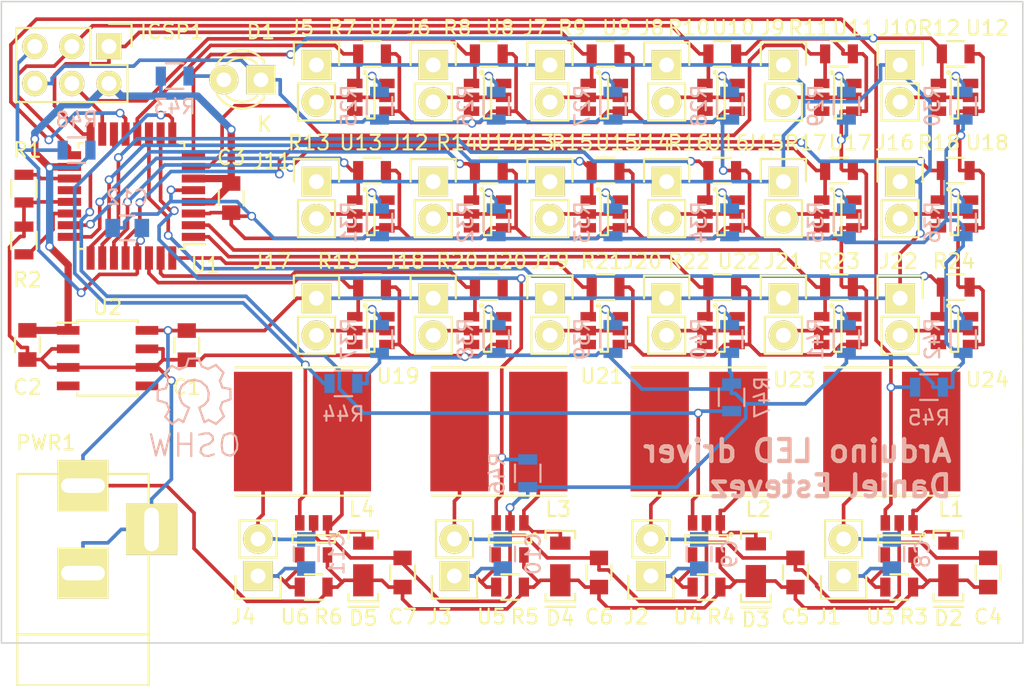
<source format=kicad_pcb>
(kicad_pcb (version 20171130) (host pcbnew "(5.1.12)-1")
  (title_block (title "Arduino LED Driver") (date 2016-03-24) (rev A) (company "Daniel Estevez"))
  (layers (0 F.Cu signal) (31 B.Cu signal) (34 B.Paste user hide) (35 F.Paste user hide) (36 B.SilkS user hide) (37 F.SilkS user hide) (38 B.Mask user hide) (39 F.Mask user hide) (44 Edge.Cuts user))
  (net 0 "")
  (net 1 +12V)
  (net 2 GND)
  (net 3 +5V)
  (net 4 "Net-(C8-Pad1)")
  (net 5 "Net-(C8-Pad2)")
  (net 6 "Net-(C9-Pad1)")
  (net 7 "Net-(C9-Pad2)")
  (net 8 "Net-(C10-Pad1)")
  (net 9 "Net-(C10-Pad2)")
  (net 10 "Net-(C11-Pad1)")
  (net 11 "Net-(C11-Pad2)")
  (net 12 "Net-(D1-Pad2)")
  (net 13 "Net-(D2-Pad2)")
  (net 14 "Net-(D3-Pad2)")
  (net 15 "Net-(D4-Pad2)")
  (net 16 "Net-(D5-Pad2)")
  (net 17 EN3)
  (net 18 EN4)
  (net 19 EN2)
  (net 20 "Net-(J5-Pad2)")
  (net 21 "Net-(J6-Pad2)")
  (net 22 "Net-(J7-Pad2)")
  (net 23 "Net-(J8-Pad2)")
  (net 24 "Net-(J9-Pad2)")
  (net 25 "Net-(J10-Pad2)")
  (net 26 "Net-(J11-Pad2)")
  (net 27 "Net-(J12-Pad2)")
  (net 28 "Net-(J13-Pad2)")
  (net 29 "Net-(J14-Pad2)")
  (net 30 "Net-(J15-Pad2)")
  (net 31 "Net-(J16-Pad2)")
  (net 32 "Net-(J17-Pad2)")
  (net 33 "Net-(J18-Pad2)")
  (net 34 "Net-(J19-Pad2)")
  (net 35 "Net-(J20-Pad2)")
  (net 36 "Net-(J21-Pad2)")
  (net 37 "Net-(J22-Pad2)")
  (net 38 "Net-(R1-Pad1)")
  (net 39 "Net-(R2-Pad1)")
  (net 40 EN1)
  (net 41 EN5)
  (net 42 EN6)
  (net 43 EN7)
  (net 44 EN8)
  (net 45 EN9)
  (net 46 EN10)
  (net 47 EN11)
  (net 48 EN12)
  (net 49 EN13)
  (net 50 EN14)
  (net 51 EN15)
  (net 52 EN16)
  (net 53 EN17)
  (net 54 EN18)
  (net 55 "Net-(R25-Pad1)")
  (net 56 "Net-(R26-Pad1)")
  (net 57 "Net-(R27-Pad1)")
  (net 58 "Net-(R28-Pad1)")
  (net 59 "Net-(R29-Pad1)")
  (net 60 "Net-(R30-Pad1)")
  (net 61 "Net-(R31-Pad1)")
  (net 62 "Net-(R32-Pad1)")
  (net 63 "Net-(R33-Pad1)")
  (net 64 "Net-(R34-Pad1)")
  (net 65 "Net-(R35-Pad1)")
  (net 66 "Net-(R36-Pad1)")
  (net 67 "Net-(R37-Pad1)")
  (net 68 "Net-(R38-Pad1)")
  (net 69 "Net-(R39-Pad1)")
  (net 70 "Net-(R40-Pad1)")
  (net 71 "Net-(R41-Pad1)")
  (net 72 "Net-(R42-Pad1)")
  (net 73 "Net-(R44-Pad1)")
  (net 74 "Net-(R45-Pad1)")
  (net 75 "Net-(R46-Pad1)")
  (net 76 "Net-(R47-Pad1)")
  (net 77 "Net-(U1-Pad20)")
  (net 78 "Net-(C12-Pad1)")
  (module Resistors_SMD:R_0805 (layer B.Cu) (at 179.7 96.772 270)
    (fp_text reference R42 (at 0 2.1 270) (layer B.SilkS) (effects (justify mirror)))
    (fp_text value 100K)
    (pad 1 smd rect (at -0.95 0 270) (size 0.7 1.3) (layers B.Cu B.Paste B.Mask) (net 72 "Net-(R42-Pad1)"))
    (pad 2 smd rect (at 0.95 0 270) (size 0.7 1.3) (layers B.Cu B.Paste B.Mask) (net 2 GND))
  )
  (module Resistors_SMD:R_0805 (layer B.Cu) (at 171.7 96.772 270)
    (fp_text reference R41 (at 0 2.1 270) (layer B.SilkS) (effects (justify mirror)))
    (fp_text value 100K)
    (pad 1 smd rect (at -0.95 0 270) (size 0.7 1.3) (layers B.Cu B.Paste B.Mask) (net 71 "Net-(R41-Pad1)"))
    (pad 2 smd rect (at 0.95 0 270) (size 0.7 1.3) (layers B.Cu B.Paste B.Mask) (net 2 GND))
  )
  (module Resistors_SMD:R_0805 (layer B.Cu) (at 155.7 96.772 270)
    (fp_text reference R39 (at 0 2.1 270) (layer B.SilkS) (effects (justify mirror)))
    (fp_text value 100K)
    (pad 1 smd rect (at -0.95 0 270) (size 0.7 1.3) (layers B.Cu B.Paste B.Mask) (net 69 "Net-(R39-Pad1)"))
    (pad 2 smd rect (at 0.95 0 270) (size 0.7 1.3) (layers B.Cu B.Paste B.Mask) (net 2 GND))
  )
  (module Socket_Strips:Socket_Strip_Straight_1x02 (layer F.Cu) (at 151.382 93.978 270)
    (fp_text reference J19 (at -2.54 -0.002) (layer F.SilkS))
    (fp_text value CONN_01X02)
    (pad 1 thru_hole rect (at 0 0 270) (size 2.032 2.032) (drill 1.016) (layers *.Cu *.Mask F.SilkS) (net 1 +12V))
    (pad 2 thru_hole oval (at 2.54 0 270) (size 2.032 2.032) (drill 1.016) (layers *.Cu *.Mask F.SilkS) (net 34 "Net-(J19-Pad2)"))
  )
  (module Socket_Strips:Socket_Strip_Straight_1x02 (layer F.Cu) (at 159.382 93.978 270)
    (fp_text reference J20 (at -2.54 1.648) (layer F.SilkS))
    (fp_text value CONN_01X02)
    (pad 1 thru_hole rect (at 0 0 270) (size 2.032 2.032) (drill 1.016) (layers *.Cu *.Mask F.SilkS) (net 1 +12V))
    (pad 2 thru_hole oval (at 2.54 0 270) (size 2.032 2.032) (drill 1.016) (layers *.Cu *.Mask F.SilkS) (net 35 "Net-(J20-Pad2)"))
  )
  (module Housings_QFP:TQFP-32_7x7mm_Pitch0.8mm (layer F.Cu) (at 122.7 86.967 180)
    (fp_text reference U1 (at -5.062156 -4.726996 180) (layer F.SilkS))
    (fp_text value ATMEGA328P-A)
    (pad 1 smd rect (at -4.25 -2.8 180) (size 1.6 0.55) (layers F.Cu F.Paste F.Mask) (net 52 EN16))
    (pad 2 smd rect (at -4.25 -2 180) (size 1.6 0.55) (layers F.Cu F.Paste F.Mask) (net 53 EN17))
    (pad 3 smd rect (at -4.25 -1.2 180) (size 1.6 0.55) (layers F.Cu F.Paste F.Mask) (net 2 GND))
    (pad 4 smd rect (at -4.25 -0.4 180) (size 1.6 0.55) (layers F.Cu F.Paste F.Mask) (net 3 +5V))
    (pad 5 smd rect (at -4.25 0.4 180) (size 1.6 0.55) (layers F.Cu F.Paste F.Mask) (net 2 GND))
    (pad 6 smd rect (at -4.25 1.2 180) (size 1.6 0.55) (layers F.Cu F.Paste F.Mask) (net 3 +5V))
    (pad 7 smd rect (at -4.25 2 180) (size 1.6 0.55) (layers F.Cu F.Paste F.Mask) (net 41 EN5))
    (pad 8 smd rect (at -4.25 2.8 180) (size 1.6 0.55) (layers F.Cu F.Paste F.Mask) (net 42 EN6))
    (pad 9 smd rect (at -2.8 4.25 270) (size 1.6 0.55) (layers F.Cu F.Paste F.Mask) (net 73 "Net-(R44-Pad1)"))
    (pad 10 smd rect (at -2 4.25 270) (size 1.6 0.55) (layers F.Cu F.Paste F.Mask) (net 75 "Net-(R46-Pad1)"))
    (pad 11 smd rect (at -1.2 4.25 270) (size 1.6 0.55) (layers F.Cu F.Paste F.Mask) (net 54 EN18))
    (pad 12 smd rect (at -0.4 4.25 270) (size 1.6 0.55) (layers F.Cu F.Paste F.Mask) (net 40 EN1))
    (pad 13 smd rect (at 0.4 4.25 270) (size 1.6 0.55) (layers F.Cu F.Paste F.Mask) (net 74 "Net-(R45-Pad1)"))
    (pad 14 smd rect (at 1.2 4.25 270) (size 1.6 0.55) (layers F.Cu F.Paste F.Mask) (net 76 "Net-(R47-Pad1)"))
    (pad 15 smd rect (at 2 4.25 270) (size 1.6 0.55) (layers F.Cu F.Paste F.Mask) (net 19 EN2))
    (pad 16 smd rect (at 2.8 4.25 270) (size 1.6 0.55) (layers F.Cu F.Paste F.Mask) (net 17 EN3))
    (pad 17 smd rect (at 4.25 2.8 180) (size 1.6 0.55) (layers F.Cu F.Paste F.Mask) (net 18 EN4))
    (pad 18 smd rect (at 4.25 2 180) (size 1.6 0.55) (layers F.Cu F.Paste F.Mask) (net 3 +5V))
    (pad 19 smd rect (at 4.25 1.2 180) (size 1.6 0.55) (layers F.Cu F.Paste F.Mask) (net 38 "Net-(R1-Pad1)"))
    (pad 20 smd rect (at 4.25 0.4 180) (size 1.6 0.55) (layers F.Cu F.Paste F.Mask) (net 77 "Net-(U1-Pad20)"))
    (pad 21 smd rect (at 4.25 -0.4 180) (size 1.6 0.55) (layers F.Cu F.Paste F.Mask) (net 2 GND))
    (pad 22 smd rect (at 4.25 -1.2 180) (size 1.6 0.55) (layers F.Cu F.Paste F.Mask) (net 39 "Net-(R2-Pad1)"))
    (pad 23 smd rect (at 4.25 -2 180) (size 1.6 0.55) (layers F.Cu F.Paste F.Mask) (net 43 EN7))
    (pad 24 smd rect (at 4.25 -2.8 180) (size 1.6 0.55) (layers F.Cu F.Paste F.Mask) (net 44 EN8))
    (pad 25 smd rect (at 2.8 -4.25 270) (size 1.6 0.55) (layers F.Cu F.Paste F.Mask) (net 45 EN9))
    (pad 26 smd rect (at 2 -4.25 270) (size 1.6 0.55) (layers F.Cu F.Paste F.Mask) (net 46 EN10))
    (pad 27 smd rect (at 1.2 -4.25 270) (size 1.6 0.55) (layers F.Cu F.Paste F.Mask) (net 47 EN11))
    (pad 28 smd rect (at 0.4 -4.25 270) (size 1.6 0.55) (layers F.Cu F.Paste F.Mask) (net 48 EN12))
    (pad 29 smd rect (at -0.4 -4.25 270) (size 1.6 0.55) (layers F.Cu F.Paste F.Mask) (net 78 "Net-(C12-Pad1)"))
    (pad 30 smd rect (at -1.2 -4.25 270) (size 1.6 0.55) (layers F.Cu F.Paste F.Mask) (net 49 EN13))
    (pad 31 smd rect (at -2 -4.25 270) (size 1.6 0.55) (layers F.Cu F.Paste F.Mask) (net 50 EN14))
    (pad 32 smd rect (at -2.8 -4.25 270) (size 1.6 0.55) (layers F.Cu F.Paste F.Mask) (net 51 EN15))
  )
  (module Resistors_SMD:R_0805 (layer B.Cu) (at 163.7 96.772 270)
    (fp_text reference R40 (at 0 2.1 270) (layer B.SilkS) (effects (justify mirror)))
    (fp_text value 100K)
    (pad 1 smd rect (at -0.95 0 270) (size 0.7 1.3) (layers B.Cu B.Paste B.Mask) (net 70 "Net-(R40-Pad1)"))
    (pad 2 smd rect (at 0.95 0 270) (size 0.7 1.3) (layers B.Cu B.Paste B.Mask) (net 2 GND))
  )
  (module Resistors_SMD:R_0805 (layer B.Cu) (at 147.7 96.772 270)
    (fp_text reference R38 (at 0 2.1 270) (layer B.SilkS) (effects (justify mirror)))
    (fp_text value 100K)
    (pad 1 smd rect (at -0.95 0 270) (size 0.7 1.3) (layers B.Cu B.Paste B.Mask) (net 68 "Net-(R38-Pad1)"))
    (pad 2 smd rect (at 0.95 0 270) (size 0.7 1.3) (layers B.Cu B.Paste B.Mask) (net 2 GND))
  )
  (module Resistors_SMD:R_0805 (layer B.Cu) (at 139.7 96.772 270)
    (fp_text reference R37 (at 0 2.1 270) (layer B.SilkS) (effects (justify mirror)))
    (fp_text value 100K)
    (pad 1 smd rect (at -0.95 0 270) (size 0.7 1.3) (layers B.Cu B.Paste B.Mask) (net 67 "Net-(R37-Pad1)"))
    (pad 2 smd rect (at 0.95 0 270) (size 0.7 1.3) (layers B.Cu B.Paste B.Mask) (net 2 GND))
  )
  (module Resistors_SMD:R_0805 (layer B.Cu) (at 179.7 88.772 270)
    (fp_text reference R36 (at 0 2.1 270) (layer B.SilkS) (effects (justify mirror)))
    (fp_text value 100K)
    (pad 1 smd rect (at -0.95 0 270) (size 0.7 1.3) (layers B.Cu B.Paste B.Mask) (net 66 "Net-(R36-Pad1)"))
    (pad 2 smd rect (at 0.95 0 270) (size 0.7 1.3) (layers B.Cu B.Paste B.Mask) (net 2 GND))
  )
  (module Resistors_SMD:R_0805 (layer B.Cu) (at 171.7 88.772 270)
    (fp_text reference R35 (at 0 2.1 270) (layer B.SilkS) (effects (justify mirror)))
    (fp_text value 100K)
    (pad 1 smd rect (at -0.95 0 270) (size 0.7 1.3) (layers B.Cu B.Paste B.Mask) (net 65 "Net-(R35-Pad1)"))
    (pad 2 smd rect (at 0.95 0 270) (size 0.7 1.3) (layers B.Cu B.Paste B.Mask) (net 2 GND))
  )
  (module Resistors_SMD:R_0805 (layer B.Cu) (at 163.7 88.772 270)
    (fp_text reference R34 (at 0 2.1 270) (layer B.SilkS) (effects (justify mirror)))
    (fp_text value 100K)
    (pad 1 smd rect (at -0.95 0 270) (size 0.7 1.3) (layers B.Cu B.Paste B.Mask) (net 64 "Net-(R34-Pad1)"))
    (pad 2 smd rect (at 0.95 0 270) (size 0.7 1.3) (layers B.Cu B.Paste B.Mask) (net 2 GND))
  )
  (module Resistors_SMD:R_0805 (layer B.Cu) (at 155.7 88.772 270)
    (fp_text reference R33 (at 0 2.1 270) (layer B.SilkS) (effects (justify mirror)))
    (fp_text value 100K)
    (pad 1 smd rect (at -0.95 0 270) (size 0.7 1.3) (layers B.Cu B.Paste B.Mask) (net 63 "Net-(R33-Pad1)"))
    (pad 2 smd rect (at 0.95 0 270) (size 0.7 1.3) (layers B.Cu B.Paste B.Mask) (net 2 GND))
  )
  (module Resistors_SMD:R_0805 (layer B.Cu) (at 147.7 88.772 270)
    (fp_text reference R32 (at 0 2.1 270) (layer B.SilkS) (effects (justify mirror)))
    (fp_text value 100K)
    (pad 1 smd rect (at -0.95 0 270) (size 0.7 1.3) (layers B.Cu B.Paste B.Mask) (net 62 "Net-(R32-Pad1)"))
    (pad 2 smd rect (at 0.95 0 270) (size 0.7 1.3) (layers B.Cu B.Paste B.Mask) (net 2 GND))
  )
  (module Resistors_SMD:R_0805 (layer B.Cu) (at 139.7 88.772 270)
    (fp_text reference R31 (at 0 2.1 270) (layer B.SilkS) (effects (justify mirror)))
    (fp_text value 100K)
    (pad 1 smd rect (at -0.95 0 270) (size 0.7 1.3) (layers B.Cu B.Paste B.Mask) (net 61 "Net-(R31-Pad1)"))
    (pad 2 smd rect (at 0.95 0 270) (size 0.7 1.3) (layers B.Cu B.Paste B.Mask) (net 2 GND))
  )
  (module Resistors_SMD:R_0805 (layer B.Cu) (at 179.7 80.772 270)
    (fp_text reference R30 (at 0 2.1 270) (layer B.SilkS) (effects (justify mirror)))
    (fp_text value 100K)
    (pad 1 smd rect (at -0.95 0 270) (size 0.7 1.3) (layers B.Cu B.Paste B.Mask) (net 60 "Net-(R30-Pad1)"))
    (pad 2 smd rect (at 0.95 0 270) (size 0.7 1.3) (layers B.Cu B.Paste B.Mask) (net 2 GND))
  )
  (module Resistors_SMD:R_0805 (layer B.Cu) (at 171.7 80.772 270)
    (fp_text reference R29 (at 0 2.1 270) (layer B.SilkS) (effects (justify mirror)))
    (fp_text value 100K)
    (pad 1 smd rect (at -0.95 0 270) (size 0.7 1.3) (layers B.Cu B.Paste B.Mask) (net 59 "Net-(R29-Pad1)"))
    (pad 2 smd rect (at 0.95 0 270) (size 0.7 1.3) (layers B.Cu B.Paste B.Mask) (net 2 GND))
  )
  (module Resistors_SMD:R_0805 (layer B.Cu) (at 163.7 80.772 270)
    (fp_text reference R28 (at 0 2.1 270) (layer B.SilkS) (effects (justify mirror)))
    (fp_text value 100K)
    (pad 1 smd rect (at -0.95 0 270) (size 0.7 1.3) (layers B.Cu B.Paste B.Mask) (net 58 "Net-(R28-Pad1)"))
    (pad 2 smd rect (at 0.95 0 270) (size 0.7 1.3) (layers B.Cu B.Paste B.Mask) (net 2 GND))
  )
  (module Resistors_SMD:R_0805 (layer B.Cu) (at 155.7 80.772 270)
    (fp_text reference R27 (at 0 2.1 270) (layer B.SilkS) (effects (justify mirror)))
    (fp_text value 100K)
    (pad 1 smd rect (at -0.95 0 270) (size 0.7 1.3) (layers B.Cu B.Paste B.Mask) (net 57 "Net-(R27-Pad1)"))
    (pad 2 smd rect (at 0.95 0 270) (size 0.7 1.3) (layers B.Cu B.Paste B.Mask) (net 2 GND))
  )
  (module Resistors_SMD:R_0805 (layer B.Cu) (at 147.7 80.772 270)
    (fp_text reference R26 (at 0 2.1 270) (layer B.SilkS) (effects (justify mirror)))
    (fp_text value 100K)
    (pad 1 smd rect (at -0.95 0 270) (size 0.7 1.3) (layers B.Cu B.Paste B.Mask) (net 56 "Net-(R26-Pad1)"))
    (pad 2 smd rect (at 0.95 0 270) (size 0.7 1.3) (layers B.Cu B.Paste B.Mask) (net 2 GND))
  )
  (module TO_SOT_Packages_SMD:SOT-23-6 (layer F.Cu) (at 179.108 96.198)
    (fp_text reference U24 (at 2.248 3.37) (layer F.SilkS))
    (fp_text value BCR420UW6)
    (pad 1 smd rect (at -1.1 -0.95) (size 1.06 0.65) (layers F.Cu F.Paste F.Mask) (net 54 EN18))
    (pad 2 smd rect (at -1.1 0) (size 1.06 0.65) (layers F.Cu F.Paste F.Mask) (net 37 "Net-(J22-Pad2)"))
    (pad 3 smd rect (at -1.1 0.95) (size 1.06 0.65) (layers F.Cu F.Paste F.Mask) (net 37 "Net-(J22-Pad2)"))
    (pad 4 smd rect (at 1.1 0.95) (size 1.06 0.65) (layers F.Cu F.Paste F.Mask) (net 2 GND))
    (pad 6 smd rect (at 1.1 -0.95) (size 1.06 0.65) (layers F.Cu F.Paste F.Mask) (net 72 "Net-(R42-Pad1)"))
    (pad 5 smd rect (at 1.1 0) (size 1.06 0.65) (layers F.Cu F.Paste F.Mask) (net 37 "Net-(J22-Pad2)"))
  )
  (module TO_SOT_Packages_SMD:SOT-23-6 (layer F.Cu) (at 171.108 96.198)
    (fp_text reference U23 (at -2.96 3.37) (layer F.SilkS))
    (fp_text value BCR420UW6)
    (pad 1 smd rect (at -1.1 -0.95) (size 1.06 0.65) (layers F.Cu F.Paste F.Mask) (net 53 EN17))
    (pad 2 smd rect (at -1.1 0) (size 1.06 0.65) (layers F.Cu F.Paste F.Mask) (net 36 "Net-(J21-Pad2)"))
    (pad 3 smd rect (at -1.1 0.95) (size 1.06 0.65) (layers F.Cu F.Paste F.Mask) (net 36 "Net-(J21-Pad2)"))
    (pad 4 smd rect (at 1.1 0.95) (size 1.06 0.65) (layers F.Cu F.Paste F.Mask) (net 2 GND))
    (pad 6 smd rect (at 1.1 -0.95) (size 1.06 0.65) (layers F.Cu F.Paste F.Mask) (net 71 "Net-(R41-Pad1)"))
    (pad 5 smd rect (at 1.1 0) (size 1.06 0.65) (layers F.Cu F.Paste F.Mask) (net 36 "Net-(J21-Pad2)"))
  )
  (module TO_SOT_Packages_SMD:SOT-23-6 (layer F.Cu) (at 163.108 96.198)
    (fp_text reference U22 (at 1.23 -4.76) (layer F.SilkS))
    (fp_text value BCR420UW6)
    (pad 1 smd rect (at -1.1 -0.95) (size 1.06 0.65) (layers F.Cu F.Paste F.Mask) (net 52 EN16))
    (pad 2 smd rect (at -1.1 0) (size 1.06 0.65) (layers F.Cu F.Paste F.Mask) (net 35 "Net-(J20-Pad2)"))
    (pad 3 smd rect (at -1.1 0.95) (size 1.06 0.65) (layers F.Cu F.Paste F.Mask) (net 35 "Net-(J20-Pad2)"))
    (pad 4 smd rect (at 1.1 0.95) (size 1.06 0.65) (layers F.Cu F.Paste F.Mask) (net 2 GND))
    (pad 6 smd rect (at 1.1 -0.95) (size 1.06 0.65) (layers F.Cu F.Paste F.Mask) (net 70 "Net-(R40-Pad1)"))
    (pad 5 smd rect (at 1.1 0) (size 1.06 0.65) (layers F.Cu F.Paste F.Mask) (net 35 "Net-(J20-Pad2)"))
  )
  (module TO_SOT_Packages_SMD:SOT-23-6 (layer F.Cu) (at 155.108 96.198)
    (fp_text reference U21 (at -0.168 3.116) (layer F.SilkS))
    (fp_text value BCR420UW6)
    (pad 1 smd rect (at -1.1 -0.95) (size 1.06 0.65) (layers F.Cu F.Paste F.Mask) (net 51 EN15))
    (pad 2 smd rect (at -1.1 0) (size 1.06 0.65) (layers F.Cu F.Paste F.Mask) (net 34 "Net-(J19-Pad2)"))
    (pad 3 smd rect (at -1.1 0.95) (size 1.06 0.65) (layers F.Cu F.Paste F.Mask) (net 34 "Net-(J19-Pad2)"))
    (pad 4 smd rect (at 1.1 0.95) (size 1.06 0.65) (layers F.Cu F.Paste F.Mask) (net 2 GND))
    (pad 6 smd rect (at 1.1 -0.95) (size 1.06 0.65) (layers F.Cu F.Paste F.Mask) (net 69 "Net-(R39-Pad1)"))
    (pad 5 smd rect (at 1.1 0) (size 1.06 0.65) (layers F.Cu F.Paste F.Mask) (net 34 "Net-(J19-Pad2)"))
  )
  (module TO_SOT_Packages_SMD:SOT-23-6 (layer F.Cu) (at 147.108 96.198)
    (fp_text reference U20 (at 1.228 -4.758) (layer F.SilkS))
    (fp_text value BCR420UW6)
    (pad 1 smd rect (at -1.1 -0.95) (size 1.06 0.65) (layers F.Cu F.Paste F.Mask) (net 50 EN14))
    (pad 2 smd rect (at -1.1 0) (size 1.06 0.65) (layers F.Cu F.Paste F.Mask) (net 33 "Net-(J18-Pad2)"))
    (pad 3 smd rect (at -1.1 0.95) (size 1.06 0.65) (layers F.Cu F.Paste F.Mask) (net 33 "Net-(J18-Pad2)"))
    (pad 4 smd rect (at 1.1 0.95) (size 1.06 0.65) (layers F.Cu F.Paste F.Mask) (net 2 GND))
    (pad 6 smd rect (at 1.1 -0.95) (size 1.06 0.65) (layers F.Cu F.Paste F.Mask) (net 68 "Net-(R38-Pad1)"))
    (pad 5 smd rect (at 1.1 0) (size 1.06 0.65) (layers F.Cu F.Paste F.Mask) (net 33 "Net-(J18-Pad2)"))
  )
  (module TO_SOT_Packages_SMD:SOT-23-6 (layer F.Cu) (at 139.108 96.198)
    (fp_text reference U19 (at 1.862 3.116) (layer F.SilkS))
    (fp_text value BCR420UW6)
    (pad 1 smd rect (at -1.1 -0.95) (size 1.06 0.65) (layers F.Cu F.Paste F.Mask) (net 49 EN13))
    (pad 2 smd rect (at -1.1 0) (size 1.06 0.65) (layers F.Cu F.Paste F.Mask) (net 32 "Net-(J17-Pad2)"))
    (pad 3 smd rect (at -1.1 0.95) (size 1.06 0.65) (layers F.Cu F.Paste F.Mask) (net 32 "Net-(J17-Pad2)"))
    (pad 4 smd rect (at 1.1 0.95) (size 1.06 0.65) (layers F.Cu F.Paste F.Mask) (net 2 GND))
    (pad 6 smd rect (at 1.1 -0.95) (size 1.06 0.65) (layers F.Cu F.Paste F.Mask) (net 67 "Net-(R37-Pad1)"))
    (pad 5 smd rect (at 1.1 0) (size 1.06 0.65) (layers F.Cu F.Paste F.Mask) (net 32 "Net-(J17-Pad2)"))
  )
  (module TO_SOT_Packages_SMD:SOT-23-6 (layer F.Cu) (at 179.108 88.198)
    (fp_text reference U18 (at 2.248 -4.886) (layer F.SilkS))
    (fp_text value BCR420UW6)
    (pad 1 smd rect (at -1.1 -0.95) (size 1.06 0.65) (layers F.Cu F.Paste F.Mask) (net 48 EN12))
    (pad 2 smd rect (at -1.1 0) (size 1.06 0.65) (layers F.Cu F.Paste F.Mask) (net 31 "Net-(J16-Pad2)"))
    (pad 3 smd rect (at -1.1 0.95) (size 1.06 0.65) (layers F.Cu F.Paste F.Mask) (net 31 "Net-(J16-Pad2)"))
    (pad 4 smd rect (at 1.1 0.95) (size 1.06 0.65) (layers F.Cu F.Paste F.Mask) (net 2 GND))
    (pad 6 smd rect (at 1.1 -0.95) (size 1.06 0.65) (layers F.Cu F.Paste F.Mask) (net 66 "Net-(R36-Pad1)"))
    (pad 5 smd rect (at 1.1 0) (size 1.06 0.65) (layers F.Cu F.Paste F.Mask) (net 31 "Net-(J16-Pad2)"))
  )
  (module TO_SOT_Packages_SMD:SOT-23-6 (layer F.Cu) (at 171.108 88.198)
    (fp_text reference U17 (at 0.85 -4.886) (layer F.SilkS))
    (fp_text value BCR420UW6)
    (pad 1 smd rect (at -1.1 -0.95) (size 1.06 0.65) (layers F.Cu F.Paste F.Mask) (net 47 EN11))
    (pad 2 smd rect (at -1.1 0) (size 1.06 0.65) (layers F.Cu F.Paste F.Mask) (net 30 "Net-(J15-Pad2)"))
    (pad 3 smd rect (at -1.1 0.95) (size 1.06 0.65) (layers F.Cu F.Paste F.Mask) (net 30 "Net-(J15-Pad2)"))
    (pad 4 smd rect (at 1.1 0.95) (size 1.06 0.65) (layers F.Cu F.Paste F.Mask) (net 2 GND))
    (pad 6 smd rect (at 1.1 -0.95) (size 1.06 0.65) (layers F.Cu F.Paste F.Mask) (net 65 "Net-(R35-Pad1)"))
    (pad 5 smd rect (at 1.1 0) (size 1.06 0.65) (layers F.Cu F.Paste F.Mask) (net 30 "Net-(J15-Pad2)"))
  )
  (module TO_SOT_Packages_SMD:SOT-23-6 (layer F.Cu) (at 163.108 88.198)
    (fp_text reference U16 (at 0.468 -4.886) (layer F.SilkS))
    (fp_text value BCR420UW6)
    (pad 1 smd rect (at -1.1 -0.95) (size 1.06 0.65) (layers F.Cu F.Paste F.Mask) (net 46 EN10))
    (pad 2 smd rect (at -1.1 0) (size 1.06 0.65) (layers F.Cu F.Paste F.Mask) (net 29 "Net-(J14-Pad2)"))
    (pad 3 smd rect (at -1.1 0.95) (size 1.06 0.65) (layers F.Cu F.Paste F.Mask) (net 29 "Net-(J14-Pad2)"))
    (pad 4 smd rect (at 1.1 0.95) (size 1.06 0.65) (layers F.Cu F.Paste F.Mask) (net 2 GND))
    (pad 6 smd rect (at 1.1 -0.95) (size 1.06 0.65) (layers F.Cu F.Paste F.Mask) (net 64 "Net-(R34-Pad1)"))
    (pad 5 smd rect (at 1.1 0) (size 1.06 0.65) (layers F.Cu F.Paste F.Mask) (net 29 "Net-(J14-Pad2)"))
  )
  (module TO_SOT_Packages_SMD:SOT-23-6 (layer F.Cu) (at 155.108 88.198)
    (fp_text reference U15 (at 0.846 -4.886) (layer F.SilkS))
    (fp_text value BCR420UW6)
    (pad 1 smd rect (at -1.1 -0.95) (size 1.06 0.65) (layers F.Cu F.Paste F.Mask) (net 45 EN9))
    (pad 2 smd rect (at -1.1 0) (size 1.06 0.65) (layers F.Cu F.Paste F.Mask) (net 28 "Net-(J13-Pad2)"))
    (pad 3 smd rect (at -1.1 0.95) (size 1.06 0.65) (layers F.Cu F.Paste F.Mask) (net 28 "Net-(J13-Pad2)"))
    (pad 4 smd rect (at 1.1 0.95) (size 1.06 0.65) (layers F.Cu F.Paste F.Mask) (net 2 GND))
    (pad 6 smd rect (at 1.1 -0.95) (size 1.06 0.65) (layers F.Cu F.Paste F.Mask) (net 63 "Net-(R33-Pad1)"))
    (pad 5 smd rect (at 1.1 0) (size 1.06 0.65) (layers F.Cu F.Paste F.Mask) (net 28 "Net-(J13-Pad2)"))
  )
  (module TO_SOT_Packages_SMD:SOT-23-6 (layer F.Cu) (at 147.108 88.198)
    (fp_text reference U14 (at 0.72 -4.886) (layer F.SilkS))
    (fp_text value BCR420UW6)
    (pad 1 smd rect (at -1.1 -0.95) (size 1.06 0.65) (layers F.Cu F.Paste F.Mask) (net 44 EN8))
    (pad 2 smd rect (at -1.1 0) (size 1.06 0.65) (layers F.Cu F.Paste F.Mask) (net 27 "Net-(J12-Pad2)"))
    (pad 3 smd rect (at -1.1 0.95) (size 1.06 0.65) (layers F.Cu F.Paste F.Mask) (net 27 "Net-(J12-Pad2)"))
    (pad 4 smd rect (at 1.1 0.95) (size 1.06 0.65) (layers F.Cu F.Paste F.Mask) (net 2 GND))
    (pad 6 smd rect (at 1.1 -0.95) (size 1.06 0.65) (layers F.Cu F.Paste F.Mask) (net 62 "Net-(R32-Pad1)"))
    (pad 5 smd rect (at 1.1 0) (size 1.06 0.65) (layers F.Cu F.Paste F.Mask) (net 27 "Net-(J12-Pad2)"))
  )
  (module TO_SOT_Packages_SMD:SOT-23-6 (layer F.Cu) (at 139.108 88.198)
    (fp_text reference U13 (at -0.678 -4.886) (layer F.SilkS))
    (fp_text value BCR420UW6)
    (pad 1 smd rect (at -1.1 -0.95) (size 1.06 0.65) (layers F.Cu F.Paste F.Mask) (net 43 EN7))
    (pad 2 smd rect (at -1.1 0) (size 1.06 0.65) (layers F.Cu F.Paste F.Mask) (net 26 "Net-(J11-Pad2)"))
    (pad 3 smd rect (at -1.1 0.95) (size 1.06 0.65) (layers F.Cu F.Paste F.Mask) (net 26 "Net-(J11-Pad2)"))
    (pad 4 smd rect (at 1.1 0.95) (size 1.06 0.65) (layers F.Cu F.Paste F.Mask) (net 2 GND))
    (pad 6 smd rect (at 1.1 -0.95) (size 1.06 0.65) (layers F.Cu F.Paste F.Mask) (net 61 "Net-(R31-Pad1)"))
    (pad 5 smd rect (at 1.1 0) (size 1.06 0.65) (layers F.Cu F.Paste F.Mask) (net 26 "Net-(J11-Pad2)"))
  )
  (module TO_SOT_Packages_SMD:SOT-23-6 (layer F.Cu) (at 179.108 80.198)
    (fp_text reference U12 (at 2.248 -4.76) (layer F.SilkS))
    (fp_text value BCR420UW6)
    (pad 1 smd rect (at -1.1 -0.95) (size 1.06 0.65) (layers F.Cu F.Paste F.Mask) (net 42 EN6))
    (pad 2 smd rect (at -1.1 0) (size 1.06 0.65) (layers F.Cu F.Paste F.Mask) (net 25 "Net-(J10-Pad2)"))
    (pad 3 smd rect (at -1.1 0.95) (size 1.06 0.65) (layers F.Cu F.Paste F.Mask) (net 25 "Net-(J10-Pad2)"))
    (pad 4 smd rect (at 1.1 0.95) (size 1.06 0.65) (layers F.Cu F.Paste F.Mask) (net 2 GND))
    (pad 6 smd rect (at 1.1 -0.95) (size 1.06 0.65) (layers F.Cu F.Paste F.Mask) (net 60 "Net-(R30-Pad1)"))
    (pad 5 smd rect (at 1.1 0) (size 1.06 0.65) (layers F.Cu F.Paste F.Mask) (net 25 "Net-(J10-Pad2)"))
  )
  (module TO_SOT_Packages_SMD:SOT-23-6 (layer F.Cu) (at 171.108 80.198)
    (fp_text reference U11 (at 1.104 -4.76) (layer F.SilkS))
    (fp_text value BCR420UW6)
    (pad 1 smd rect (at -1.1 -0.95) (size 1.06 0.65) (layers F.Cu F.Paste F.Mask) (net 41 EN5))
    (pad 2 smd rect (at -1.1 0) (size 1.06 0.65) (layers F.Cu F.Paste F.Mask) (net 24 "Net-(J9-Pad2)"))
    (pad 3 smd rect (at -1.1 0.95) (size 1.06 0.65) (layers F.Cu F.Paste F.Mask) (net 24 "Net-(J9-Pad2)"))
    (pad 4 smd rect (at 1.1 0.95) (size 1.06 0.65) (layers F.Cu F.Paste F.Mask) (net 2 GND))
    (pad 6 smd rect (at 1.1 -0.95) (size 1.06 0.65) (layers F.Cu F.Paste F.Mask) (net 59 "Net-(R29-Pad1)"))
    (pad 5 smd rect (at 1.1 0) (size 1.06 0.65) (layers F.Cu F.Paste F.Mask) (net 24 "Net-(J9-Pad2)"))
  )
  (module TO_SOT_Packages_SMD:SOT-23-6 (layer F.Cu) (at 163.108 80.198)
    (fp_text reference U10 (at 0.846 -4.76) (layer F.SilkS))
    (fp_text value BCR420UW6)
    (pad 1 smd rect (at -1.1 -0.95) (size 1.06 0.65) (layers F.Cu F.Paste F.Mask) (net 18 EN4))
    (pad 2 smd rect (at -1.1 0) (size 1.06 0.65) (layers F.Cu F.Paste F.Mask) (net 23 "Net-(J8-Pad2)"))
    (pad 3 smd rect (at -1.1 0.95) (size 1.06 0.65) (layers F.Cu F.Paste F.Mask) (net 23 "Net-(J8-Pad2)"))
    (pad 4 smd rect (at 1.1 0.95) (size 1.06 0.65) (layers F.Cu F.Paste F.Mask) (net 2 GND))
    (pad 6 smd rect (at 1.1 -0.95) (size 1.06 0.65) (layers F.Cu F.Paste F.Mask) (net 58 "Net-(R28-Pad1)"))
    (pad 5 smd rect (at 1.1 0) (size 1.06 0.65) (layers F.Cu F.Paste F.Mask) (net 23 "Net-(J8-Pad2)"))
  )
  (module TO_SOT_Packages_SMD:SOT-23-6 (layer F.Cu) (at 155.108 80.198)
    (fp_text reference U9 (at 0.846 -4.76) (layer F.SilkS))
    (fp_text value BCR420UW6)
    (pad 1 smd rect (at -1.1 -0.95) (size 1.06 0.65) (layers F.Cu F.Paste F.Mask) (net 17 EN3))
    (pad 2 smd rect (at -1.1 0) (size 1.06 0.65) (layers F.Cu F.Paste F.Mask) (net 22 "Net-(J7-Pad2)"))
    (pad 3 smd rect (at -1.1 0.95) (size 1.06 0.65) (layers F.Cu F.Paste F.Mask) (net 22 "Net-(J7-Pad2)"))
    (pad 4 smd rect (at 1.1 0.95) (size 1.06 0.65) (layers F.Cu F.Paste F.Mask) (net 2 GND))
    (pad 6 smd rect (at 1.1 -0.95) (size 1.06 0.65) (layers F.Cu F.Paste F.Mask) (net 57 "Net-(R27-Pad1)"))
    (pad 5 smd rect (at 1.1 0) (size 1.06 0.65) (layers F.Cu F.Paste F.Mask) (net 22 "Net-(J7-Pad2)"))
  )
  (module TO_SOT_Packages_SMD:SOT-23-6 (layer F.Cu) (at 147.108 80.198)
    (fp_text reference U8 (at 0.846 -4.76) (layer F.SilkS))
    (fp_text value BCR420UW6)
    (pad 1 smd rect (at -1.1 -0.95) (size 1.06 0.65) (layers F.Cu F.Paste F.Mask) (net 19 EN2))
    (pad 2 smd rect (at -1.1 0) (size 1.06 0.65) (layers F.Cu F.Paste F.Mask) (net 21 "Net-(J6-Pad2)"))
    (pad 3 smd rect (at -1.1 0.95) (size 1.06 0.65) (layers F.Cu F.Paste F.Mask) (net 21 "Net-(J6-Pad2)"))
    (pad 4 smd rect (at 1.1 0.95) (size 1.06 0.65) (layers F.Cu F.Paste F.Mask) (net 2 GND))
    (pad 6 smd rect (at 1.1 -0.95) (size 1.06 0.65) (layers F.Cu F.Paste F.Mask) (net 56 "Net-(R26-Pad1)"))
    (pad 5 smd rect (at 1.1 0) (size 1.06 0.65) (layers F.Cu F.Paste F.Mask) (net 21 "Net-(J6-Pad2)"))
  )
  (module Resistors_SMD:R_0805 (layer F.Cu) (at 179.192 93.216)
    (fp_text reference R24 (at -0.122 -1.776) (layer F.SilkS))
    (fp_text value 100K)
    (pad 1 smd rect (at -0.95 0) (size 0.7 1.3) (layers F.Cu F.Paste F.Mask) (net 54 EN18))
    (pad 2 smd rect (at 0.95 0) (size 0.7 1.3) (layers F.Cu F.Paste F.Mask) (net 2 GND))
  )
  (module Resistors_SMD:R_0805 (layer F.Cu) (at 171.192 93.216)
    (fp_text reference R23 (at 0.004 -1.776) (layer F.SilkS))
    (fp_text value 100K)
    (pad 1 smd rect (at -0.95 0) (size 0.7 1.3) (layers F.Cu F.Paste F.Mask) (net 53 EN17))
    (pad 2 smd rect (at 0.95 0) (size 0.7 1.3) (layers F.Cu F.Paste F.Mask) (net 2 GND))
  )
  (module Resistors_SMD:R_0805 (layer F.Cu) (at 163.192 93.216)
    (fp_text reference R22 (at -2.286 -1.778) (layer F.SilkS))
    (fp_text value 100K)
    (pad 1 smd rect (at -0.95 0) (size 0.7 1.3) (layers F.Cu F.Paste F.Mask) (net 52 EN16))
    (pad 2 smd rect (at 0.95 0) (size 0.7 1.3) (layers F.Cu F.Paste F.Mask) (net 2 GND))
  )
  (module Resistors_SMD:R_0805 (layer F.Cu) (at 155.192 93.216)
    (fp_text reference R21 (at -0.252 -1.778) (layer F.SilkS))
    (fp_text value 100K)
    (pad 1 smd rect (at -0.95 0) (size 0.7 1.3) (layers F.Cu F.Paste F.Mask) (net 51 EN15))
    (pad 2 smd rect (at 0.95 0) (size 0.7 1.3) (layers F.Cu F.Paste F.Mask) (net 2 GND))
  )
  (module Resistors_SMD:R_0805 (layer F.Cu) (at 147.192 93.216)
    (fp_text reference R20 (at -2.158 -1.778) (layer F.SilkS))
    (fp_text value 100K)
    (pad 1 smd rect (at -0.95 0) (size 0.7 1.3) (layers F.Cu F.Paste F.Mask) (net 50 EN14))
    (pad 2 smd rect (at 0.95 0) (size 0.7 1.3) (layers F.Cu F.Paste F.Mask))
  )
  (module Resistors_SMD:R_0805 (layer F.Cu) (at 139.192 93.216)
    (fp_text reference R19 (at -2.286 -1.778) (layer F.SilkS))
    (fp_text value 100K)
    (pad 1 smd rect (at -0.95 0) (size 0.7 1.3) (layers F.Cu F.Paste F.Mask) (net 49 EN13))
    (pad 2 smd rect (at 0.95 0) (size 0.7 1.3) (layers F.Cu F.Paste F.Mask) (net 2 GND))
  )
  (module Resistors_SMD:R_0805 (layer F.Cu) (at 179.192 85.216)
    (fp_text reference R18 (at -1.138 -1.904) (layer F.SilkS))
    (fp_text value 100K)
    (pad 1 smd rect (at -0.95 0) (size 0.7 1.3) (layers F.Cu F.Paste F.Mask) (net 48 EN12))
    (pad 2 smd rect (at 0.95 0) (size 0.7 1.3) (layers F.Cu F.Paste F.Mask) (net 2 GND))
  )
  (module Resistors_SMD:R_0805 (layer F.Cu) (at 171.192 85.216)
    (fp_text reference R17 (at -2.282 -1.904) (layer F.SilkS))
    (fp_text value 100K)
    (pad 1 smd rect (at -0.95 0) (size 0.7 1.3) (layers F.Cu F.Paste F.Mask) (net 47 EN11))
    (pad 2 smd rect (at 0.95 0) (size 0.7 1.3) (layers F.Cu F.Paste F.Mask) (net 2 GND))
  )
  (module Resistors_SMD:R_0805 (layer F.Cu) (at 163.192 85.216)
    (fp_text reference R16 (at -2.286 -1.904) (layer F.SilkS))
    (fp_text value 100K)
    (pad 1 smd rect (at -0.95 0) (size 0.7 1.3) (layers F.Cu F.Paste F.Mask) (net 46 EN10))
    (pad 2 smd rect (at 0.95 0) (size 0.7 1.3) (layers F.Cu F.Paste F.Mask) (net 2 GND))
  )
  (module Resistors_SMD:R_0805 (layer F.Cu) (at 155.192 85.216)
    (fp_text reference R15 (at -2.286 -1.904) (layer F.SilkS))
    (fp_text value 100K)
    (pad 1 smd rect (at -0.95 0) (size 0.7 1.3) (layers F.Cu F.Paste F.Mask) (net 45 EN9))
    (pad 2 smd rect (at 0.95 0) (size 0.7 1.3) (layers F.Cu F.Paste F.Mask) (net 2 GND))
  )
  (module Resistors_SMD:R_0805 (layer F.Cu) (at 147.192 85.216)
    (fp_text reference R14 (at -2.158 -1.904) (layer F.SilkS))
    (fp_text value 100K)
    (pad 1 smd rect (at -0.95 0) (size 0.7 1.3) (layers F.Cu F.Paste F.Mask) (net 44 EN8))
    (pad 2 smd rect (at 0.95 0) (size 0.7 1.3) (layers F.Cu F.Paste F.Mask) (net 2 GND))
  )
  (module Resistors_SMD:R_0805 (layer F.Cu) (at 139.192 85.216)
    (fp_text reference R13 (at -4.318 -1.904) (layer F.SilkS))
    (fp_text value 100K)
    (pad 1 smd rect (at -0.95 0) (size 0.7 1.3) (layers F.Cu F.Paste F.Mask) (net 43 EN7))
    (pad 2 smd rect (at 0.95 0) (size 0.7 1.3) (layers F.Cu F.Paste F.Mask) (net 2 GND))
  )
  (module Resistors_SMD:R_0805 (layer F.Cu) (at 179.192 77.216)
    (fp_text reference R12 (at -1.138 -1.778) (layer F.SilkS))
    (fp_text value 100K)
    (pad 1 smd rect (at -0.95 0) (size 0.7 1.3) (layers F.Cu F.Paste F.Mask) (net 42 EN6))
    (pad 2 smd rect (at 0.95 0) (size 0.7 1.3) (layers F.Cu F.Paste F.Mask) (net 2 GND))
  )
  (module Resistors_SMD:R_0805 (layer F.Cu) (at 171.192 77.216)
    (fp_text reference R11 (at -2.028 -1.778) (layer F.SilkS))
    (fp_text value 100K)
    (pad 1 smd rect (at -0.95 0) (size 0.7 1.3) (layers F.Cu F.Paste F.Mask) (net 41 EN5))
    (pad 2 smd rect (at 0.95 0) (size 0.7 1.3) (layers F.Cu F.Paste F.Mask) (net 2 GND))
  )
  (module Resistors_SMD:R_0805 (layer F.Cu) (at 163.192 77.216)
    (fp_text reference R10 (at -2.286 -1.778) (layer F.SilkS))
    (fp_text value 100K)
    (pad 1 smd rect (at -0.95 0) (size 0.7 1.3) (layers F.Cu F.Paste F.Mask) (net 18 EN4))
    (pad 2 smd rect (at 0.95 0) (size 0.7 1.3) (layers F.Cu F.Paste F.Mask) (net 2 GND))
  )
  (module Resistors_SMD:R_0805 (layer F.Cu) (at 155.192 77.216)
    (fp_text reference R9 (at -2.286 -1.778) (layer F.SilkS))
    (fp_text value 100K)
    (pad 1 smd rect (at -0.95 0) (size 0.7 1.3) (layers F.Cu F.Paste F.Mask) (net 17 EN3))
    (pad 2 smd rect (at 0.95 0) (size 0.7 1.3) (layers F.Cu F.Paste F.Mask) (net 2 GND))
  )
  (module Resistors_SMD:R_0805 (layer F.Cu) (at 147.192 77.216)
    (fp_text reference R8 (at -2.158 -1.778) (layer F.SilkS))
    (fp_text value 100K)
    (pad 1 smd rect (at -0.95 0) (size 0.7 1.3) (layers F.Cu F.Paste F.Mask) (net 19 EN2))
    (pad 2 smd rect (at 0.95 0) (size 0.7 1.3) (layers F.Cu F.Paste F.Mask) (net 2 GND))
  )
  (module Socket_Strips:Socket_Strip_Straight_1x02 (layer F.Cu) (at 175.382 93.978 270)
    (fp_text reference J22 (at -2.538 0.122) (layer F.SilkS))
    (fp_text value CONN_01X02)
    (pad 1 thru_hole rect (at 0 0 270) (size 2.032 2.032) (drill 1.016) (layers *.Cu *.Mask F.SilkS) (net 1 +12V))
    (pad 2 thru_hole oval (at 2.54 0 270) (size 2.032 2.032) (drill 1.016) (layers *.Cu *.Mask F.SilkS) (net 37 "Net-(J22-Pad2)"))
  )
  (module Socket_Strips:Socket_Strip_Straight_1x02 (layer F.Cu) (at 167.382 93.978 270)
    (fp_text reference J21 (at -2.54 -0.004) (layer F.SilkS))
    (fp_text value CONN_01X02)
    (pad 1 thru_hole rect (at 0 0 270) (size 2.032 2.032) (drill 1.016) (layers *.Cu *.Mask F.SilkS) (net 1 +12V))
    (pad 2 thru_hole oval (at 2.54 0 270) (size 2.032 2.032) (drill 1.016) (layers *.Cu *.Mask F.SilkS) (net 36 "Net-(J21-Pad2)"))
  )
  (module Socket_Strips:Socket_Strip_Straight_1x02 (layer F.Cu) (at 143.382 93.978 270)
    (fp_text reference J18 (at -2.538 1.904) (layer F.SilkS))
    (fp_text value CONN_01X02)
    (pad 1 thru_hole rect (at 0 0 270) (size 2.032 2.032) (drill 1.016) (layers *.Cu *.Mask F.SilkS) (net 1 +12V))
    (pad 2 thru_hole oval (at 2.54 0 270) (size 2.032 2.032) (drill 1.016) (layers *.Cu *.Mask F.SilkS) (net 33 "Net-(J18-Pad2)"))
  )
  (module Socket_Strips:Socket_Strip_Straight_1x02 (layer F.Cu) (at 135.382 93.978 270)
    (fp_text reference J17 (at -2.538 3.048) (layer F.SilkS))
    (fp_text value CONN_01X02)
    (pad 1 thru_hole rect (at 0 0 270) (size 2.032 2.032) (drill 1.016) (layers *.Cu *.Mask F.SilkS) (net 1 +12V))
    (pad 2 thru_hole oval (at 2.54 0 270) (size 2.032 2.032) (drill 1.016) (layers *.Cu *.Mask F.SilkS) (net 32 "Net-(J17-Pad2)"))
  )
  (module Socket_Strips:Socket_Strip_Straight_1x02 (layer F.Cu) (at 175.382 85.978 270)
    (fp_text reference J16 (at -2.666 0.376) (layer F.SilkS))
    (fp_text value CONN_01X02)
    (pad 1 thru_hole rect (at 0 0 270) (size 2.032 2.032) (drill 1.016) (layers *.Cu *.Mask F.SilkS) (net 1 +12V))
    (pad 2 thru_hole oval (at 2.54 0 270) (size 2.032 2.032) (drill 1.016) (layers *.Cu *.Mask F.SilkS) (net 31 "Net-(J16-Pad2)"))
  )
  (module Socket_Strips:Socket_Strip_Straight_1x02 (layer F.Cu) (at 167.382 85.978 270)
    (fp_text reference J15 (at -2.666 1.266) (layer F.SilkS))
    (fp_text value CONN_01X02)
    (pad 1 thru_hole rect (at 0 0 270) (size 2.032 2.032) (drill 1.016) (layers *.Cu *.Mask F.SilkS) (net 1 +12V))
    (pad 2 thru_hole oval (at 2.54 0 270) (size 2.032 2.032) (drill 1.016) (layers *.Cu *.Mask F.SilkS) (net 30 "Net-(J15-Pad2)"))
  )
  (module Socket_Strips:Socket_Strip_Straight_1x02 (layer F.Cu) (at 159.382 85.978 270)
    (fp_text reference J14 (at -2.666 1.016) (layer F.SilkS))
    (fp_text value CONN_01X02)
    (pad 1 thru_hole rect (at 0 0 270) (size 2.032 2.032) (drill 1.016) (layers *.Cu *.Mask F.SilkS) (net 1 +12V))
    (pad 2 thru_hole oval (at 2.54 0 270) (size 2.032 2.032) (drill 1.016) (layers *.Cu *.Mask F.SilkS) (net 29 "Net-(J14-Pad2)"))
  )
  (module Socket_Strips:Socket_Strip_Straight_1x02 (layer F.Cu) (at 151.382 85.978 270)
    (fp_text reference J13 (at -2.666 1.014) (layer F.SilkS))
    (fp_text value CONN_01X02)
    (pad 1 thru_hole rect (at 0 0 270) (size 2.032 2.032) (drill 1.016) (layers *.Cu *.Mask F.SilkS) (net 1 +12V))
    (pad 2 thru_hole oval (at 2.54 0 270) (size 2.032 2.032) (drill 1.016) (layers *.Cu *.Mask F.SilkS) (net 28 "Net-(J13-Pad2)"))
  )
  (module Socket_Strips:Socket_Strip_Straight_1x02 (layer F.Cu) (at 143.382 85.978 270)
    (fp_text reference J12 (at -2.666 1.65) (layer F.SilkS))
    (fp_text value CONN_01X02)
    (pad 1 thru_hole rect (at 0 0 270) (size 2.032 2.032) (drill 1.016) (layers *.Cu *.Mask F.SilkS) (net 1 +12V))
    (pad 2 thru_hole oval (at 2.54 0 270) (size 2.032 2.032) (drill 1.016) (layers *.Cu *.Mask F.SilkS) (net 27 "Net-(J12-Pad2)"))
  )
  (module Socket_Strips:Socket_Strip_Straight_1x02 (layer F.Cu) (at 135.382 85.978 270)
    (fp_text reference J11 (at -1.396 3.048) (layer F.SilkS))
    (fp_text value CONN_01X02)
    (pad 1 thru_hole rect (at 0 0 270) (size 2.032 2.032) (drill 1.016) (layers *.Cu *.Mask F.SilkS) (net 1 +12V))
    (pad 2 thru_hole oval (at 2.54 0 270) (size 2.032 2.032) (drill 1.016) (layers *.Cu *.Mask F.SilkS) (net 26 "Net-(J11-Pad2)"))
  )
  (module Socket_Strips:Socket_Strip_Straight_1x02 (layer F.Cu) (at 175.382 77.978 270)
    (fp_text reference J10 (at -2.54 0.122) (layer F.SilkS))
    (fp_text value CONN_01X02)
    (pad 1 thru_hole rect (at 0 0 270) (size 2.032 2.032) (drill 1.016) (layers *.Cu *.Mask F.SilkS) (net 1 +12V))
    (pad 2 thru_hole oval (at 2.54 0 270) (size 2.032 2.032) (drill 1.016) (layers *.Cu *.Mask F.SilkS) (net 25 "Net-(J10-Pad2)"))
  )
  (module Socket_Strips:Socket_Strip_Straight_1x02 (layer F.Cu) (at 167.382 77.978 270)
    (fp_text reference J9 (at -2.54 0.758) (layer F.SilkS))
    (fp_text value CONN_01X02)
    (pad 1 thru_hole rect (at 0 0 270) (size 2.032 2.032) (drill 1.016) (layers *.Cu *.Mask F.SilkS) (net 1 +12V))
    (pad 2 thru_hole oval (at 2.54 0 270) (size 2.032 2.032) (drill 1.016) (layers *.Cu *.Mask F.SilkS) (net 24 "Net-(J9-Pad2)"))
  )
  (module Socket_Strips:Socket_Strip_Straight_1x02 (layer F.Cu) (at 159.382 77.978 270)
    (fp_text reference J8 (at -2.54 1.016) (layer F.SilkS))
    (fp_text value CONN_01X02)
    (pad 1 thru_hole rect (at 0 0 270) (size 2.032 2.032) (drill 1.016) (layers *.Cu *.Mask F.SilkS) (net 1 +12V))
    (pad 2 thru_hole oval (at 2.54 0 270) (size 2.032 2.032) (drill 1.016) (layers *.Cu *.Mask F.SilkS) (net 23 "Net-(J8-Pad2)"))
  )
  (module Socket_Strips:Socket_Strip_Straight_1x02 (layer F.Cu) (at 151.382 77.978 270)
    (fp_text reference J7 (at -2.54 1.014) (layer F.SilkS))
    (fp_text value CONN_01X02)
    (pad 1 thru_hole rect (at 0 0 270) (size 2.032 2.032) (drill 1.016) (layers *.Cu *.Mask F.SilkS) (net 1 +12V))
    (pad 2 thru_hole oval (at 2.54 0 270) (size 2.032 2.032) (drill 1.016) (layers *.Cu *.Mask F.SilkS) (net 22 "Net-(J7-Pad2)"))
  )
  (module Socket_Strips:Socket_Strip_Straight_1x02 (layer F.Cu) (at 143.382 77.978 270)
    (fp_text reference J6 (at -2.54 1.016) (layer F.SilkS))
    (fp_text value CONN_01X02)
    (pad 1 thru_hole rect (at 0 0 270) (size 2.032 2.032) (drill 1.016) (layers *.Cu *.Mask F.SilkS) (net 1 +12V))
    (pad 2 thru_hole oval (at 2.54 0 270) (size 2.032 2.032) (drill 1.016) (layers *.Cu *.Mask F.SilkS) (net 21 "Net-(J6-Pad2)"))
  )
  (module Capacitors_SMD:C_0805 (layer B.Cu) (at 134.678 111.517 90)
    (fp_text reference C11 (at 0 2.1 90) (layer B.SilkS) (effects (justify mirror)))
    (fp_text value 1u)
    (pad 1 smd rect (at -1 0 90) (size 1 1.25) (layers B.Cu B.Paste B.Mask) (net 10 "Net-(C11-Pad1)"))
    (pad 2 smd rect (at 1 0 90) (size 1 1.25) (layers B.Cu B.Paste B.Mask) (net 11 "Net-(C11-Pad2)"))
  )
  (module Capacitors_SMD:C_0805 (layer F.Cu) (at 141.282 112.787 90)
    (fp_text reference C7 (at -3.032 0 180) (layer F.SilkS))
    (fp_text value 2.2u)
    (pad 1 smd rect (at -1 0 90) (size 1 1.25) (layers F.Cu F.Paste F.Mask) (net 1 +12V))
    (pad 2 smd rect (at 1 0 90) (size 1 1.25) (layers F.Cu F.Paste F.Mask) (net 2 GND))
  )
  (module VLP8040:VLP8040 (layer F.Cu) (at 134.424 103.119 180)
    (fp_text reference L4 (at -4.064 -5.334 180) (layer F.SilkS))
    (fp_text value 33u)
    (pad 1 smd rect (at 2.7 0 180) (size 4 8.2) (layers F.Cu F.Paste F.Mask) (net 11 "Net-(C11-Pad2)"))
    (pad 2 smd rect (at -2.7 0 180) (size 4 8.2) (layers F.Cu F.Paste F.Mask) (net 16 "Net-(D5-Pad2)"))
  )
  (module TO_SOT_Packages_SMD:SOT-23-5 (layer F.Cu) (at 135.186 110.485 270)
    (fp_text reference U6 (at 5.334 1.27) (layer F.SilkS))
    (fp_text value AL8808)
    (pad 1 smd rect (at -1.1 -0.95 270) (size 1.06 0.65) (layers F.Cu F.Paste F.Mask) (net 16 "Net-(D5-Pad2)"))
    (pad 2 smd rect (at -1.1 0 270) (size 1.06 0.65) (layers F.Cu F.Paste F.Mask) (net 2 GND))
    (pad 3 smd rect (at -1.1 0.95 270) (size 1.06 0.65) (layers F.Cu F.Paste F.Mask) (net 73 "Net-(R44-Pad1)"))
    (pad 4 smd rect (at 1.1 0.95 270) (size 1.06 0.65) (layers F.Cu F.Paste F.Mask) (net 10 "Net-(C11-Pad1)"))
    (pad 5 smd rect (at 1.1 -0.95 270) (size 1.06 0.65) (layers F.Cu F.Paste F.Mask) (net 1 +12V))
  )
  (module Resistors_SMD:R_0805 (layer F.Cu) (at 135.186 113.787)
    (fp_text reference R6 (at 1.016 2.032) (layer F.SilkS))
    (fp_text value 130m)
    (pad 1 smd rect (at -0.95 0) (size 0.7 1.3) (layers F.Cu F.Paste F.Mask) (net 10 "Net-(C11-Pad1)"))
    (pad 2 smd rect (at 0.95 0) (size 0.7 1.3) (layers F.Cu F.Paste F.Mask) (net 1 +12V))
  )
  (module Socket_Strips:Socket_Strip_Straight_1x02 (layer F.Cu) (at 131.376 113.025 90)
    (fp_text reference J4 (at -2.794 -1.016 180) (layer F.SilkS))
    (fp_text value CONN_01X02)
    (pad 1 thru_hole rect (at 0 0 90) (size 2.032 2.032) (drill 1.016) (layers *.Cu *.Mask F.SilkS) (net 10 "Net-(C11-Pad1)"))
    (pad 2 thru_hole oval (at 2.54 0 90) (size 2.032 2.032) (drill 1.016) (layers *.Cu *.Mask F.SilkS) (net 11 "Net-(C11-Pad2)"))
  )
  (module Capacitors_SMD:C_0805 (layer B.Cu) (at 148.14 111.517 90)
    (fp_text reference C10 (at 0 2.1 90) (layer B.SilkS) (effects (justify mirror)))
    (fp_text value 1u)
    (pad 1 smd rect (at -1 0 90) (size 1 1.25) (layers B.Cu B.Paste B.Mask) (net 8 "Net-(C10-Pad1)"))
    (pad 2 smd rect (at 1 0 90) (size 1 1.25) (layers B.Cu B.Paste B.Mask) (net 9 "Net-(C10-Pad2)"))
  )
  (module Resistors_SMD:R_0805 (layer F.Cu) (at 148.648 113.787)
    (fp_text reference R5 (at 1.016 2.032) (layer F.SilkS))
    (fp_text value 130m)
    (pad 1 smd rect (at -0.95 0) (size 0.7 1.3) (layers F.Cu F.Paste F.Mask) (net 8 "Net-(C10-Pad1)"))
    (pad 2 smd rect (at 0.95 0) (size 0.7 1.3) (layers F.Cu F.Paste F.Mask) (net 1 +12V))
  )
  (module Socket_Strips:Socket_Strip_Straight_1x02 (layer F.Cu) (at 144.838 113.025 90)
    (fp_text reference J3 (at -2.794 -1.016 180) (layer F.SilkS))
    (fp_text value CONN_01X02)
    (pad 1 thru_hole rect (at 0 0 90) (size 2.032 2.032) (drill 1.016) (layers *.Cu *.Mask F.SilkS) (net 8 "Net-(C10-Pad1)"))
    (pad 2 thru_hole oval (at 2.54 0 90) (size 2.032 2.032) (drill 1.016) (layers *.Cu *.Mask F.SilkS) (net 9 "Net-(C10-Pad2)"))
  )
  (module TO_SOT_Packages_SMD:SOT-23-5 (layer F.Cu) (at 148.648 110.485 270)
    (fp_text reference U5 (at 5.334 1.27) (layer F.SilkS))
    (fp_text value AL8808)
    (pad 1 smd rect (at -1.1 -0.95 270) (size 1.06 0.65) (layers F.Cu F.Paste F.Mask) (net 15 "Net-(D4-Pad2)"))
    (pad 2 smd rect (at -1.1 0 270) (size 1.06 0.65) (layers F.Cu F.Paste F.Mask) (net 2 GND))
    (pad 3 smd rect (at -1.1 0.95 270) (size 1.06 0.65) (layers F.Cu F.Paste F.Mask) (net 75 "Net-(R46-Pad1)"))
    (pad 4 smd rect (at 1.1 0.95 270) (size 1.06 0.65) (layers F.Cu F.Paste F.Mask) (net 8 "Net-(C10-Pad1)"))
    (pad 5 smd rect (at 1.1 -0.95 270) (size 1.06 0.65) (layers F.Cu F.Paste F.Mask) (net 1 +12V))
  )
  (module VLP8040:VLP8040 (layer F.Cu) (at 147.886 103.119 180)
    (fp_text reference L3 (at -4.064 -5.334 180) (layer F.SilkS))
    (fp_text value 33u)
    (pad 1 smd rect (at 2.7 0 180) (size 4 8.2) (layers F.Cu F.Paste F.Mask) (net 9 "Net-(C10-Pad2)"))
    (pad 2 smd rect (at -2.7 0 180) (size 4 8.2) (layers F.Cu F.Paste F.Mask) (net 15 "Net-(D4-Pad2)"))
  )
  (module Capacitors_SMD:C_0805 (layer F.Cu) (at 154.744 112.787 90)
    (fp_text reference C6 (at -3.032 0 180) (layer F.SilkS))
    (fp_text value 2.2u)
    (pad 1 smd rect (at -1 0 90) (size 1 1.25) (layers F.Cu F.Paste F.Mask) (net 1 +12V))
    (pad 2 smd rect (at 1 0 90) (size 1 1.25) (layers F.Cu F.Paste F.Mask) (net 2 GND))
  )
  (module Capacitors_SMD:C_0805 (layer B.Cu) (at 161.602 111.517 90)
    (fp_text reference C9 (at 0 2.1 90) (layer B.SilkS) (effects (justify mirror)))
    (fp_text value 1u)
    (pad 1 smd rect (at -1 0 90) (size 1 1.25) (layers B.Cu B.Paste B.Mask) (net 6 "Net-(C9-Pad1)"))
    (pad 2 smd rect (at 1 0 90) (size 1 1.25) (layers B.Cu B.Paste B.Mask) (net 7 "Net-(C9-Pad2)"))
  )
  (module Capacitors_SMD:C_0805 (layer F.Cu) (at 168.206 112.787 90)
    (fp_text reference C5 (at -3.032 0 180) (layer F.SilkS))
    (fp_text value 2.2u)
    (pad 1 smd rect (at -1 0 90) (size 1 1.25) (layers F.Cu F.Paste F.Mask) (net 1 +12V))
    (pad 2 smd rect (at 1 0 90) (size 1 1.25) (layers F.Cu F.Paste F.Mask) (net 2 GND))
  )
  (module TO_SOT_Packages_SMD:SOT-23-5 (layer F.Cu) (at 162.11 110.485 270)
    (fp_text reference U4 (at 5.334 1.27) (layer F.SilkS))
    (fp_text value AL8808)
    (pad 1 smd rect (at -1.1 -0.95 270) (size 1.06 0.65) (layers F.Cu F.Paste F.Mask) (net 14 "Net-(D3-Pad2)"))
    (pad 2 smd rect (at -1.1 0 270) (size 1.06 0.65) (layers F.Cu F.Paste F.Mask) (net 2 GND))
    (pad 3 smd rect (at -1.1 0.95 270) (size 1.06 0.65) (layers F.Cu F.Paste F.Mask) (net 76 "Net-(R47-Pad1)"))
    (pad 4 smd rect (at 1.1 0.95 270) (size 1.06 0.65) (layers F.Cu F.Paste F.Mask) (net 6 "Net-(C9-Pad1)"))
    (pad 5 smd rect (at 1.1 -0.95 270) (size 1.06 0.65) (layers F.Cu F.Paste F.Mask) (net 1 +12V))
  )
  (module Socket_Strips:Socket_Strip_Straight_1x02 (layer F.Cu) (at 158.3 113.025 90)
    (fp_text reference J2 (at -2.794 -1.016 180) (layer F.SilkS))
    (fp_text value CONN_01X02)
    (pad 1 thru_hole rect (at 0 0 90) (size 2.032 2.032) (drill 1.016) (layers *.Cu *.Mask F.SilkS) (net 6 "Net-(C9-Pad1)"))
    (pad 2 thru_hole oval (at 2.54 0 90) (size 2.032 2.032) (drill 1.016) (layers *.Cu *.Mask F.SilkS) (net 7 "Net-(C9-Pad2)"))
  )
  (module Resistors_SMD:R_0805 (layer F.Cu) (at 162.11 113.787)
    (fp_text reference R4 (at 1.016 2.032) (layer F.SilkS))
    (fp_text value 130m)
    (pad 1 smd rect (at -0.95 0) (size 0.7 1.3) (layers F.Cu F.Paste F.Mask) (net 6 "Net-(C9-Pad1)"))
    (pad 2 smd rect (at 0.95 0) (size 0.7 1.3) (layers F.Cu F.Paste F.Mask) (net 1 +12V))
  )
  (module VLP8040:VLP8040 (layer F.Cu) (at 161.602 103.119 180)
    (fp_text reference L2 (at -4.064 -5.334 180) (layer F.SilkS))
    (fp_text value 33u)
    (pad 1 smd rect (at 2.7 0 180) (size 4 8.2) (layers F.Cu F.Paste F.Mask) (net 7 "Net-(C9-Pad2)"))
    (pad 2 smd rect (at -2.7 0 180) (size 4 8.2) (layers F.Cu F.Paste F.Mask) (net 14 "Net-(D3-Pad2)"))
  )
  (module Capacitors_SMD:C_0805 (layer F.Cu) (at 126.492 97.1958 270)
    (fp_text reference C1 (at 2.880228 0) (layer F.SilkS))
    (fp_text value 330n)
    (pad 1 smd rect (at -1 0 270) (size 1 1.25) (layers F.Cu F.Paste F.Mask) (net 1 +12V))
    (pad 2 smd rect (at 1 0 270) (size 1 1.25) (layers F.Cu F.Paste F.Mask) (net 2 GND))
  )
  (module Capacitors_SMD:C_0805 (layer F.Cu) (at 115.57 97.1798 270)
    (fp_text reference C2 (at 2.896228 0) (layer F.SilkS))
    (fp_text value 100n)
    (pad 1 smd rect (at -1 0 270) (size 1 1.25) (layers F.Cu F.Paste F.Mask) (net 3 +5V))
    (pad 2 smd rect (at 1 0 270) (size 1 1.25) (layers F.Cu F.Paste F.Mask) (net 2 GND))
  )
  (module Capacitors_SMD:C_0805 (layer F.Cu) (at 129.54 87.106 270)
    (fp_text reference C3 (at -2.778 0) (layer F.SilkS))
    (fp_text value 100n)
    (pad 1 smd rect (at -1 0 270) (size 1 1.25) (layers F.Cu F.Paste F.Mask) (net 3 +5V))
    (pad 2 smd rect (at 1 0 270) (size 1 1.25) (layers F.Cu F.Paste F.Mask) (net 2 GND))
  )
  (module Capacitors_SMD:C_0805 (layer F.Cu) (at 181.414 112.787 90)
    (fp_text reference C4 (at -3.032 0 180) (layer F.SilkS))
    (fp_text value 2.2u)
    (pad 1 smd rect (at -1 0 90) (size 1 1.25) (layers F.Cu F.Paste F.Mask) (net 1 +12V))
    (pad 2 smd rect (at 1 0 90) (size 1 1.25) (layers F.Cu F.Paste F.Mask) (net 2 GND))
  )
  (module Capacitors_SMD:C_0805 (layer B.Cu) (at 174.81 111.517 90)
    (fp_text reference C8 (at 0 2.1 90) (layer B.SilkS) (effects (justify mirror)))
    (fp_text value 1u)
    (pad 1 smd rect (at -1 0 90) (size 1 1.25) (layers B.Cu B.Paste B.Mask) (net 4 "Net-(C8-Pad1)"))
    (pad 2 smd rect (at 1 0 90) (size 1 1.25) (layers B.Cu B.Paste B.Mask) (net 5 "Net-(C8-Pad2)"))
  )
  (module LEDs:LED-3MM (layer F.Cu) (at 131.572 78.994 180)
    (fp_text reference D1 (at 0 3.302 180) (layer F.SilkS))
    (fp_text value LED)
    (fp_text user K (at -0.254 -3.048 180) (layer F.SilkS))
    (pad 1 thru_hole rect (at 0 0 270) (size 2 2) (drill 1.00076) (layers *.Cu *.Mask F.SilkS) (net 2 GND))
    (pad 2 thru_hole circle (at 2.54 0 180) (size 2 2) (drill 1.00076) (layers *.Cu *.Mask F.SilkS) (net 12 "Net-(D1-Pad2)"))
  )
  (module Pin_Headers:Pin_Header_Straight_2x03 (layer F.Cu) (at 121.158 76.708 270)
    (fp_text reference ICSP1 (at -1.016 -4.318) (layer F.SilkS))
    (fp_text value AVR-ISP-6)
    (pad 1 thru_hole rect (at 0 0 270) (size 1.7272 1.7272) (drill 1.016) (layers *.Cu *.Mask F.SilkS) (net 17 EN3))
    (pad 2 thru_hole oval (at 2.54 0 270) (size 1.7272 1.7272) (drill 1.016) (layers *.Cu *.Mask F.SilkS) (net 3 +5V))
    (pad 3 thru_hole oval (at 0 2.54 270) (size 1.7272 1.7272) (drill 1.016) (layers *.Cu *.Mask F.SilkS) (net 18 EN4))
    (pad 4 thru_hole oval (at 2.54 2.54 270) (size 1.7272 1.7272) (drill 1.016) (layers *.Cu *.Mask F.SilkS) (net 19 EN2))
    (pad 5 thru_hole oval (at 0 5.08 270) (size 1.7272 1.7272) (drill 1.016) (layers *.Cu *.Mask F.SilkS) (net 78 "Net-(C12-Pad1)"))
    (pad 6 thru_hole oval (at 2.54 5.08 270) (size 1.7272 1.7272) (drill 1.016) (layers *.Cu *.Mask F.SilkS) (net 2 GND))
  )
  (module Socket_Strips:Socket_Strip_Straight_1x02 (layer F.Cu) (at 171.508 113.025 90)
    (fp_text reference J1 (at -2.794 -1.016 180) (layer F.SilkS))
    (fp_text value CONN_01X02)
    (pad 1 thru_hole rect (at 0 0 90) (size 2.032 2.032) (drill 1.016) (layers *.Cu *.Mask F.SilkS) (net 4 "Net-(C8-Pad1)"))
    (pad 2 thru_hole oval (at 2.54 0 90) (size 2.032 2.032) (drill 1.016) (layers *.Cu *.Mask F.SilkS) (net 5 "Net-(C8-Pad2)"))
  )
  (module Socket_Strips:Socket_Strip_Straight_1x02 (layer F.Cu) (at 135.382 77.978 270)
    (fp_text reference J5 (at -2.54 1.016) (layer F.SilkS))
    (fp_text value CONN_01X02)
    (pad 1 thru_hole rect (at 0 0 270) (size 2.032 2.032) (drill 1.016) (layers *.Cu *.Mask F.SilkS) (net 1 +12V))
    (pad 2 thru_hole oval (at 2.54 0 270) (size 2.032 2.032) (drill 1.016) (layers *.Cu *.Mask F.SilkS) (net 20 "Net-(J5-Pad2)"))
  )
  (module VLP8040:VLP8040 (layer F.Cu) (at 174.81 103.119 180)
    (fp_text reference L1 (at -4.064 -5.334 180) (layer F.SilkS))
    (fp_text value 33u)
    (pad 1 smd rect (at 2.7 0 180) (size 4 8.2) (layers F.Cu F.Paste F.Mask) (net 5 "Net-(C8-Pad2)"))
    (pad 2 smd rect (at -2.7 0 180) (size 4 8.2) (layers F.Cu F.Paste F.Mask) (net 13 "Net-(D2-Pad2)"))
  )
  (module Connect:BARREL_JACK (layer F.Cu) (at 119.38 113.03 90)
    (fp_text reference PWR1 (at 9.144 -2.54 180) (layer F.SilkS))
    (fp_text value BARREL_JACK)
    (pad 1 thru_hole rect (at 6.20014 0 90) (size 3.50012 3.50012) (drill oval 1.00076 2.99974) (layers *.Cu *.Mask F.SilkS) (net 1 +12V))
    (pad 2 thru_hole rect (at 0.20066 0 90) (size 3.50012 3.50012) (drill oval 1.00076 2.99974) (layers *.Cu *.Mask F.SilkS) (net 2 GND))
    (pad 3 thru_hole rect (at 3.2004 4.699 90) (size 3.50012 3.50012) (drill oval 2.99974 1.00076) (layers *.Cu *.Mask F.SilkS) (net 2 GND))
  )
  (module Resistors_SMD:R_0805 (layer F.Cu) (at 115.334 86.459 270)
    (fp_text reference R1 (at -2.639004 -0.236156) (layer F.SilkS))
    (fp_text value 100K)
    (pad 1 smd rect (at -0.95 0 270) (size 0.7 1.3) (layers F.Cu F.Paste F.Mask) (net 38 "Net-(R1-Pad1)"))
    (pad 2 smd rect (at 0.95 0 270) (size 0.7 1.3) (layers F.Cu F.Paste F.Mask) (net 2 GND))
  )
  (module Resistors_SMD:R_0805 (layer F.Cu) (at 115.334 90.015 90)
    (fp_text reference R2 (at -2.694996 0.236156 180) (layer F.SilkS))
    (fp_text value 100K)
    (pad 1 smd rect (at -0.95 0 90) (size 0.7 1.3) (layers F.Cu F.Paste F.Mask) (net 39 "Net-(R2-Pad1)"))
    (pad 2 smd rect (at 0.95 0 90) (size 0.7 1.3) (layers F.Cu F.Paste F.Mask) (net 2 GND))
  )
  (module Resistors_SMD:R_0805 (layer F.Cu) (at 175.318 113.787)
    (fp_text reference R3 (at 1.016 2.032) (layer F.SilkS))
    (fp_text value 130m)
    (pad 1 smd rect (at -0.95 0) (size 0.7 1.3) (layers F.Cu F.Paste F.Mask) (net 4 "Net-(C8-Pad1)"))
    (pad 2 smd rect (at 0.95 0) (size 0.7 1.3) (layers F.Cu F.Paste F.Mask) (net 1 +12V))
  )
  (module Resistors_SMD:R_0805 (layer F.Cu) (at 139.192 77.216)
    (fp_text reference R7 (at -2.032 -1.778) (layer F.SilkS))
    (fp_text value 100K)
    (pad 1 smd rect (at -0.95 0) (size 0.7 1.3) (layers F.Cu F.Paste F.Mask) (net 40 EN1))
    (pad 2 smd rect (at 0.95 0) (size 0.7 1.3) (layers F.Cu F.Paste F.Mask) (net 2 GND))
  )
  (module Resistors_SMD:R_0805 (layer B.Cu) (at 139.7 80.772 270)
    (fp_text reference R25 (at 0 2.1 270) (layer B.SilkS) (effects (justify mirror)))
    (fp_text value 100K)
    (pad 1 smd rect (at -0.95 0 270) (size 0.7 1.3) (layers B.Cu B.Paste B.Mask) (net 55 "Net-(R25-Pad1)"))
    (pad 2 smd rect (at 0.95 0 270) (size 0.7 1.3) (layers B.Cu B.Paste B.Mask) (net 2 GND))
  )
  (module Resistors_SMD:R_0805 (layer B.Cu) (at 125.664 78.74)
    (fp_text reference R43 (at 0 2.1) (layer B.SilkS) (effects (justify mirror)))
    (fp_text value 10K)
    (pad 1 smd rect (at -0.95 0) (size 0.7 1.3) (layers B.Cu B.Paste B.Mask) (net 3 +5V))
    (pad 2 smd rect (at 0.95 0) (size 0.7 1.3) (layers B.Cu B.Paste B.Mask) (net 12 "Net-(D1-Pad2)"))
  )
  (module Housings_SOIC:SOIC-8_3.9x4.9mm_Pitch1.27mm (layer F.Cu) (at 121.064 98.0848)
    (fp_text reference U2 (at 0 -3.5) (layer F.SilkS))
    (fp_text value L78L05ACD)
    (pad 1 smd rect (at -2.7 -1.905) (size 1.55 0.6) (layers F.Cu F.Paste F.Mask) (net 3 +5V))
    (pad 2 smd rect (at -2.7 -0.635) (size 1.55 0.6) (layers F.Cu F.Paste F.Mask) (net 2 GND))
    (pad 3 smd rect (at -2.7 0.635) (size 1.55 0.6) (layers F.Cu F.Paste F.Mask) (net 2 GND))
    (pad 4 smd rect (at -2.7 1.905) (size 1.55 0.6) (layers F.Cu F.Paste F.Mask))
    (pad 5 smd rect (at 2.7 1.905) (size 1.55 0.6) (layers F.Cu F.Paste F.Mask))
    (pad 6 smd rect (at 2.7 0.635) (size 1.55 0.6) (layers F.Cu F.Paste F.Mask) (net 2 GND))
    (pad 7 smd rect (at 2.7 -0.635) (size 1.55 0.6) (layers F.Cu F.Paste F.Mask) (net 2 GND))
    (pad 8 smd rect (at 2.7 -1.905) (size 1.55 0.6) (layers F.Cu F.Paste F.Mask) (net 1 +12V))
  )
  (module TO_SOT_Packages_SMD:SOT-23-5 (layer F.Cu) (at 175.318 110.485 270)
    (fp_text reference U3 (at 5.334 1.27) (layer F.SilkS))
    (fp_text value AL8808)
    (pad 1 smd rect (at -1.1 -0.95 270) (size 1.06 0.65) (layers F.Cu F.Paste F.Mask) (net 13 "Net-(D2-Pad2)"))
    (pad 2 smd rect (at -1.1 0 270) (size 1.06 0.65) (layers F.Cu F.Paste F.Mask) (net 2 GND))
    (pad 3 smd rect (at -1.1 0.95 270) (size 1.06 0.65) (layers F.Cu F.Paste F.Mask) (net 74 "Net-(R45-Pad1)"))
    (pad 4 smd rect (at 1.1 0.95 270) (size 1.06 0.65) (layers F.Cu F.Paste F.Mask) (net 4 "Net-(C8-Pad1)"))
    (pad 5 smd rect (at 1.1 -0.95 270) (size 1.06 0.65) (layers F.Cu F.Paste F.Mask) (net 1 +12V))
  )
  (module TO_SOT_Packages_SMD:SOT-23-6 (layer F.Cu) (at 139.108 80.198)
    (fp_text reference U7 (at 0.846 -4.76) (layer F.SilkS))
    (fp_text value BCR420UW6)
    (pad 1 smd rect (at -1.1 -0.95) (size 1.06 0.65) (layers F.Cu F.Paste F.Mask) (net 40 EN1))
    (pad 2 smd rect (at -1.1 0) (size 1.06 0.65) (layers F.Cu F.Paste F.Mask) (net 20 "Net-(J5-Pad2)"))
    (pad 3 smd rect (at -1.1 0.95) (size 1.06 0.65) (layers F.Cu F.Paste F.Mask) (net 20 "Net-(J5-Pad2)"))
    (pad 4 smd rect (at 1.1 0.95) (size 1.06 0.65) (layers F.Cu F.Paste F.Mask) (net 2 GND))
    (pad 6 smd rect (at 1.1 -0.95) (size 1.06 0.65) (layers F.Cu F.Paste F.Mask) (net 55 "Net-(R25-Pad1)"))
    (pad 5 smd rect (at 1.1 0) (size 1.06 0.65) (layers F.Cu F.Paste F.Mask) (net 20 "Net-(J5-Pad2)"))
  )
  (module Resistors_SMD:R_0805 (layer B.Cu) (at 137.226 99.822)
    (fp_text reference R44 (at 0 2.1) (layer B.SilkS) (effects (justify mirror)))
    (fp_text value 2.2K)
    (pad 1 smd rect (at -0.95 0) (size 0.7 1.3) (layers B.Cu B.Paste B.Mask) (net 73 "Net-(R44-Pad1)"))
    (pad 2 smd rect (at 0.95 0) (size 0.7 1.3) (layers B.Cu B.Paste B.Mask) (net 2 GND))
  )
  (module Resistors_SMD:R_0805 (layer B.Cu) (at 177.358 100.076)
    (fp_text reference R45 (at 0 2.1) (layer B.SilkS) (effects (justify mirror)))
    (fp_text value 2.2K)
    (pad 1 smd rect (at -0.95 0) (size 0.7 1.3) (layers B.Cu B.Paste B.Mask) (net 74 "Net-(R45-Pad1)"))
    (pad 2 smd rect (at 0.95 0) (size 0.7 1.3) (layers B.Cu B.Paste B.Mask) (net 2 GND))
  )
  (module Resistors_SMD:R_0805 (layer B.Cu) (at 149.86 105.984 270)
    (fp_text reference R46 (at 0 2.1 270) (layer B.SilkS) (effects (justify mirror)))
    (fp_text value 2.2K)
    (pad 1 smd rect (at -0.95 0 270) (size 0.7 1.3) (layers B.Cu B.Paste B.Mask) (net 75 "Net-(R46-Pad1)"))
    (pad 2 smd rect (at 0.95 0 270) (size 0.7 1.3) (layers B.Cu B.Paste B.Mask) (net 2 GND))
  )
  (module Resistors_SMD:R_0805 (layer B.Cu) (at 163.83 100.772 90)
    (fp_text reference R47 (at 0 2.1 90) (layer B.SilkS) (effects (justify mirror)))
    (fp_text value 2.2K)
    (pad 1 smd rect (at -0.95 0 90) (size 0.7 1.3) (layers B.Cu B.Paste B.Mask) (net 76 "Net-(R47-Pad1)"))
    (pad 2 smd rect (at 0.95 0 90) (size 0.7 1.3) (layers B.Cu B.Paste B.Mask) (net 2 GND))
  )
  (module Capacitors_SMD:C_0805 (layer B.Cu) (at 122.412 89.154 180)
    (fp_text reference C12 (at 0 2.1 180) (layer B.SilkS) (effects (justify mirror)))
    (fp_text value 100n)
    (pad 1 smd rect (at -1 0 180) (size 1 1.25) (layers B.Cu B.Paste B.Mask) (net 78 "Net-(C12-Pad1)"))
    (pad 2 smd rect (at 1 0 180) (size 1 1.25) (layers B.Cu B.Paste B.Mask) (net 2 GND))
  )
  (module Resistors_SMD:R_0805 (layer B.Cu) (at 118.938 83.82 180)
    (fp_text reference R48 (at 0 2.1 180) (layer B.SilkS) (effects (justify mirror)))
    (fp_text value 10k)
    (pad 1 smd rect (at -0.95 0 180) (size 0.7 1.3) (layers B.Cu B.Paste B.Mask) (net 3 +5V))
    (pad 2 smd rect (at 0.95 0 180) (size 0.7 1.3) (layers B.Cu B.Paste B.Mask) (net 78 "Net-(C12-Pad1)"))
  )
  (module Symbols:Symbol_OSHW-Logo_SilkScreen (layer B.Cu) (at 127 100.584 180)
    (fp_text reference Noname_1 hide)
    (fp_text value Symbol_OSHW-Logo_SilkScreen)
  )
  (module POWERDI123:POWERDI-123 (layer F.Cu) (at 138.592 112.222 90)
    (fp_text reference D5 (at -3.7 0 180) (layer F.SilkS))
    (fp_text value DFLS240L)
    (pad 2 smd rect (at 1.45 0 90) (size 0.9 1.4) (layers F.Cu F.Paste F.Mask) (net 16 "Net-(D5-Pad2)"))
    (pad 1 smd rect (at -1.1 0 90) (size 2.2 1.4) (layers F.Cu F.Paste F.Mask) (net 1 +12V))
  )
  (module POWERDI123:POWERDI-123 (layer F.Cu) (at 178.692 112.222 90)
    (fp_text reference D2 (at -3.7 0 180) (layer F.SilkS))
    (fp_text value DFLS240L)
    (pad 2 smd rect (at 1.45 0 90) (size 0.9 1.4) (layers F.Cu F.Paste F.Mask) (net 13 "Net-(D2-Pad2)"))
    (pad 1 smd rect (at -1.1 0 90) (size 2.2 1.4) (layers F.Cu F.Paste F.Mask) (net 1 +12V))
  )
  (module POWERDI123:POWERDI-123 (layer F.Cu) (at 165.492 112.272 90)
    (fp_text reference D3 (at -3.75 0 180) (layer F.SilkS))
    (fp_text value DFLS240L)
    (pad 2 smd rect (at 1.45 0 90) (size 0.9 1.4) (layers F.Cu F.Paste F.Mask) (net 14 "Net-(D3-Pad2)"))
    (pad 1 smd rect (at -1.1 0 90) (size 2.2 1.4) (layers F.Cu F.Paste F.Mask) (net 1 +12V))
  )
  (module POWERDI123:POWERDI-123 (layer F.Cu) (at 152.092 112.222 90)
    (fp_text reference D4 (at -3.7 0 180) (layer F.SilkS))
    (fp_text value DFLS240L)
    (pad 2 smd rect (at 1.45 0 90) (size 0.9 1.4) (layers F.Cu F.Paste F.Mask) (net 15 "Net-(D4-Pad2)"))
    (pad 1 smd rect (at -1.1 0 90) (size 2.2 1.4) (layers F.Cu F.Paste F.Mask) (net 1 +12V))
  )
  (gr_line (start 113.792 117.622) (end 113.78946 73.6292) (layer Edge.Cuts) (width 0.1))
  (gr_line (start 183.79694 117.62708) (end 113.792 117.622) (layer Edge.Cuts) (width 0.1))
  (gr_line (start 183.78678 73.63428) (end 183.79694 117.62708) (layer Edge.Cuts) (width 0.1))
  (gr_line (start 113.78946 73.6292) (end 183.78678 73.63428) (layer Edge.Cuts) (width 0.1))
  (gr_text "Arduino LED driver\nDaniel Estevez" (at 179.07 105.664) (layer B.SilkS) (effects (font (size 1.5 1.5) (thickness 0.3)) (justify left mirror)))
  (segment (start 154.744 114.6121) (end 155.3442 115.2123) (width 0.25) (layer F.Cu) (net 1))
  (segment (start 155.3442 115.2123) (end 161.9723 115.2123) (width 0.25) (layer F.Cu) (net 1))
  (segment (start 161.9723 115.2123) (end 163.3976 113.787) (width 0.25) (layer F.Cu) (net 1))
  (segment (start 168.206 114.6121) (end 168.8062 115.2123) (width 0.25) (layer F.Cu) (net 1))
  (segment (start 168.8062 115.2123) (end 175.1803 115.2123) (width 0.25) (layer F.Cu) (net 1))
  (segment (start 175.1803 115.2123) (end 176.6056 113.787) (width 0.25) (layer F.Cu) (net 1))
  (segment (start 176.7649 89.5201) (end 176.7649 86.1323) (width 0.25) (layer B.Cu) (net 1))
  (segment (start 176.7649 86.1323) (end 176.6106 85.978) (width 0.25) (layer B.Cu) (net 1))
  (segment (start 175.382 93.978) (end 175.382 90.903) (width 0.25) (layer F.Cu) (net 1))
  (segment (start 175.382 90.903) (end 176.7649 89.5201) (width 0.25) (layer F.Cu) (net 1))
  (segment (start 119.38 106.8299) (end 119.38 104.7547) (width 0.25) (layer B.Cu) (net 1))
  (segment (start 123.764 96.1798) (end 125.1951 96.1798) (width 0.25) (layer F.Cu) (net 1))
  (segment (start 125.1951 96.1798) (end 125.203 96.1877) (width 0.25) (layer F.Cu) (net 1))
  (segment (start 125.203 96.1877) (end 125.5338 96.1877) (width 0.25) (layer F.Cu) (net 1))
  (segment (start 125.5338 96.1877) (end 125.5419 96.1958) (width 0.25) (layer F.Cu) (net 1))
  (segment (start 119.38 104.7547) (end 125.203 98.9317) (width 0.25) (layer B.Cu) (net 1))
  (segment (start 125.203 98.9317) (end 125.203 96.1877) (width 0.25) (layer B.Cu) (net 1))
  (segment (start 136.4736 113.787) (end 135.4984 114.7622) (width 0.25) (layer F.Cu) (net 1))
  (segment (start 135.4984 114.7622) (end 130.6133 114.7622) (width 0.25) (layer F.Cu) (net 1))
  (segment (start 130.6133 114.7622) (end 126.9918 111.1407) (width 0.25) (layer F.Cu) (net 1))
  (segment (start 126.9918 111.1407) (end 126.9918 108.7067) (width 0.25) (layer F.Cu) (net 1))
  (segment (start 126.9918 108.7067) (end 125.115 106.8299) (width 0.25) (layer F.Cu) (net 1))
  (segment (start 125.115 106.8299) (end 121.4552 106.8299) (width 0.25) (layer F.Cu) (net 1))
  (segment (start 136.4736 113.787) (end 136.8111 113.787) (width 0.25) (layer F.Cu) (net 1))
  (segment (start 136.136 113.787) (end 136.4736 113.787) (width 0.25) (layer F.Cu) (net 1))
  (segment (start 141.282 113.787) (end 141.282 114.6121) (width 0.25) (layer F.Cu) (net 1))
  (segment (start 149.9356 113.787) (end 148.4395 115.2831) (width 0.25) (layer F.Cu) (net 1))
  (segment (start 148.4395 115.2831) (end 141.953 115.2831) (width 0.25) (layer F.Cu) (net 1))
  (segment (start 141.953 115.2831) (end 141.282 114.6121) (width 0.25) (layer F.Cu) (net 1))
  (segment (start 149.9356 113.787) (end 150.2731 113.787) (width 0.25) (layer F.Cu) (net 1))
  (segment (start 149.598 113.787) (end 149.9356 113.787) (width 0.25) (layer F.Cu) (net 1))
  (segment (start 154.744 113.787) (end 154.744 114.6121) (width 0.25) (layer F.Cu) (net 1))
  (segment (start 163.3976 113.787) (end 163.7351 113.787) (width 0.25) (layer F.Cu) (net 1))
  (segment (start 163.06 113.787) (end 163.3976 113.787) (width 0.25) (layer F.Cu) (net 1))
  (segment (start 168.206 113.787) (end 168.206 114.6121) (width 0.25) (layer F.Cu) (net 1))
  (segment (start 176.6056 113.787) (end 176.9431 113.787) (width 0.25) (layer F.Cu) (net 1))
  (segment (start 176.268 113.787) (end 176.6056 113.787) (width 0.25) (layer F.Cu) (net 1))
  (segment (start 126.492 96.1958) (end 131.8231 96.1958) (width 0.25) (layer F.Cu) (net 1))
  (segment (start 131.8231 96.1958) (end 134.0409 93.978) (width 0.25) (layer F.Cu) (net 1))
  (segment (start 119.38 106.8299) (end 121.4552 106.8299) (width 0.25) (layer F.Cu) (net 1))
  (segment (start 159.382 93.978) (end 151.382 93.978) (width 0.25) (layer B.Cu) (net 1))
  (segment (start 167.382 93.978) (end 159.382 93.978) (width 0.25) (layer B.Cu) (net 1))
  (segment (start 175.382 93.978) (end 167.382 93.978) (width 0.25) (layer B.Cu) (net 1))
  (segment (start 143.382 93.978) (end 151.382 93.978) (width 0.25) (layer B.Cu) (net 1))
  (segment (start 135.382 93.978) (end 143.382 93.978) (width 0.25) (layer B.Cu) (net 1))
  (segment (start 176.6106 85.978) (end 177.4303 85.1583) (width 0.25) (layer B.Cu) (net 1))
  (segment (start 177.4303 85.1583) (end 177.4303 80.5072) (width 0.25) (layer B.Cu) (net 1))
  (segment (start 177.4303 80.5072) (end 174.9011 77.978) (width 0.25) (layer B.Cu) (net 1))
  (segment (start 175.382 85.978) (end 176.6106 85.978) (width 0.25) (layer B.Cu) (net 1))
  (segment (start 174.9011 77.978) (end 174.0409 77.978) (width 0.25) (layer B.Cu) (net 1))
  (segment (start 175.382 77.978) (end 174.9011 77.978) (width 0.25) (layer B.Cu) (net 1))
  (segment (start 159.382 85.978) (end 166.0409 85.978) (width 0.25) (layer B.Cu) (net 1))
  (segment (start 151.382 85.978) (end 159.382 85.978) (width 0.25) (layer B.Cu) (net 1))
  (segment (start 167.382 85.978) (end 166.0409 85.978) (width 0.25) (layer B.Cu) (net 1))
  (segment (start 168.7676 80.4972) (end 168.7676 81.441) (width 0.25) (layer B.Cu) (net 1))
  (segment (start 168.7676 81.441) (end 167.382 82.8266) (width 0.25) (layer B.Cu) (net 1))
  (segment (start 167.382 82.8266) (end 167.382 85.978) (width 0.25) (layer B.Cu) (net 1))
  (segment (start 143.382 85.978) (end 151.382 85.978) (width 0.25) (layer B.Cu) (net 1))
  (segment (start 135.382 85.978) (end 143.382 85.978) (width 0.25) (layer B.Cu) (net 1))
  (segment (start 167.382 77.978) (end 168.7676 79.3636) (width 0.25) (layer B.Cu) (net 1))
  (segment (start 168.7676 79.3636) (end 168.7676 80.4972) (width 0.25) (layer B.Cu) (net 1))
  (segment (start 174.0409 77.978) (end 174.0409 78.9838) (width 0.25) (layer B.Cu) (net 1))
  (segment (start 174.0409 78.9838) (end 172.5275 80.4972) (width 0.25) (layer B.Cu) (net 1))
  (segment (start 172.5275 80.4972) (end 168.7676 80.4972) (width 0.25) (layer B.Cu) (net 1))
  (segment (start 159.382 77.978) (end 167.382 77.978) (width 0.25) (layer B.Cu) (net 1))
  (segment (start 151.382 77.978) (end 159.382 77.978) (width 0.25) (layer B.Cu) (net 1))
  (segment (start 143.382 77.978) (end 151.382 77.978) (width 0.25) (layer B.Cu) (net 1))
  (segment (start 135.382 77.978) (end 143.382 77.978) (width 0.25) (layer B.Cu) (net 1))
  (segment (start 137.147 113.4511) (end 136.8111 113.787) (width 0.25) (layer F.Cu) (net 1))
  (segment (start 138.0795 113.322) (end 137.2761 113.322) (width 0.25) (layer F.Cu) (net 1))
  (segment (start 137.2761 113.322) (end 137.147 113.4511) (width 0.25) (layer F.Cu) (net 1))
  (segment (start 136.136 112.4401) (end 137.147 113.4511) (width 0.25) (layer F.Cu) (net 1))
  (segment (start 138.592 113.322) (end 138.0795 113.322) (width 0.25) (layer F.Cu) (net 1))
  (segment (start 150.609 113.4511) (end 150.2731 113.787) (width 0.25) (layer F.Cu) (net 1))
  (segment (start 151.5795 113.322) (end 150.7381 113.322) (width 0.25) (layer F.Cu) (net 1))
  (segment (start 150.7381 113.322) (end 150.609 113.4511) (width 0.25) (layer F.Cu) (net 1))
  (segment (start 149.598 112.4401) (end 150.609 113.4511) (width 0.25) (layer F.Cu) (net 1))
  (segment (start 152.092 113.322) (end 151.5795 113.322) (width 0.25) (layer F.Cu) (net 1))
  (segment (start 164.071 113.4511) (end 163.7351 113.787) (width 0.25) (layer F.Cu) (net 1))
  (segment (start 164.9795 113.372) (end 164.1501 113.372) (width 0.25) (layer F.Cu) (net 1))
  (segment (start 164.1501 113.372) (end 164.071 113.4511) (width 0.25) (layer F.Cu) (net 1))
  (segment (start 163.06 112.4401) (end 164.071 113.4511) (width 0.25) (layer F.Cu) (net 1))
  (segment (start 165.492 113.372) (end 164.9795 113.372) (width 0.25) (layer F.Cu) (net 1))
  (segment (start 135.382 93.978) (end 134.0409 93.978) (width 0.25) (layer F.Cu) (net 1))
  (segment (start 126.017 96.1958) (end 126.492 96.1958) (width 0.25) (layer F.Cu) (net 1))
  (segment (start 126.017 96.1958) (end 125.5419 96.1958) (width 0.25) (layer F.Cu) (net 1))
  (segment (start 177.279 113.4511) (end 176.9431 113.787) (width 0.25) (layer F.Cu) (net 1))
  (segment (start 178.1795 113.322) (end 177.4081 113.322) (width 0.25) (layer F.Cu) (net 1))
  (segment (start 177.4081 113.322) (end 177.279 113.4511) (width 0.25) (layer F.Cu) (net 1))
  (segment (start 176.268 112.4401) (end 177.279 113.4511) (width 0.25) (layer F.Cu) (net 1))
  (segment (start 178.692 113.322) (end 178.1795 113.322) (width 0.25) (layer F.Cu) (net 1))
  (segment (start 136.136 111.585) (end 136.136 112.4401) (width 0.25) (layer F.Cu) (net 1))
  (segment (start 149.598 111.585) (end 149.598 112.4401) (width 0.25) (layer F.Cu) (net 1))
  (segment (start 163.06 111.585) (end 163.06 112.4401) (width 0.25) (layer F.Cu) (net 1))
  (segment (start 176.268 111.585) (end 176.268 112.4401) (width 0.25) (layer F.Cu) (net 1))
  (segment (start 141.282 113.787) (end 140.3319 113.787) (width 0.25) (layer F.Cu) (net 1))
  (segment (start 138.592 113.322) (end 139.8669 113.322) (width 0.25) (layer F.Cu) (net 1))
  (segment (start 139.8669 113.322) (end 140.3319 113.787) (width 0.25) (layer F.Cu) (net 1))
  (segment (start 181.414 113.787) (end 180.4639 113.787) (width 0.25) (layer F.Cu) (net 1))
  (segment (start 178.692 113.322) (end 179.9989 113.322) (width 0.25) (layer F.Cu) (net 1))
  (segment (start 179.9989 113.322) (end 180.4639 113.787) (width 0.25) (layer F.Cu) (net 1))
  (segment (start 168.206 113.787) (end 167.2559 113.787) (width 0.25) (layer F.Cu) (net 1))
  (segment (start 165.492 113.372) (end 166.8409 113.372) (width 0.25) (layer F.Cu) (net 1))
  (segment (start 166.8409 113.372) (end 167.2559 113.787) (width 0.25) (layer F.Cu) (net 1))
  (segment (start 154.744 113.787) (end 153.7939 113.787) (width 0.25) (layer F.Cu) (net 1))
  (segment (start 152.092 113.322) (end 153.3289 113.322) (width 0.25) (layer F.Cu) (net 1))
  (segment (start 153.3289 113.322) (end 153.7939 113.787) (width 0.25) (layer F.Cu) (net 1))
  (via (at 176.7649 89.5201) (size 0.6) (layers F.Cu B.Cu) (net 1))
  (via (at 125.203 96.1877) (size 0.6) (layers F.Cu B.Cu) (net 1))
  (via (at 125.40996 86.54764) (size 0.6) (drill 0.4) (layers F.Cu B.Cu) (net 2))
  (segment (start 162.11 110.7235) (end 162.11 114.3228) (width 0.25) (layer F.Cu) (net 2))
  (segment (start 162.11 114.3228) (end 161.6706 114.7622) (width 0.25) (layer F.Cu) (net 2))
  (segment (start 161.6706 114.7622) (end 157.5322 114.7622) (width 0.25) (layer F.Cu) (net 2))
  (segment (start 157.5322 114.7622) (end 155.3821 112.6121) (width 0.25) (layer F.Cu) (net 2))
  (segment (start 155.3821 112.6121) (end 154.744 112.6121) (width 0.25) (layer F.Cu) (net 2))
  (segment (start 162.11 109.8125) (end 162.11 110.7235) (width 0.25) (layer F.Cu) (net 2))
  (segment (start 168.206 111.787) (end 164.6072 111.787) (width 0.25) (layer F.Cu) (net 2))
  (segment (start 164.6072 111.787) (end 163.5437 110.7235) (width 0.25) (layer F.Cu) (net 2))
  (segment (start 163.5437 110.7235) (end 162.11 110.7235) (width 0.25) (layer F.Cu) (net 2))
  (segment (start 154.744 111.787) (end 154.744 112.6121) (width 0.25) (layer F.Cu) (net 2))
  (segment (start 162.11 109.385) (end 162.11 109.8125) (width 0.25) (layer F.Cu) (net 2))
  (segment (start 175.318 110.7235) (end 175.318 114.3228) (width 0.25) (layer F.Cu) (net 2))
  (segment (start 175.318 114.3228) (end 174.8786 114.7622) (width 0.25) (layer F.Cu) (net 2))
  (segment (start 174.8786 114.7622) (end 170.6945 114.7622) (width 0.25) (layer F.Cu) (net 2))
  (segment (start 170.6945 114.7622) (end 169.6615 113.7292) (width 0.25) (layer F.Cu) (net 2))
  (segment (start 169.6615 113.7292) (end 169.6615 113.6075) (width 0.25) (layer F.Cu) (net 2))
  (segment (start 169.6615 113.6075) (end 168.6661 112.6121) (width 0.25) (layer F.Cu) (net 2))
  (segment (start 168.6661 112.6121) (end 168.206 112.6121) (width 0.25) (layer F.Cu) (net 2))
  (segment (start 175.318 109.8125) (end 175.318 110.7235) (width 0.25) (layer F.Cu) (net 2))
  (segment (start 181.414 111.787) (end 177.8828 111.787) (width 0.25) (layer F.Cu) (net 2))
  (segment (start 177.8828 111.787) (end 176.8193 110.7235) (width 0.25) (layer F.Cu) (net 2))
  (segment (start 176.8193 110.7235) (end 175.318 110.7235) (width 0.25) (layer F.Cu) (net 2))
  (segment (start 168.206 111.787) (end 168.206 112.6121) (width 0.25) (layer F.Cu) (net 2))
  (segment (start 175.318 109.385) (end 175.318 109.8125) (width 0.25) (layer F.Cu) (net 2))
  (segment (start 149.86 106.934) (end 149.86 107.6091) (width 0.25) (layer B.Cu) (net 2))
  (segment (start 149.86 107.6091) (end 149.3776 107.6091) (width 0.25) (layer B.Cu) (net 2))
  (segment (start 149.3776 107.6091) (end 148.648 108.3387) (width 0.25) (layer B.Cu) (net 2))
  (segment (start 149.86 106.934) (end 160.0809 106.934) (width 0.25) (layer B.Cu) (net 2))
  (segment (start 160.0809 106.934) (end 164.8052 102.2097) (width 0.25) (layer B.Cu) (net 2))
  (segment (start 164.8052 102.2097) (end 164.8052 101.2191) (width 0.25) (layer B.Cu) (net 2))
  (segment (start 148.648 108.3387) (end 148.648 109.385) (width 0.25) (layer F.Cu) (net 2))
  (segment (start 124.4314 98.6285) (end 125.4377 99.6349) (width 0.25) (layer F.Cu) (net 2))
  (segment (start 124.079 107.7544) (end 125.4377 106.3957) (width 0.25) (layer B.Cu) (net 2))
  (segment (start 125.4377 106.3957) (end 125.4377 99.6349) (width 0.25) (layer B.Cu) (net 2))
  (segment (start 124.4314 98.6285) (end 124.3401 98.7198) (width 0.25) (layer F.Cu) (net 2))
  (segment (start 124.3401 98.7198) (end 124.3141 98.7198) (width 0.25) (layer F.Cu) (net 2))
  (segment (start 124.8641 98.1958) (end 124.4314 98.6285) (width 0.25) (layer F.Cu) (net 2))
  (segment (start 124.079 109.8296) (end 124.079 107.7544) (width 0.25) (layer B.Cu) (net 2))
  (segment (start 178.5421 88.627) (end 178.5421 83.8103) (width 0.25) (layer B.Cu) (net 2))
  (segment (start 178.5421 83.8103) (end 179.5454 82.807) (width 0.25) (layer B.Cu) (net 2))
  (segment (start 171.2125 89.722) (end 171.6357 90.1452) (width 0.25) (layer B.Cu) (net 2))
  (segment (start 171.6357 90.1452) (end 177.0239 90.1452) (width 0.25) (layer B.Cu) (net 2))
  (segment (start 177.0239 90.1452) (end 178.5421 88.627) (width 0.25) (layer B.Cu) (net 2))
  (segment (start 178.5421 88.627) (end 179.2801 88.627) (width 0.25) (layer B.Cu) (net 2))
  (segment (start 179.2801 88.627) (end 179.7 89.0469) (width 0.25) (layer B.Cu) (net 2))
  (segment (start 145.5558 97.9832) (end 146.4637 97.9832) (width 0.25) (layer B.Cu) (net 2))
  (segment (start 146.4637 97.9832) (end 146.7249 97.722) (width 0.25) (layer B.Cu) (net 2))
  (segment (start 145.5558 97.9832) (end 145.5558 97.9151) (width 0.25) (layer F.Cu) (net 2))
  (segment (start 139.7 98.0595) (end 145.4795 98.0595) (width 0.25) (layer B.Cu) (net 2))
  (segment (start 145.4795 98.0595) (end 145.5558 97.9832) (width 0.25) (layer B.Cu) (net 2))
  (segment (start 145.5558 97.9151) (end 146.5858 97.9151) (width 0.25) (layer F.Cu) (net 2))
  (segment (start 146.5858 97.9151) (end 147.3529 97.148) (width 0.25) (layer F.Cu) (net 2))
  (segment (start 141.0631 97.148) (end 141.8302 97.9151) (width 0.25) (layer F.Cu) (net 2))
  (segment (start 141.8302 97.9151) (end 145.5558 97.9151) (width 0.25) (layer F.Cu) (net 2))
  (segment (start 178.308 100.076) (end 177.6329 100.076) (width 0.25) (layer B.Cu) (net 2))
  (segment (start 171.7 98.0595) (end 175.8696 98.0595) (width 0.25) (layer B.Cu) (net 2))
  (segment (start 175.8696 98.0595) (end 177.6329 99.8228) (width 0.25) (layer B.Cu) (net 2))
  (segment (start 177.6329 99.8228) (end 177.6329 100.076) (width 0.25) (layer B.Cu) (net 2))
  (segment (start 171.7 98.0595) (end 171.7 98.3971) (width 0.25) (layer B.Cu) (net 2))
  (segment (start 171.7 97.722) (end 171.7 98.0595) (width 0.25) (layer B.Cu) (net 2))
  (segment (start 155.2125 97.722) (end 157.694 100.2035) (width 0.25) (layer B.Cu) (net 2))
  (segment (start 157.694 100.2035) (end 163.83 100.2035) (width 0.25) (layer B.Cu) (net 2))
  (segment (start 163.83 100.2035) (end 163.83 100.4971) (width 0.25) (layer B.Cu) (net 2))
  (segment (start 163.83 99.822) (end 163.83 100.2035) (width 0.25) (layer B.Cu) (net 2))
  (segment (start 155.2125 97.722) (end 154.7249 97.722) (width 0.25) (layer B.Cu) (net 2))
  (segment (start 155.7 97.722) (end 155.2125 97.722) (width 0.25) (layer B.Cu) (net 2))
  (segment (start 164.8052 101.2191) (end 164.0832 100.4971) (width 0.25) (layer B.Cu) (net 2))
  (segment (start 164.0832 100.4971) (end 163.83 100.4971) (width 0.25) (layer B.Cu) (net 2))
  (segment (start 164.8052 101.2191) (end 168.878 101.2191) (width 0.25) (layer B.Cu) (net 2))
  (segment (start 168.878 101.2191) (end 171.7 98.3971) (width 0.25) (layer B.Cu) (net 2))
  (segment (start 147.2125 97.722) (end 147.378 97.8875) (width 0.25) (layer B.Cu) (net 2))
  (segment (start 147.378 97.8875) (end 154.5594 97.8875) (width 0.25) (layer B.Cu) (net 2))
  (segment (start 154.5594 97.8875) (end 154.7249 97.722) (width 0.25) (layer B.Cu) (net 2))
  (segment (start 147.2125 97.722) (end 146.7249 97.722) (width 0.25) (layer B.Cu) (net 2))
  (segment (start 147.7 97.722) (end 147.2125 97.722) (width 0.25) (layer B.Cu) (net 2))
  (segment (start 139.7 98.0595) (end 139.7 98.3971) (width 0.25) (layer B.Cu) (net 2))
  (segment (start 139.7 97.722) (end 139.7 98.0595) (width 0.25) (layer B.Cu) (net 2))
  (segment (start 179.7 89.722) (end 179.7 90.3971) (width 0.25) (layer B.Cu) (net 2))
  (segment (start 179.7 98.1889) (end 179.7 98.3971) (width 0.25) (layer B.Cu) (net 2))
  (segment (start 179.7 97.722) (end 179.7 98.1889) (width 0.25) (layer B.Cu) (net 2))
  (segment (start 179.7 90.3971) (end 178.537 91.5601) (width 0.25) (layer B.Cu) (net 2))
  (segment (start 178.537 91.5601) (end 178.537 97.0259) (width 0.25) (layer B.Cu) (net 2))
  (segment (start 178.537 97.0259) (end 179.7 98.1889) (width 0.25) (layer B.Cu) (net 2))
  (segment (start 179.7 89.3844) (end 179.7 89.722) (width 0.25) (layer B.Cu) (net 2))
  (segment (start 179.7 89.3844) (end 179.7 89.0469) (width 0.25) (layer B.Cu) (net 2))
  (segment (start 171.2125 89.722) (end 170.7249 89.722) (width 0.25) (layer B.Cu) (net 2))
  (segment (start 171.7 89.722) (end 171.2125 89.722) (width 0.25) (layer B.Cu) (net 2))
  (segment (start 163.2125 89.722) (end 163.3782 89.8877) (width 0.25) (layer B.Cu) (net 2))
  (segment (start 163.3782 89.8877) (end 170.5592 89.8877) (width 0.25) (layer B.Cu) (net 2))
  (segment (start 170.5592 89.8877) (end 170.7249 89.722) (width 0.25) (layer B.Cu) (net 2))
  (segment (start 163.2125 89.722) (end 162.7249 89.722) (width 0.25) (layer B.Cu) (net 2))
  (segment (start 163.7 89.722) (end 163.2125 89.722) (width 0.25) (layer B.Cu) (net 2))
  (segment (start 155.2125 89.722) (end 155.3782 89.8877) (width 0.25) (layer B.Cu) (net 2))
  (segment (start 155.3782 89.8877) (end 162.5592 89.8877) (width 0.25) (layer B.Cu) (net 2))
  (segment (start 162.5592 89.8877) (end 162.7249 89.722) (width 0.25) (layer B.Cu) (net 2))
  (segment (start 155.2125 89.722) (end 154.7249 89.722) (width 0.25) (layer B.Cu) (net 2))
  (segment (start 155.7 89.722) (end 155.2125 89.722) (width 0.25) (layer B.Cu) (net 2))
  (segment (start 147.2125 89.722) (end 147.3782 89.8877) (width 0.25) (layer B.Cu) (net 2))
  (segment (start 147.3782 89.8877) (end 154.5592 89.8877) (width 0.25) (layer B.Cu) (net 2))
  (segment (start 154.5592 89.8877) (end 154.7249 89.722) (width 0.25) (layer B.Cu) (net 2))
  (segment (start 147.2125 89.722) (end 146.7249 89.722) (width 0.25) (layer B.Cu) (net 2))
  (segment (start 147.7 89.722) (end 147.2125 89.722) (width 0.25) (layer B.Cu) (net 2))
  (segment (start 139.2125 89.722) (end 139.3699 89.8794) (width 0.25) (layer B.Cu) (net 2))
  (segment (start 139.3699 89.8794) (end 146.5675 89.8794) (width 0.25) (layer B.Cu) (net 2))
  (segment (start 146.5675 89.8794) (end 146.7249 89.722) (width 0.25) (layer B.Cu) (net 2))
  (segment (start 139.2125 89.722) (end 138.7249 89.722) (width 0.25) (layer B.Cu) (net 2))
  (segment (start 139.7 89.722) (end 139.2125 89.722) (width 0.25) (layer B.Cu) (net 2))
  (segment (start 179.7 82.3971) (end 179.5454 82.5517) (width 0.25) (layer B.Cu) (net 2))
  (segment (start 179.5454 82.5517) (end 179.5454 82.807) (width 0.25) (layer B.Cu) (net 2))
  (segment (start 130.9438 88.349) (end 132.4742 89.8794) (width 0.25) (layer B.Cu) (net 2))
  (segment (start 132.4742 89.8794) (end 138.5675 89.8794) (width 0.25) (layer B.Cu) (net 2))
  (segment (start 138.5675 89.8794) (end 138.7249 89.722) (width 0.25) (layer B.Cu) (net 2))
  (segment (start 122.2371 89.154) (end 122.2371 88.7414) (width 0.25) (layer B.Cu) (net 2))
  (segment (start 122.2371 88.7414) (end 122.7747 88.2038) (width 0.25) (layer B.Cu) (net 2))
  (segment (start 122.7747 88.2038) (end 124.496 88.2038) (width 0.25) (layer B.Cu) (net 2))
  (segment (start 124.496 88.2038) (end 125.3518 87.348) (width 0.25) (layer B.Cu) (net 2))
  (segment (start 125.3518 87.348) (end 129.9428 87.348) (width 0.25) (layer B.Cu) (net 2))
  (segment (start 129.9428 87.348) (end 130.9438 88.349) (width 0.25) (layer B.Cu) (net 2))
  (segment (start 129.54 88.349) (end 130.9438 88.349) (width 0.25) (layer F.Cu) (net 2))
  (segment (start 129.54 88.349) (end 129.54 88.9311) (width 0.25) (layer F.Cu) (net 2))
  (segment (start 129.54 88.106) (end 129.54 88.349) (width 0.25) (layer F.Cu) (net 2))
  (segment (start 163.4669 85.216) (end 163.2607 85.216) (width 0.25) (layer F.Cu) (net 2))
  (segment (start 163.2125 81.722) (end 163.2125 85.1678) (width 0.25) (layer B.Cu) (net 2))
  (segment (start 163.2125 85.1678) (end 163.2607 85.216) (width 0.25) (layer B.Cu) (net 2))
  (segment (start 164.142 85.216) (end 163.4669 85.216) (width 0.25) (layer F.Cu) (net 2))
  (segment (start 163.2125 81.722) (end 162.7249 81.722) (width 0.25) (layer B.Cu) (net 2))
  (segment (start 163.7 81.722) (end 163.2125 81.722) (width 0.25) (layer B.Cu) (net 2))
  (segment (start 155.2125 81.722) (end 155.3684 81.8779) (width 0.25) (layer B.Cu) (net 2))
  (segment (start 155.3684 81.8779) (end 162.569 81.8779) (width 0.25) (layer B.Cu) (net 2))
  (segment (start 162.569 81.8779) (end 162.7249 81.722) (width 0.25) (layer B.Cu) (net 2))
  (segment (start 155.2125 81.722) (end 154.7249 81.722) (width 0.25) (layer B.Cu) (net 2))
  (segment (start 155.7 81.722) (end 155.2125 81.722) (width 0.25) (layer B.Cu) (net 2))
  (segment (start 147.2125 81.722) (end 147.3708 81.8803) (width 0.25) (layer B.Cu) (net 2))
  (segment (start 147.3708 81.8803) (end 154.5666 81.8803) (width 0.25) (layer B.Cu) (net 2))
  (segment (start 154.5666 81.8803) (end 154.7249 81.722) (width 0.25) (layer B.Cu) (net 2))
  (segment (start 147.2125 81.722) (end 146.7249 81.722) (width 0.25) (layer B.Cu) (net 2))
  (segment (start 147.7 81.722) (end 147.2125 81.722) (width 0.25) (layer B.Cu) (net 2))
  (segment (start 179.4669 82.807) (end 179.5454 82.807) (width 0.25) (layer F.Cu) (net 2))
  (segment (start 179.3529 81.148) (end 179.3529 82.693) (width 0.25) (layer F.Cu) (net 2))
  (segment (start 179.3529 82.693) (end 179.4669 82.807) (width 0.25) (layer F.Cu) (net 2))
  (segment (start 179.4669 82.807) (end 179.4669 85.216) (width 0.25) (layer F.Cu) (net 2))
  (segment (start 179.7 81.722) (end 179.7 82.3971) (width 0.25) (layer B.Cu) (net 2))
  (segment (start 171.7 81.722) (end 171.7 82.7779) (width 0.25) (layer B.Cu) (net 2))
  (segment (start 171.7 82.7779) (end 171.3529 83.125) (width 0.25) (layer B.Cu) (net 2))
  (segment (start 171.3529 83.125) (end 171.3529 85.102) (width 0.25) (layer F.Cu) (net 2))
  (segment (start 171.3529 85.102) (end 171.4669 85.216) (width 0.25) (layer F.Cu) (net 2))
  (segment (start 171.3529 81.148) (end 171.3529 83.125) (width 0.25) (layer F.Cu) (net 2))
  (segment (start 172.142 93.216) (end 172.8171 93.216) (width 0.25) (layer F.Cu) (net 2))
  (segment (start 172.208 97.148) (end 173.0631 97.148) (width 0.25) (layer F.Cu) (net 2))
  (segment (start 173.0631 97.148) (end 173.0631 93.462) (width 0.25) (layer F.Cu) (net 2))
  (segment (start 173.0631 93.462) (end 172.8171 93.216) (width 0.25) (layer F.Cu) (net 2))
  (segment (start 171.7805 97.148) (end 172.208 97.148) (width 0.25) (layer F.Cu) (net 2))
  (segment (start 171.7805 97.148) (end 171.3529 97.148) (width 0.25) (layer F.Cu) (net 2))
  (segment (start 164.142 93.216) (end 164.8171 93.216) (width 0.25) (layer F.Cu) (net 2))
  (segment (start 165.0631 97.148) (end 165.0631 93.462) (width 0.25) (layer F.Cu) (net 2))
  (segment (start 165.0631 93.462) (end 164.8171 93.216) (width 0.25) (layer F.Cu) (net 2))
  (segment (start 164.9506 97.148) (end 165.0631 97.148) (width 0.25) (layer F.Cu) (net 2))
  (segment (start 164.208 97.148) (end 164.9506 97.148) (width 0.25) (layer F.Cu) (net 2))
  (segment (start 126.492 98.1958) (end 127.4421 98.1958) (width 0.25) (layer F.Cu) (net 2))
  (segment (start 140.2308 97.148) (end 139.4859 97.8929) (width 0.25) (layer F.Cu) (net 2))
  (segment (start 139.4859 97.8929) (end 127.745 97.8929) (width 0.25) (layer F.Cu) (net 2))
  (segment (start 127.745 97.8929) (end 127.4421 98.1958) (width 0.25) (layer F.Cu) (net 2))
  (segment (start 140.5793 97.148) (end 140.9506 97.148) (width 0.25) (layer F.Cu) (net 2))
  (segment (start 140.208 97.148) (end 140.2308 97.148) (width 0.25) (layer F.Cu) (net 2))
  (segment (start 140.5793 97.148) (end 140.2308 97.148) (width 0.25) (layer F.Cu) (net 2))
  (segment (start 180.208 89.148) (end 181.0631 89.148) (width 0.25) (layer F.Cu) (net 2))
  (segment (start 180.142 85.216) (end 180.8171 85.216) (width 0.25) (layer F.Cu) (net 2))
  (segment (start 180.8171 85.216) (end 181.0631 85.462) (width 0.25) (layer F.Cu) (net 2))
  (segment (start 181.0631 85.462) (end 181.0631 89.148) (width 0.25) (layer F.Cu) (net 2))
  (segment (start 179.867 85.216) (end 180.142 85.216) (width 0.25) (layer F.Cu) (net 2))
  (segment (start 179.867 85.216) (end 179.4669 85.216) (width 0.25) (layer F.Cu) (net 2))
  (segment (start 172.208 89.148) (end 173.0631 89.148) (width 0.25) (layer F.Cu) (net 2))
  (segment (start 172.142 85.216) (end 172.8171 85.216) (width 0.25) (layer F.Cu) (net 2))
  (segment (start 172.8171 85.216) (end 173.0631 85.462) (width 0.25) (layer F.Cu) (net 2))
  (segment (start 173.0631 85.462) (end 173.0631 89.148) (width 0.25) (layer F.Cu) (net 2))
  (segment (start 171.8045 85.216) (end 172.142 85.216) (width 0.25) (layer F.Cu) (net 2))
  (segment (start 171.8045 85.216) (end 171.4669 85.216) (width 0.25) (layer F.Cu) (net 2))
  (segment (start 164.142 85.216) (end 164.8171 85.216) (width 0.25) (layer F.Cu) (net 2))
  (segment (start 164.8171 85.216) (end 165.0631 85.462) (width 0.25) (layer F.Cu) (net 2))
  (segment (start 165.0631 85.462) (end 165.0631 89.148) (width 0.25) (layer F.Cu) (net 2))
  (segment (start 171.3529 89.8746) (end 171.3529 93.102) (width 0.25) (layer F.Cu) (net 2))
  (segment (start 171.3529 93.102) (end 171.4669 93.216) (width 0.25) (layer F.Cu) (net 2))
  (segment (start 171.3529 89.148) (end 171.3529 89.8746) (width 0.25) (layer F.Cu) (net 2))
  (segment (start 165.0631 89.148) (end 165.7897 89.8746) (width 0.25) (layer F.Cu) (net 2))
  (segment (start 165.7897 89.8746) (end 171.3529 89.8746) (width 0.25) (layer F.Cu) (net 2))
  (segment (start 164.208 89.148) (end 165.0631 89.148) (width 0.25) (layer F.Cu) (net 2))
  (segment (start 163.7805 89.148) (end 164.208 89.148) (width 0.25) (layer F.Cu) (net 2))
  (segment (start 163.7805 89.148) (end 163.3529 89.148) (width 0.25) (layer F.Cu) (net 2))
  (segment (start 156.142 85.216) (end 156.8171 85.216) (width 0.25) (layer F.Cu) (net 2))
  (segment (start 157.0631 89.148) (end 157.0631 85.462) (width 0.25) (layer F.Cu) (net 2))
  (segment (start 157.0631 85.462) (end 156.8171 85.216) (width 0.25) (layer F.Cu) (net 2))
  (segment (start 156.9506 89.148) (end 157.0631 89.148) (width 0.25) (layer F.Cu) (net 2))
  (segment (start 156.208 89.148) (end 156.9506 89.148) (width 0.25) (layer F.Cu) (net 2))
  (segment (start 148.142 85.216) (end 148.8171 85.216) (width 0.25) (layer F.Cu) (net 2))
  (segment (start 149.0631 89.148) (end 149.0631 85.462) (width 0.25) (layer F.Cu) (net 2))
  (segment (start 149.0631 85.462) (end 148.8171 85.216) (width 0.25) (layer F.Cu) (net 2))
  (segment (start 148.9506 89.148) (end 149.0631 89.148) (width 0.25) (layer F.Cu) (net 2))
  (segment (start 148.208 89.148) (end 148.9506 89.148) (width 0.25) (layer F.Cu) (net 2))
  (segment (start 180.208 81.148) (end 181.0631 81.148) (width 0.25) (layer F.Cu) (net 2))
  (segment (start 180.142 77.216) (end 180.8171 77.216) (width 0.25) (layer F.Cu) (net 2))
  (segment (start 180.8171 77.216) (end 181.0631 77.462) (width 0.25) (layer F.Cu) (net 2))
  (segment (start 181.0631 77.462) (end 181.0631 81.148) (width 0.25) (layer F.Cu) (net 2))
  (segment (start 172.208 81.148) (end 173.0631 81.148) (width 0.25) (layer F.Cu) (net 2))
  (segment (start 172.142 77.216) (end 172.8171 77.216) (width 0.25) (layer F.Cu) (net 2))
  (segment (start 172.8171 77.216) (end 173.0631 77.462) (width 0.25) (layer F.Cu) (net 2))
  (segment (start 173.0631 77.462) (end 173.0631 81.148) (width 0.25) (layer F.Cu) (net 2))
  (segment (start 171.8045 77.216) (end 172.142 77.216) (width 0.25) (layer F.Cu) (net 2))
  (segment (start 171.8045 77.216) (end 171.4669 77.216) (width 0.25) (layer F.Cu) (net 2))
  (segment (start 164.142 77.216) (end 164.8171 77.216) (width 0.25) (layer F.Cu) (net 2))
  (segment (start 164.8171 77.216) (end 165.8507 76.1824) (width 0.25) (layer F.Cu) (net 2))
  (segment (start 165.8507 76.1824) (end 170.6865 76.1824) (width 0.25) (layer F.Cu) (net 2))
  (segment (start 170.6865 76.1824) (end 171.4669 76.9628) (width 0.25) (layer F.Cu) (net 2))
  (segment (start 171.4669 76.9628) (end 171.4669 77.216) (width 0.25) (layer F.Cu) (net 2))
  (segment (start 146.0428 81.9161) (end 146.5848 81.9161) (width 0.25) (layer F.Cu) (net 2))
  (segment (start 146.5848 81.9161) (end 147.3529 81.148) (width 0.25) (layer F.Cu) (net 2))
  (segment (start 141.0631 81.148) (end 141.8312 81.9161) (width 0.25) (layer F.Cu) (net 2))
  (segment (start 141.8312 81.9161) (end 146.0428 81.9161) (width 0.25) (layer F.Cu) (net 2))
  (segment (start 146.0428 81.9161) (end 146.0428 81.9775) (width 0.25) (layer F.Cu) (net 2))
  (segment (start 146.0428 81.8973) (end 146.5496 81.8973) (width 0.25) (layer B.Cu) (net 2))
  (segment (start 146.5496 81.8973) (end 146.7249 81.722) (width 0.25) (layer B.Cu) (net 2))
  (segment (start 139.2125 81.722) (end 139.3878 81.8973) (width 0.25) (layer B.Cu) (net 2))
  (segment (start 139.3878 81.8973) (end 146.0428 81.8973) (width 0.25) (layer B.Cu) (net 2))
  (segment (start 146.0428 81.8973) (end 146.0428 81.9775) (width 0.25) (layer B.Cu) (net 2))
  (segment (start 156.142 77.216) (end 156.8171 77.216) (width 0.25) (layer F.Cu) (net 2))
  (segment (start 157.0631 81.148) (end 157.0631 77.462) (width 0.25) (layer F.Cu) (net 2))
  (segment (start 157.0631 77.462) (end 156.8171 77.216) (width 0.25) (layer F.Cu) (net 2))
  (segment (start 156.9506 81.148) (end 157.0631 81.148) (width 0.25) (layer F.Cu) (net 2))
  (segment (start 156.208 81.148) (end 156.9506 81.148) (width 0.25) (layer F.Cu) (net 2))
  (segment (start 115.334 89.065) (end 115.334 89.7401) (width 0.25) (layer F.Cu) (net 2))
  (segment (start 115.334 89.7401) (end 115.0808 89.7401) (width 0.25) (layer F.Cu) (net 2))
  (segment (start 115.0808 89.7401) (end 114.3502 90.4707) (width 0.25) (layer F.Cu) (net 2))
  (segment (start 114.3502 90.4707) (end 114.3502 96.5475) (width 0.25) (layer F.Cu) (net 2))
  (segment (start 114.3502 96.5475) (end 115.1574 97.3547) (width 0.25) (layer F.Cu) (net 2))
  (segment (start 115.1574 97.3547) (end 115.57 97.3547) (width 0.25) (layer F.Cu) (net 2))
  (segment (start 115.334 89.065) (end 115.334 87.409) (width 0.25) (layer F.Cu) (net 2))
  (segment (start 115.57 98.1798) (end 115.57 97.3547) (width 0.25) (layer F.Cu) (net 2))
  (segment (start 148.142 77.216) (end 148.8171 77.216) (width 0.25) (layer F.Cu) (net 2))
  (segment (start 149.0631 81.148) (end 149.0631 77.462) (width 0.25) (layer F.Cu) (net 2))
  (segment (start 149.0631 77.462) (end 148.8171 77.216) (width 0.25) (layer F.Cu) (net 2))
  (segment (start 148.9506 81.148) (end 149.0631 81.148) (width 0.25) (layer F.Cu) (net 2))
  (segment (start 148.208 81.148) (end 148.9506 81.148) (width 0.25) (layer F.Cu) (net 2))
  (segment (start 139.2125 81.722) (end 138.7249 81.722) (width 0.25) (layer B.Cu) (net 2))
  (segment (start 139.7 81.722) (end 139.2125 81.722) (width 0.25) (layer B.Cu) (net 2))
  (segment (start 138.176 99.822) (end 138.8511 99.822) (width 0.25) (layer B.Cu) (net 2))
  (segment (start 138.8511 99.822) (end 138.8511 99.246) (width 0.25) (layer B.Cu) (net 2))
  (segment (start 138.8511 99.246) (end 139.7 98.3971) (width 0.25) (layer B.Cu) (net 2))
  (segment (start 178.308 100.076) (end 178.9831 100.076) (width 0.25) (layer B.Cu) (net 2))
  (segment (start 178.9831 100.076) (end 178.9831 99.114) (width 0.25) (layer B.Cu) (net 2))
  (segment (start 178.9831 99.114) (end 179.7 98.3971) (width 0.25) (layer B.Cu) (net 2))
  (segment (start 163.83 99.822) (end 163.83 99.1469) (width 0.25) (layer B.Cu) (net 2))
  (segment (start 163.83 99.1469) (end 163.7 99.0169) (width 0.25) (layer B.Cu) (net 2))
  (segment (start 163.7 99.0169) (end 163.7 97.722) (width 0.25) (layer B.Cu) (net 2))
  (segment (start 140.208 89.148) (end 139.3529 89.148) (width 0.25) (layer F.Cu) (net 2))
  (segment (start 129.54 88.9311) (end 130.4782 89.8693) (width 0.25) (layer F.Cu) (net 2))
  (segment (start 130.4782 89.8693) (end 138.6316 89.8693) (width 0.25) (layer F.Cu) (net 2))
  (segment (start 138.6316 89.8693) (end 139.3529 89.148) (width 0.25) (layer F.Cu) (net 2))
  (segment (start 128.0751 88.167) (end 128.1361 88.106) (width 0.25) (layer F.Cu) (net 2))
  (segment (start 128.1361 88.106) (end 129.54 88.106) (width 0.25) (layer F.Cu) (net 2))
  (segment (start 115.334 87.409) (end 116.3091 87.409) (width 0.25) (layer F.Cu) (net 2))
  (segment (start 118.45 87.367) (end 116.3511 87.367) (width 0.25) (layer F.Cu) (net 2))
  (segment (start 116.3511 87.367) (end 116.3091 87.409) (width 0.25) (layer F.Cu) (net 2))
  (segment (start 180.142 93.216) (end 180.8171 93.216) (width 0.25) (layer F.Cu) (net 2))
  (segment (start 180.208 97.148) (end 181.0631 97.148) (width 0.25) (layer F.Cu) (net 2))
  (segment (start 181.0631 97.148) (end 181.0631 93.462) (width 0.25) (layer F.Cu) (net 2))
  (segment (start 181.0631 93.462) (end 180.8171 93.216) (width 0.25) (layer F.Cu) (net 2))
  (segment (start 171.3529 97.148) (end 170.6414 97.8595) (width 0.25) (layer F.Cu) (net 2))
  (segment (start 170.6414 97.8595) (end 165.7746 97.8595) (width 0.25) (layer F.Cu) (net 2))
  (segment (start 165.7746 97.8595) (end 165.0631 97.148) (width 0.25) (layer F.Cu) (net 2))
  (segment (start 156.142 93.216) (end 156.8171 93.216) (width 0.25) (layer F.Cu) (net 2))
  (segment (start 157.0631 97.148) (end 157.0631 93.462) (width 0.25) (layer F.Cu) (net 2))
  (segment (start 157.0631 93.462) (end 156.8171 93.216) (width 0.25) (layer F.Cu) (net 2))
  (segment (start 156.9506 97.148) (end 157.0631 97.148) (width 0.25) (layer F.Cu) (net 2))
  (segment (start 156.208 97.148) (end 156.9506 97.148) (width 0.25) (layer F.Cu) (net 2))
  (segment (start 164.208 97.148) (end 163.3529 97.148) (width 0.25) (layer F.Cu) (net 2))
  (segment (start 157.0631 97.148) (end 157.7742 97.8591) (width 0.25) (layer F.Cu) (net 2))
  (segment (start 157.7742 97.8591) (end 162.6418 97.8591) (width 0.25) (layer F.Cu) (net 2))
  (segment (start 162.6418 97.8591) (end 163.3529 97.148) (width 0.25) (layer F.Cu) (net 2))
  (segment (start 140.142 93.216) (end 140.8171 93.216) (width 0.25) (layer F.Cu) (net 2))
  (segment (start 141.0631 97.148) (end 141.0631 93.462) (width 0.25) (layer F.Cu) (net 2))
  (segment (start 141.0631 93.462) (end 140.8171 93.216) (width 0.25) (layer F.Cu) (net 2))
  (segment (start 140.9506 97.148) (end 141.0631 97.148) (width 0.25) (layer F.Cu) (net 2))
  (segment (start 148.208 97.148) (end 147.3529 97.148) (width 0.25) (layer F.Cu) (net 2))
  (segment (start 180.142 93.216) (end 179.4669 93.216) (width 0.25) (layer F.Cu) (net 2))
  (segment (start 180.208 89.148) (end 179.3529 89.148) (width 0.25) (layer F.Cu) (net 2))
  (segment (start 179.3529 89.148) (end 179.3529 93.102) (width 0.25) (layer F.Cu) (net 2))
  (segment (start 179.3529 93.102) (end 179.4669 93.216) (width 0.25) (layer F.Cu) (net 2))
  (segment (start 172.142 93.216) (end 171.4669 93.216) (width 0.25) (layer F.Cu) (net 2))
  (segment (start 172.208 89.148) (end 171.3529 89.148) (width 0.25) (layer F.Cu) (net 2))
  (segment (start 140.142 85.216) (end 140.8171 85.216) (width 0.25) (layer F.Cu) (net 2))
  (segment (start 141.0631 89.148) (end 141.0631 85.462) (width 0.25) (layer F.Cu) (net 2))
  (segment (start 141.0631 85.462) (end 140.8171 85.216) (width 0.25) (layer F.Cu) (net 2))
  (segment (start 140.9506 89.148) (end 141.0631 89.148) (width 0.25) (layer F.Cu) (net 2))
  (segment (start 140.208 89.148) (end 140.9506 89.148) (width 0.25) (layer F.Cu) (net 2))
  (segment (start 157.0631 89.148) (end 157.7844 89.8693) (width 0.25) (layer F.Cu) (net 2))
  (segment (start 157.7844 89.8693) (end 162.6316 89.8693) (width 0.25) (layer F.Cu) (net 2))
  (segment (start 162.6316 89.8693) (end 163.3529 89.148) (width 0.25) (layer F.Cu) (net 2))
  (segment (start 155.7805 89.148) (end 156.208 89.148) (width 0.25) (layer F.Cu) (net 2))
  (segment (start 155.7805 89.148) (end 155.3529 89.148) (width 0.25) (layer F.Cu) (net 2))
  (segment (start 149.0631 89.148) (end 149.7844 89.8693) (width 0.25) (layer F.Cu) (net 2))
  (segment (start 149.7844 89.8693) (end 154.6316 89.8693) (width 0.25) (layer F.Cu) (net 2))
  (segment (start 154.6316 89.8693) (end 155.3529 89.148) (width 0.25) (layer F.Cu) (net 2))
  (segment (start 147.7805 89.148) (end 148.208 89.148) (width 0.25) (layer F.Cu) (net 2))
  (segment (start 147.7805 89.148) (end 147.3529 89.148) (width 0.25) (layer F.Cu) (net 2))
  (segment (start 141.0631 89.148) (end 141.7844 89.8693) (width 0.25) (layer F.Cu) (net 2))
  (segment (start 141.7844 89.8693) (end 146.6316 89.8693) (width 0.25) (layer F.Cu) (net 2))
  (segment (start 146.6316 89.8693) (end 147.3529 89.148) (width 0.25) (layer F.Cu) (net 2))
  (segment (start 180.208 81.148) (end 179.3529 81.148) (width 0.25) (layer F.Cu) (net 2))
  (segment (start 172.208 81.148) (end 171.3529 81.148) (width 0.25) (layer F.Cu) (net 2))
  (segment (start 164.208 81.148) (end 163.3529 81.148) (width 0.25) (layer F.Cu) (net 2))
  (segment (start 163.3529 81.148) (end 162.5848 81.9161) (width 0.25) (layer F.Cu) (net 2))
  (segment (start 162.5848 81.9161) (end 157.8312 81.9161) (width 0.25) (layer F.Cu) (net 2))
  (segment (start 157.8312 81.9161) (end 157.0631 81.148) (width 0.25) (layer F.Cu) (net 2))
  (segment (start 156.208 81.148) (end 155.3529 81.148) (width 0.25) (layer F.Cu) (net 2))
  (segment (start 155.3529 81.148) (end 154.5848 81.9161) (width 0.25) (layer F.Cu) (net 2))
  (segment (start 154.5848 81.9161) (end 149.8312 81.9161) (width 0.25) (layer F.Cu) (net 2))
  (segment (start 149.8312 81.9161) (end 149.0631 81.148) (width 0.25) (layer F.Cu) (net 2))
  (segment (start 140.142 77.216) (end 140.8171 77.216) (width 0.25) (layer F.Cu) (net 2))
  (segment (start 141.0631 81.148) (end 141.0631 77.462) (width 0.25) (layer F.Cu) (net 2))
  (segment (start 141.0631 77.462) (end 140.8171 77.216) (width 0.25) (layer F.Cu) (net 2))
  (segment (start 140.9506 81.148) (end 141.0631 81.148) (width 0.25) (layer F.Cu) (net 2))
  (segment (start 140.208 81.148) (end 140.9506 81.148) (width 0.25) (layer F.Cu) (net 2))
  (segment (start 148.208 81.148) (end 147.3529 81.148) (width 0.25) (layer F.Cu) (net 2))
  (segment (start 140.5775 111.787) (end 140.9044 111.787) (width 0.25) (layer F.Cu) (net 2))
  (segment (start 140.9044 111.787) (end 143.8796 114.7622) (width 0.25) (layer F.Cu) (net 2))
  (segment (start 143.8796 114.7622) (end 148.2654 114.7622) (width 0.25) (layer F.Cu) (net 2))
  (segment (start 148.2654 114.7622) (end 148.648 114.3796) (width 0.25) (layer F.Cu) (net 2))
  (segment (start 148.648 114.3796) (end 148.648 110.2401) (width 0.25) (layer F.Cu) (net 2))
  (segment (start 140.5775 111.787) (end 141.282 111.787) (width 0.25) (layer F.Cu) (net 2))
  (segment (start 135.186 110.2401) (end 135.6362 110.6903) (width 0.25) (layer F.Cu) (net 2))
  (segment (start 135.6362 110.6903) (end 136.6282 110.6903) (width 0.25) (layer F.Cu) (net 2))
  (segment (start 136.6282 110.6903) (end 137.7249 111.787) (width 0.25) (layer F.Cu) (net 2))
  (segment (start 137.7249 111.787) (end 140.5775 111.787) (width 0.25) (layer F.Cu) (net 2))
  (segment (start 148.648 109.385) (end 148.648 110.2401) (width 0.25) (layer F.Cu) (net 2))
  (segment (start 154.744 111.787) (end 151.2128 111.787) (width 0.25) (layer F.Cu) (net 2))
  (segment (start 151.2128 111.787) (end 149.6659 110.2401) (width 0.25) (layer F.Cu) (net 2))
  (segment (start 149.6659 110.2401) (end 148.648 110.2401) (width 0.25) (layer F.Cu) (net 2))
  (segment (start 126.017 98.1958) (end 126.492 98.1958) (width 0.25) (layer F.Cu) (net 2))
  (segment (start 126.017 98.1958) (end 125.5419 98.1958) (width 0.25) (layer F.Cu) (net 2))
  (segment (start 118.364 98.7198) (end 123.764 98.7198) (width 0.25) (layer F.Cu) (net 2))
  (segment (start 116.5201 98.1798) (end 117.0601 98.7198) (width 0.25) (layer F.Cu) (net 2))
  (segment (start 117.0601 98.7198) (end 118.364 98.7198) (width 0.25) (layer F.Cu) (net 2))
  (segment (start 126.95 88.167) (end 128.0751 88.167) (width 0.25) (layer F.Cu) (net 2))
  (segment (start 121.412 89.154) (end 122.2371 89.154) (width 0.25) (layer B.Cu) (net 2))
  (segment (start 131.572 78.994) (end 132.8971 78.994) (width 0.25) (layer B.Cu) (net 2))
  (segment (start 132.8971 78.994) (end 132.8971 79.9878) (width 0.25) (layer B.Cu) (net 2))
  (segment (start 132.8971 79.9878) (end 134.7963 81.887) (width 0.25) (layer B.Cu) (net 2))
  (segment (start 134.7963 81.887) (end 138.5599 81.887) (width 0.25) (layer B.Cu) (net 2))
  (segment (start 138.5599 81.887) (end 138.7249 81.722) (width 0.25) (layer B.Cu) (net 2))
  (segment (start 117.2667 79.248) (end 117.2667 78.8764) (width 0.25) (layer B.Cu) (net 2))
  (segment (start 117.2667 78.8764) (end 118.0838 78.0593) (width 0.25) (layer B.Cu) (net 2))
  (segment (start 118.0838 78.0593) (end 122.8585 78.0593) (width 0.25) (layer B.Cu) (net 2))
  (segment (start 122.8585 78.0593) (end 123.2668 77.651) (width 0.25) (layer B.Cu) (net 2))
  (segment (start 123.2668 77.651) (end 130.229 77.651) (width 0.25) (layer B.Cu) (net 2))
  (segment (start 130.229 77.651) (end 131.572 78.994) (width 0.25) (layer B.Cu) (net 2))
  (segment (start 116.078 79.248) (end 117.2667 79.248) (width 0.25) (layer B.Cu) (net 2))
  (segment (start 135.186 109.385) (end 135.186 110.2401) (width 0.25) (layer F.Cu) (net 2))
  (segment (start 119.38 112.8293) (end 119.38 110.7541) (width 0.25) (layer B.Cu) (net 2))
  (segment (start 124.079 109.8296) (end 122.0038 109.8296) (width 0.25) (layer B.Cu) (net 2))
  (segment (start 122.0038 109.8296) (end 121.0793 110.7541) (width 0.25) (layer B.Cu) (net 2))
  (segment (start 121.0793 110.7541) (end 119.38 110.7541) (width 0.25) (layer B.Cu) (net 2))
  (segment (start 118.364 97.4498) (end 117.2501 97.4498) (width 0.25) (layer F.Cu) (net 2))
  (segment (start 117.2501 97.4498) (end 116.5201 98.1798) (width 0.25) (layer F.Cu) (net 2))
  (segment (start 115.57 98.1798) (end 116.5201 98.1798) (width 0.25) (layer F.Cu) (net 2))
  (segment (start 124.8641 97.4498) (end 124.8641 98.1958) (width 0.25) (layer F.Cu) (net 2))
  (segment (start 124.8641 98.1958) (end 125.5419 98.1958) (width 0.25) (layer F.Cu) (net 2))
  (segment (start 123.764 98.7198) (end 124.3141 98.7198) (width 0.25) (layer F.Cu) (net 2))
  (segment (start 123.764 97.4498) (end 124.8641 97.4498) (width 0.25) (layer F.Cu) (net 2))
  (via (at 148.648 108.3387) (size 0.6) (layers F.Cu B.Cu) (net 2))
  (via (at 125.4377 99.6349) (size 0.6) (layers F.Cu B.Cu) (net 2))
  (via (at 145.5558 97.9832) (size 0.6) (layers F.Cu B.Cu) (net 2))
  (via (at 130.9438 88.349) (size 0.6) (layers F.Cu B.Cu) (net 2))
  (via (at 163.2607 85.216) (size 0.6) (layers F.Cu B.Cu) (net 2))
  (via (at 179.5454 82.807) (size 0.6) (layers F.Cu B.Cu) (net 2))
  (via (at 171.3529 83.125) (size 0.6) (layers F.Cu B.Cu) (net 2))
  (via (at 146.0428 81.9775) (size 0.6) (layers F.Cu B.Cu) (net 2))
  (segment (start 125.42932 86.567) (end 125.40996 86.54764) (width 0.25) (layer F.Cu) (net 2))
  (segment (start 126.95 86.567) (end 125.42932 86.567) (width 0.25) (layer F.Cu) (net 2))
  (segment (start 125.40996 87.28984) (end 125.3518 87.348) (width 0.25) (layer B.Cu) (net 2))
  (segment (start 125.40996 86.54764) (end 125.40996 87.28984) (width 0.25) (layer B.Cu) (net 2))
  (segment (start 124.714 80.1116) (end 127.24 80.1116) (width 0.5) (layer B.Cu) (net 3))
  (segment (start 127.24 80.1116) (end 129.24 82.1114) (width 0.5) (layer B.Cu) (net 3))
  (segment (start 129.24 82.1114) (end 129.54 82.4114) (width 0.5) (layer B.Cu) (net 3))
  (segment (start 121.158 79.248) (end 122.022 80.1116) (width 0.5) (layer B.Cu) (net 3))
  (segment (start 122.022 80.1116) (end 124.714 80.1116) (width 0.5) (layer B.Cu) (net 3))
  (segment (start 129.415 85.981) (end 129.201 85.767) (width 0.5) (layer F.Cu) (net 3))
  (segment (start 129.201 85.767) (end 126.95 85.767) (width 0.5) (layer F.Cu) (net 3))
  (segment (start 129.54 86.106) (end 129.415 85.981) (width 0.5) (layer F.Cu) (net 3))
  (segment (start 126.95 87.367) (end 128.279 87.367) (width 0.5) (layer F.Cu) (net 3))
  (segment (start 128.279 87.367) (end 129.54 86.106) (width 0.5) (layer F.Cu) (net 3))
  (segment (start 129.415 86.106) (end 129.415 85.981) (width 0.25) (layer F.Cu) (net 3))
  (segment (start 117.094 90.424) (end 117.094 85.0108) (width 0.5) (layer B.Cu) (net 3))
  (segment (start 115.57 96.1798) (end 118.364 96.1798) (width 0.5) (layer F.Cu) (net 3))
  (segment (start 118.364 96.1798) (end 118.364 91.694) (width 0.5) (layer F.Cu) (net 3))
  (segment (start 118.364 91.694) (end 117.094 90.424) (width 0.5) (layer F.Cu) (net 3))
  (segment (start 118.45 84.967) (end 117.138 84.967) (width 0.5) (layer F.Cu) (net 3))
  (segment (start 117.138 84.967) (end 117.094 85.0108) (width 0.5) (layer F.Cu) (net 3))
  (segment (start 117.094 85.0108) (end 116.078 83.9948) (width 0.5) (layer F.Cu) (net 3))
  (segment (start 116.078 83.9948) (end 116.078 83.058) (width 0.5) (layer F.Cu) (net 3))
  (segment (start 116.078 83.058) (end 116.078 82.6337) (width 0.5) (layer B.Cu) (net 3))
  (segment (start 116.078 82.6337) (end 118.007 80.705) (width 0.5) (layer B.Cu) (net 3))
  (segment (start 118.007 80.705) (end 119.701 80.705) (width 0.5) (layer B.Cu) (net 3))
  (segment (start 119.701 80.705) (end 120.294 80.1116) (width 0.5) (layer B.Cu) (net 3))
  (segment (start 120.294 80.1116) (end 121.158 79.248) (width 0.5) (layer B.Cu) (net 3))
  (segment (start 129.54 82.4114) (end 129.54 86.106) (width 0.5) (layer F.Cu) (net 3))
  (segment (start 124.714 78.74) (end 124.714 80.1116) (width 0.25) (layer B.Cu) (net 3))
  (segment (start 119.888 83.82) (end 119.888 84.12) (width 0.25) (layer B.Cu) (net 3))
  (segment (start 119.888 84.12) (end 118.997 85.0108) (width 0.25) (layer B.Cu) (net 3))
  (segment (start 118.997 85.0108) (end 117.094 85.0108) (width 0.25) (layer B.Cu) (net 3))
  (via (at 116.078 83.058) (size 0.6) (layers F.Cu B.Cu) (net 3))
  (via (at 129.54 82.4114) (size 0.6) (layers F.Cu B.Cu) (net 3))
  (via (at 117.094 90.424) (size 0.6) (layers F.Cu B.Cu) (net 3))
  (via (at 117.094 85.0108) (size 0.6) (layers F.Cu B.Cu) (net 3))
  (segment (start 173.357 113.4511) (end 173.6929 113.787) (width 0.25) (layer F.Cu) (net 4))
  (segment (start 172.1786 113.025) (end 172.9309 113.025) (width 0.25) (layer F.Cu) (net 4))
  (segment (start 172.9309 113.025) (end 173.357 113.4511) (width 0.25) (layer F.Cu) (net 4))
  (segment (start 174.368 112.4401) (end 173.357 113.4511) (width 0.25) (layer F.Cu) (net 4))
  (segment (start 174.368 113.787) (end 173.6929 113.787) (width 0.25) (layer F.Cu) (net 4))
  (segment (start 171.508 113.025) (end 172.1786 113.025) (width 0.25) (layer F.Cu) (net 4))
  (segment (start 171.508 113.025) (end 172.8491 113.025) (width 0.25) (layer B.Cu) (net 4))
  (segment (start 174.81 112.517) (end 173.3571 112.517) (width 0.25) (layer B.Cu) (net 4))
  (segment (start 173.3571 112.517) (end 172.8491 113.025) (width 0.25) (layer B.Cu) (net 4))
  (segment (start 174.368 111.585) (end 174.368 112.4401) (width 0.25) (layer F.Cu) (net 4))
  (segment (start 171.508 110.485) (end 172.8491 110.485) (width 0.25) (layer B.Cu) (net 5))
  (segment (start 174.81 110.517) (end 172.8811 110.517) (width 0.25) (layer B.Cu) (net 5))
  (segment (start 172.8811 110.517) (end 172.8491 110.485) (width 0.25) (layer B.Cu) (net 5))
  (segment (start 172.11 103.119) (end 172.11 107.5441) (width 0.25) (layer F.Cu) (net 5))
  (segment (start 172.11 107.5441) (end 171.508 108.1461) (width 0.25) (layer F.Cu) (net 5))
  (segment (start 171.508 108.1461) (end 171.508 110.485) (width 0.25) (layer F.Cu) (net 5))
  (segment (start 160.149 113.4511) (end 160.4849 113.787) (width 0.25) (layer F.Cu) (net 6))
  (segment (start 158.9706 113.025) (end 159.7229 113.025) (width 0.25) (layer F.Cu) (net 6))
  (segment (start 159.7229 113.025) (end 160.149 113.4511) (width 0.25) (layer F.Cu) (net 6))
  (segment (start 161.16 112.4401) (end 160.149 113.4511) (width 0.25) (layer F.Cu) (net 6))
  (segment (start 161.16 113.787) (end 160.4849 113.787) (width 0.25) (layer F.Cu) (net 6))
  (segment (start 158.3 113.025) (end 158.9706 113.025) (width 0.25) (layer F.Cu) (net 6))
  (segment (start 158.3 113.025) (end 159.6411 113.025) (width 0.25) (layer B.Cu) (net 6))
  (segment (start 161.602 112.517) (end 160.1491 112.517) (width 0.25) (layer B.Cu) (net 6))
  (segment (start 160.1491 112.517) (end 159.6411 113.025) (width 0.25) (layer B.Cu) (net 6))
  (segment (start 161.16 111.585) (end 161.16 112.4401) (width 0.25) (layer F.Cu) (net 6))
  (segment (start 158.3 110.485) (end 159.6411 110.485) (width 0.25) (layer B.Cu) (net 7))
  (segment (start 161.602 110.517) (end 159.6731 110.517) (width 0.25) (layer B.Cu) (net 7))
  (segment (start 159.6731 110.517) (end 159.6411 110.485) (width 0.25) (layer B.Cu) (net 7))
  (segment (start 158.902 103.119) (end 158.902 107.5441) (width 0.25) (layer F.Cu) (net 7))
  (segment (start 158.902 107.5441) (end 158.3 108.1461) (width 0.25) (layer F.Cu) (net 7))
  (segment (start 158.3 108.1461) (end 158.3 110.485) (width 0.25) (layer F.Cu) (net 7))
  (segment (start 146.687 113.4511) (end 147.0229 113.787) (width 0.25) (layer F.Cu) (net 8))
  (segment (start 145.5086 113.025) (end 146.2609 113.025) (width 0.25) (layer F.Cu) (net 8))
  (segment (start 146.2609 113.025) (end 146.687 113.4511) (width 0.25) (layer F.Cu) (net 8))
  (segment (start 147.698 112.4401) (end 146.687 113.4511) (width 0.25) (layer F.Cu) (net 8))
  (segment (start 147.698 113.787) (end 147.0229 113.787) (width 0.25) (layer F.Cu) (net 8))
  (segment (start 144.838 113.025) (end 145.5086 113.025) (width 0.25) (layer F.Cu) (net 8))
  (segment (start 144.838 113.025) (end 146.1791 113.025) (width 0.25) (layer B.Cu) (net 8))
  (segment (start 148.14 112.517) (end 146.6871 112.517) (width 0.25) (layer B.Cu) (net 8))
  (segment (start 146.6871 112.517) (end 146.1791 113.025) (width 0.25) (layer B.Cu) (net 8))
  (segment (start 147.698 111.585) (end 147.698 112.4401) (width 0.25) (layer F.Cu) (net 8))
  (segment (start 144.838 110.485) (end 146.1791 110.485) (width 0.25) (layer B.Cu) (net 9))
  (segment (start 148.14 110.517) (end 146.2111 110.517) (width 0.25) (layer B.Cu) (net 9))
  (segment (start 146.2111 110.517) (end 146.1791 110.485) (width 0.25) (layer B.Cu) (net 9))
  (segment (start 145.186 103.119) (end 145.186 107.5441) (width 0.25) (layer F.Cu) (net 9))
  (segment (start 145.186 107.5441) (end 144.838 107.8921) (width 0.25) (layer F.Cu) (net 9))
  (segment (start 144.838 107.8921) (end 144.838 110.485) (width 0.25) (layer F.Cu) (net 9))
  (segment (start 133.225 113.4511) (end 133.5609 113.787) (width 0.25) (layer F.Cu) (net 10))
  (segment (start 132.0466 113.025) (end 132.7989 113.025) (width 0.25) (layer F.Cu) (net 10))
  (segment (start 132.7989 113.025) (end 133.225 113.4511) (width 0.25) (layer F.Cu) (net 10))
  (segment (start 134.236 112.4401) (end 133.225 113.4511) (width 0.25) (layer F.Cu) (net 10))
  (segment (start 134.236 113.787) (end 133.5609 113.787) (width 0.25) (layer F.Cu) (net 10))
  (segment (start 131.376 113.025) (end 132.0466 113.025) (width 0.25) (layer F.Cu) (net 10))
  (segment (start 131.376 113.025) (end 132.7171 113.025) (width 0.25) (layer B.Cu) (net 10))
  (segment (start 134.678 112.517) (end 133.2251 112.517) (width 0.25) (layer B.Cu) (net 10))
  (segment (start 133.2251 112.517) (end 132.7171 113.025) (width 0.25) (layer B.Cu) (net 10))
  (segment (start 134.236 111.585) (end 134.236 112.4401) (width 0.25) (layer F.Cu) (net 10))
  (segment (start 131.376 110.485) (end 132.7171 110.485) (width 0.25) (layer B.Cu) (net 11))
  (segment (start 134.678 110.517) (end 132.7491 110.517) (width 0.25) (layer B.Cu) (net 11))
  (segment (start 132.7491 110.517) (end 132.7171 110.485) (width 0.25) (layer B.Cu) (net 11))
  (segment (start 131.376 110.485) (end 131.376 109.1439) (width 0.25) (layer F.Cu) (net 11))
  (segment (start 131.724 103.119) (end 131.724 108.7959) (width 0.25) (layer F.Cu) (net 11))
  (segment (start 131.724 108.7959) (end 131.376 109.1439) (width 0.25) (layer F.Cu) (net 11))
  (segment (start 126.614 78.74) (end 128.778 78.74) (width 0.25) (layer B.Cu) (net 12))
  (segment (start 128.778 78.74) (end 129.032 78.994) (width 0.25) (layer B.Cu) (net 12))
  (segment (start 176.268 109.385) (end 176.268 110.2401) (width 0.25) (layer F.Cu) (net 13))
  (segment (start 178.692 110.772) (end 178.692 109.9969) (width 0.25) (layer F.Cu) (net 13))
  (segment (start 178.692 109.9969) (end 177.1613 109.9969) (width 0.25) (layer F.Cu) (net 13))
  (segment (start 177.1613 109.9969) (end 176.9181 110.2401) (width 0.25) (layer F.Cu) (net 13))
  (segment (start 176.9181 110.2401) (end 176.268 110.2401) (width 0.25) (layer F.Cu) (net 13))
  (segment (start 176.268 109.385) (end 176.268 108.5299) (width 0.25) (layer F.Cu) (net 13))
  (segment (start 177.51 103.119) (end 177.51 107.5441) (width 0.25) (layer F.Cu) (net 13))
  (segment (start 176.268 108.5299) (end 176.5242 108.5299) (width 0.25) (layer F.Cu) (net 13))
  (segment (start 176.5242 108.5299) (end 177.51 107.5441) (width 0.25) (layer F.Cu) (net 13))
  (segment (start 163.06 109.385) (end 163.06 110.2401) (width 0.25) (layer F.Cu) (net 14))
  (segment (start 165.492 110.822) (end 165.492 110.0469) (width 0.25) (layer F.Cu) (net 14))
  (segment (start 165.492 110.0469) (end 163.7217 110.0469) (width 0.25) (layer F.Cu) (net 14))
  (segment (start 163.7217 110.0469) (end 163.5285 110.2401) (width 0.25) (layer F.Cu) (net 14))
  (segment (start 163.5285 110.2401) (end 163.06 110.2401) (width 0.25) (layer F.Cu) (net 14))
  (segment (start 163.06 109.385) (end 163.06 108.5299) (width 0.25) (layer F.Cu) (net 14))
  (segment (start 164.302 103.119) (end 164.302 107.5441) (width 0.25) (layer F.Cu) (net 14))
  (segment (start 163.06 108.5299) (end 163.3162 108.5299) (width 0.25) (layer F.Cu) (net 14))
  (segment (start 163.3162 108.5299) (end 164.302 107.5441) (width 0.25) (layer F.Cu) (net 14))
  (segment (start 152.092 110.772) (end 152.092 109.9969) (width 0.25) (layer F.Cu) (net 15))
  (segment (start 152.092 109.9969) (end 150.2099 109.9969) (width 0.25) (layer F.Cu) (net 15))
  (segment (start 150.2099 109.9969) (end 149.598 109.385) (width 0.25) (layer F.Cu) (net 15))
  (segment (start 149.598 109.385) (end 149.598 108.5299) (width 0.25) (layer F.Cu) (net 15))
  (segment (start 150.586 103.119) (end 150.586 107.5441) (width 0.25) (layer F.Cu) (net 15))
  (segment (start 149.598 108.5299) (end 149.6002 108.5299) (width 0.25) (layer F.Cu) (net 15))
  (segment (start 149.6002 108.5299) (end 150.586 107.5441) (width 0.25) (layer F.Cu) (net 15))
  (segment (start 136.136 109.8125) (end 137.124 108.8245) (width 0.25) (layer F.Cu) (net 16))
  (segment (start 137.124 108.8245) (end 137.124 103.119) (width 0.25) (layer F.Cu) (net 16))
  (segment (start 136.136 109.8125) (end 136.136 110.2401) (width 0.25) (layer F.Cu) (net 16))
  (segment (start 136.136 109.385) (end 136.136 109.8125) (width 0.25) (layer F.Cu) (net 16))
  (segment (start 138.592 110.772) (end 138.592 109.9969) (width 0.25) (layer F.Cu) (net 16))
  (segment (start 138.592 109.9969) (end 137.0293 109.9969) (width 0.25) (layer F.Cu) (net 16))
  (segment (start 137.0293 109.9969) (end 136.7861 110.2401) (width 0.25) (layer F.Cu) (net 16))
  (segment (start 136.7861 110.2401) (end 136.136 110.2401) (width 0.25) (layer F.Cu) (net 16))
  (segment (start 154.242 77.216) (end 154.242 79.014) (width 0.25) (layer F.Cu) (net 17))
  (segment (start 154.242 79.014) (end 154.008 79.248) (width 0.25) (layer F.Cu) (net 17))
  (segment (start 119.9 82.717) (end 119.375 82.717) (width 0.25) (layer F.Cu) (net 17))
  (segment (start 119.375 82.717) (end 117.429 80.7716) (width 0.25) (layer F.Cu) (net 17))
  (segment (start 117.429 80.7716) (end 117.429 78.6775) (width 0.25) (layer F.Cu) (net 17))
  (segment (start 117.429 78.6775) (end 118.21 77.8966) (width 0.25) (layer F.Cu) (net 17))
  (segment (start 118.21 77.8966) (end 121.083 77.8966) (width 0.25) (layer F.Cu) (net 17))
  (segment (start 121.083 77.8966) (end 121.158 77.8216) (width 0.25) (layer F.Cu) (net 17))
  (segment (start 121.158 77.8216) (end 121.158 76.708) (width 0.25) (layer F.Cu) (net 17))
  (segment (start 121.158 76.708) (end 122.272 76.708) (width 0.25) (layer F.Cu) (net 17))
  (segment (start 122.272 76.708) (end 123.243 75.737) (width 0.25) (layer F.Cu) (net 17))
  (segment (start 123.243 75.737) (end 152.163 75.737) (width 0.25) (layer F.Cu) (net 17))
  (segment (start 152.163 75.737) (end 153.642 77.216) (width 0.25) (layer F.Cu) (net 17))
  (segment (start 153.642 77.216) (end 154.242 77.216) (width 0.25) (layer F.Cu) (net 17))
  (segment (start 162.242 77.216) (end 162.242 79.014) (width 0.25) (layer F.Cu) (net 18))
  (segment (start 162.242 79.014) (end 162.008 79.248) (width 0.25) (layer F.Cu) (net 18))
  (segment (start 118.618 76.708) (end 118.618 76.8525) (width 0.25) (layer F.Cu) (net 18))
  (segment (start 118.618 76.8525) (end 117.411 78.0594) (width 0.25) (layer F.Cu) (net 18))
  (segment (start 117.411 78.0594) (end 115.507 78.0594) (width 0.25) (layer F.Cu) (net 18))
  (segment (start 115.507 78.0594) (end 114.889 78.6775) (width 0.25) (layer F.Cu) (net 18))
  (segment (start 114.889 78.6775) (end 114.889 80.0816) (width 0.25) (layer F.Cu) (net 18))
  (segment (start 114.889 80.0816) (end 118.45 83.642) (width 0.25) (layer F.Cu) (net 18))
  (segment (start 118.45 83.642) (end 118.45 84.167) (width 0.25) (layer F.Cu) (net 18))
  (segment (start 118.618 76.708) (end 120.039 75.287) (width 0.25) (layer F.Cu) (net 18))
  (segment (start 120.039 75.287) (end 159.713 75.287) (width 0.25) (layer F.Cu) (net 18))
  (segment (start 159.713 75.287) (end 161.642 77.216) (width 0.25) (layer F.Cu) (net 18))
  (segment (start 161.642 77.216) (end 162.242 77.216) (width 0.25) (layer F.Cu) (net 18))
  (segment (start 146.242 77.216) (end 146.242 79.014) (width 0.25) (layer F.Cu) (net 19))
  (segment (start 146.242 79.014) (end 146.008 79.248) (width 0.25) (layer F.Cu) (net 19))
  (segment (start 118.618 79.248) (end 120.7 81.3298) (width 0.25) (layer F.Cu) (net 19))
  (segment (start 120.7 81.3298) (end 120.7 82.717) (width 0.25) (layer F.Cu) (net 19))
  (segment (start 118.618 79.248) (end 119.807 80.4366) (width 0.25) (layer F.Cu) (net 19))
  (segment (start 119.807 80.4366) (end 123.694 80.4366) (width 0.25) (layer F.Cu) (net 19))
  (segment (start 123.694 80.4366) (end 127.943 76.187) (width 0.25) (layer F.Cu) (net 19))
  (segment (start 127.943 76.187) (end 144.613 76.187) (width 0.25) (layer F.Cu) (net 19))
  (segment (start 144.613 76.187) (end 145.642 77.216) (width 0.25) (layer F.Cu) (net 19))
  (segment (start 145.642 77.216) (end 146.242 77.216) (width 0.25) (layer F.Cu) (net 19))
  (segment (start 140.208 80.198) (end 138.008 80.198) (width 0.25) (layer F.Cu) (net 20))
  (segment (start 138.008 80.198) (end 138.008 81.148) (width 0.25) (layer F.Cu) (net 20))
  (segment (start 138.008 80.198) (end 135.702 80.198) (width 0.25) (layer F.Cu) (net 20))
  (segment (start 135.702 80.198) (end 135.382 80.518) (width 0.25) (layer F.Cu) (net 20))
  (segment (start 146.008 80.198) (end 146.008 81.148) (width 0.25) (layer F.Cu) (net 21))
  (segment (start 148.208 80.198) (end 146.008 80.198) (width 0.25) (layer F.Cu) (net 21))
  (segment (start 146.008 80.198) (end 143.702 80.198) (width 0.25) (layer F.Cu) (net 21))
  (segment (start 143.702 80.198) (end 143.382 80.518) (width 0.25) (layer F.Cu) (net 21))
  (segment (start 154.008 80.198) (end 154.008 81.148) (width 0.25) (layer F.Cu) (net 22))
  (segment (start 156.208 80.198) (end 154.008 80.198) (width 0.25) (layer F.Cu) (net 22))
  (segment (start 154.008 80.198) (end 151.702 80.198) (width 0.25) (layer F.Cu) (net 22))
  (segment (start 151.702 80.198) (end 151.382 80.518) (width 0.25) (layer F.Cu) (net 22))
  (segment (start 162.008 80.198) (end 162.008 81.148) (width 0.25) (layer F.Cu) (net 23))
  (segment (start 164.208 80.198) (end 162.008 80.198) (width 0.25) (layer F.Cu) (net 23))
  (segment (start 162.008 80.198) (end 159.702 80.198) (width 0.25) (layer F.Cu) (net 23))
  (segment (start 159.702 80.198) (end 159.382 80.518) (width 0.25) (layer F.Cu) (net 23))
  (segment (start 170.008 80.198) (end 170.008 81.148) (width 0.25) (layer F.Cu) (net 24))
  (segment (start 172.208 80.198) (end 170.008 80.198) (width 0.25) (layer F.Cu) (net 24))
  (segment (start 170.008 80.198) (end 167.702 80.198) (width 0.25) (layer F.Cu) (net 24))
  (segment (start 167.702 80.198) (end 167.382 80.518) (width 0.25) (layer F.Cu) (net 24))
  (segment (start 178.008 80.198) (end 178.008 81.148) (width 0.25) (layer F.Cu) (net 25))
  (segment (start 180.208 80.198) (end 178.008 80.198) (width 0.25) (layer F.Cu) (net 25))
  (segment (start 178.008 80.198) (end 175.702 80.198) (width 0.25) (layer F.Cu) (net 25))
  (segment (start 175.702 80.198) (end 175.382 80.518) (width 0.25) (layer F.Cu) (net 25))
  (segment (start 138.008 88.198) (end 138.008 89.148) (width 0.25) (layer F.Cu) (net 26))
  (segment (start 140.208 88.198) (end 138.008 88.198) (width 0.25) (layer F.Cu) (net 26))
  (segment (start 138.008 88.198) (end 135.702 88.198) (width 0.25) (layer F.Cu) (net 26))
  (segment (start 135.702 88.198) (end 135.382 88.518) (width 0.25) (layer F.Cu) (net 26))
  (segment (start 146.008 88.198) (end 146.008 89.148) (width 0.25) (layer F.Cu) (net 27))
  (segment (start 148.208 88.198) (end 146.008 88.198) (width 0.25) (layer F.Cu) (net 27))
  (segment (start 146.008 88.198) (end 143.702 88.198) (width 0.25) (layer F.Cu) (net 27))
  (segment (start 143.702 88.198) (end 143.382 88.518) (width 0.25) (layer F.Cu) (net 27))
  (segment (start 154.008 88.198) (end 154.008 89.148) (width 0.25) (layer F.Cu) (net 28))
  (segment (start 156.208 88.198) (end 154.008 88.198) (width 0.25) (layer F.Cu) (net 28))
  (segment (start 154.008 88.198) (end 151.702 88.198) (width 0.25) (layer F.Cu) (net 28))
  (segment (start 151.702 88.198) (end 151.382 88.518) (width 0.25) (layer F.Cu) (net 28))
  (segment (start 162.008 88.198) (end 162.008 89.148) (width 0.25) (layer F.Cu) (net 29))
  (segment (start 164.208 88.198) (end 162.008 88.198) (width 0.25) (layer F.Cu) (net 29))
  (segment (start 162.008 88.198) (end 159.702 88.198) (width 0.25) (layer F.Cu) (net 29))
  (segment (start 159.702 88.198) (end 159.382 88.518) (width 0.25) (layer F.Cu) (net 29))
  (segment (start 170.008 88.198) (end 170.008 89.148) (width 0.25) (layer F.Cu) (net 30))
  (segment (start 172.208 88.198) (end 170.008 88.198) (width 0.25) (layer F.Cu) (net 30))
  (segment (start 170.008 88.198) (end 167.702 88.198) (width 0.25) (layer F.Cu) (net 30))
  (segment (start 167.702 88.198) (end 167.382 88.518) (width 0.25) (layer F.Cu) (net 30))
  (segment (start 178.008 88.198) (end 178.008 89.148) (width 0.25) (layer F.Cu) (net 31))
  (segment (start 180.208 88.198) (end 178.008 88.198) (width 0.25) (layer F.Cu) (net 31))
  (segment (start 178.008 88.198) (end 175.702 88.198) (width 0.25) (layer F.Cu) (net 31))
  (segment (start 175.702 88.198) (end 175.382 88.518) (width 0.25) (layer F.Cu) (net 31))
  (segment (start 138.008 96.198) (end 138.008 97.148) (width 0.25) (layer F.Cu) (net 32))
  (segment (start 140.208 96.198) (end 138.008 96.198) (width 0.25) (layer F.Cu) (net 32))
  (segment (start 138.008 96.198) (end 135.702 96.198) (width 0.25) (layer F.Cu) (net 32))
  (segment (start 135.702 96.198) (end 135.382 96.518) (width 0.25) (layer F.Cu) (net 32))
  (segment (start 146.008 96.198) (end 146.008 97.148) (width 0.25) (layer F.Cu) (net 33))
  (segment (start 148.208 96.198) (end 146.008 96.198) (width 0.25) (layer F.Cu) (net 33))
  (segment (start 146.008 96.198) (end 143.702 96.198) (width 0.25) (layer F.Cu) (net 33))
  (segment (start 143.702 96.198) (end 143.382 96.518) (width 0.25) (layer F.Cu) (net 33))
  (segment (start 154.008 96.198) (end 154.008 97.148) (width 0.25) (layer F.Cu) (net 34))
  (segment (start 156.208 96.198) (end 154.008 96.198) (width 0.25) (layer F.Cu) (net 34))
  (segment (start 154.008 96.198) (end 151.702 96.198) (width 0.25) (layer F.Cu) (net 34))
  (segment (start 151.702 96.198) (end 151.382 96.518) (width 0.25) (layer F.Cu) (net 34))
  (segment (start 162.008 96.198) (end 162.008 97.148) (width 0.25) (layer F.Cu) (net 35))
  (segment (start 164.208 96.198) (end 162.008 96.198) (width 0.25) (layer F.Cu) (net 35))
  (segment (start 162.008 96.198) (end 159.702 96.198) (width 0.25) (layer F.Cu) (net 35))
  (segment (start 159.702 96.198) (end 159.382 96.518) (width 0.25) (layer F.Cu) (net 35))
  (segment (start 170.008 96.198) (end 170.008 97.148) (width 0.25) (layer F.Cu) (net 36))
  (segment (start 172.208 96.198) (end 170.008 96.198) (width 0.25) (layer F.Cu) (net 36))
  (segment (start 170.008 96.198) (end 167.702 96.198) (width 0.25) (layer F.Cu) (net 36))
  (segment (start 167.702 96.198) (end 167.382 96.518) (width 0.25) (layer F.Cu) (net 36))
  (segment (start 178.008 96.198) (end 178.008 97.148) (width 0.25) (layer F.Cu) (net 37))
  (segment (start 180.208 96.198) (end 178.008 96.198) (width 0.25) (layer F.Cu) (net 37))
  (segment (start 178.008 96.198) (end 175.702 96.198) (width 0.25) (layer F.Cu) (net 37))
  (segment (start 175.702 96.198) (end 175.382 96.518) (width 0.25) (layer F.Cu) (net 37))
  (segment (start 115.334 85.509) (end 116.234 85.509) (width 0.25) (layer F.Cu) (net 38))
  (segment (start 116.234 85.509) (end 116.492 85.767) (width 0.25) (layer F.Cu) (net 38))
  (segment (start 116.492 85.767) (end 118.45 85.767) (width 0.25) (layer F.Cu) (net 38))
  (segment (start 115.334 90.965) (end 115.634 90.965) (width 0.25) (layer F.Cu) (net 39))
  (segment (start 115.634 90.965) (end 117.325 89.274) (width 0.25) (layer F.Cu) (net 39))
  (segment (start 117.325 89.274) (end 117.325 88.242) (width 0.25) (layer F.Cu) (net 39))
  (segment (start 117.325 88.242) (end 117.4 88.167) (width 0.25) (layer F.Cu) (net 39))
  (segment (start 117.4 88.167) (end 118.45 88.167) (width 0.25) (layer F.Cu) (net 39))
  (segment (start 138.242 77.216) (end 138.242 79.014) (width 0.25) (layer F.Cu) (net 40))
  (segment (start 138.242 79.014) (end 138.008 79.248) (width 0.25) (layer F.Cu) (net 40))
  (segment (start 138.242 77.216) (end 137.237 77.216) (width 0.25) (layer F.Cu) (net 40))
  (segment (start 137.237 77.216) (end 136.658 76.637) (width 0.25) (layer F.Cu) (net 40))
  (segment (start 136.658 76.637) (end 128.13 76.637) (width 0.25) (layer F.Cu) (net 40))
  (segment (start 128.13 76.637) (end 123.1 81.667) (width 0.25) (layer F.Cu) (net 40))
  (segment (start 123.1 81.667) (end 123.1 82.717) (width 0.25) (layer F.Cu) (net 40))
  (segment (start 170.242 77.216) (end 170.242 79.014) (width 0.25) (layer F.Cu) (net 41))
  (segment (start 170.242 79.014) (end 170.008 79.248) (width 0.25) (layer F.Cu) (net 41))
  (segment (start 126.95 84.967) (end 128 84.967) (width 0.25) (layer F.Cu) (net 41))
  (segment (start 128 84.967) (end 128.915 84.0518) (width 0.25) (layer F.Cu) (net 41))
  (segment (start 128.915 84.0518) (end 128.915 81.651) (width 0.25) (layer F.Cu) (net 41))
  (segment (start 128.915 81.651) (end 129.794 80.772) (width 0.25) (layer F.Cu) (net 41))
  (segment (start 129.794 80.772) (end 133.651 80.772) (width 0.25) (layer F.Cu) (net 41))
  (segment (start 133.651 80.772) (end 135.682 82.803) (width 0.25) (layer F.Cu) (net 41))
  (segment (start 135.682 82.803) (end 163.993 82.803) (width 0.25) (layer F.Cu) (net 41))
  (segment (start 163.993 82.803) (end 165.063 81.733) (width 0.25) (layer F.Cu) (net 41))
  (segment (start 165.063 81.733) (end 165.063 77.68) (width 0.25) (layer F.Cu) (net 41))
  (segment (start 165.063 77.68) (end 166.106 76.637) (width 0.25) (layer F.Cu) (net 41))
  (segment (start 166.106 76.637) (end 168.658 76.637) (width 0.25) (layer F.Cu) (net 41))
  (segment (start 168.658 76.637) (end 169.237 77.216) (width 0.25) (layer F.Cu) (net 41))
  (segment (start 169.237 77.216) (end 170.242 77.216) (width 0.25) (layer F.Cu) (net 41))
  (segment (start 178.242 77.216) (end 178.242 79.014) (width 0.25) (layer F.Cu) (net 42))
  (segment (start 178.242 79.014) (end 178.008 79.248) (width 0.25) (layer F.Cu) (net 42))
  (segment (start 126.95 84.167) (end 126.95 78.4534) (width 0.25) (layer F.Cu) (net 42))
  (segment (start 126.95 78.4534) (end 128.141 77.262) (width 0.25) (layer F.Cu) (net 42))
  (segment (start 128.141 77.262) (end 133.604 77.262) (width 0.25) (layer F.Cu) (net 42))
  (segment (start 133.604 77.262) (end 134.722 76.1436) (width 0.25) (layer B.Cu) (net 42))
  (segment (start 134.722 76.1436) (end 173.538 76.1436) (width 0.25) (layer B.Cu) (net 42))
  (segment (start 173.538 76.1436) (end 177.47 76.1436) (width 0.25) (layer F.Cu) (net 42))
  (segment (start 177.47 76.1436) (end 178.242 76.916) (width 0.25) (layer F.Cu) (net 42))
  (segment (start 178.242 76.916) (end 178.242 77.216) (width 0.25) (layer F.Cu) (net 42))
  (via (at 133.604 77.262) (size 0.6) (layers F.Cu B.Cu) (net 42))
  (via (at 173.538 76.1436) (size 0.6) (layers F.Cu B.Cu) (net 42))
  (segment (start 138.242 85.216) (end 138.242 87.014) (width 0.25) (layer F.Cu) (net 43))
  (segment (start 138.242 87.014) (end 138.008 87.248) (width 0.25) (layer F.Cu) (net 43))
  (segment (start 138.242 85.216) (end 137.806 85.216) (width 0.25) (layer F.Cu) (net 43))
  (segment (start 137.806 85.216) (end 137.277 84.6864) (width 0.25) (layer F.Cu) (net 43))
  (segment (start 137.277 84.6864) (end 136.977 84.3864) (width 0.25) (layer B.Cu) (net 43))
  (segment (start 136.977 84.3864) (end 124.402 84.3864) (width 0.25) (layer B.Cu) (net 43))
  (segment (start 124.402 84.3864) (end 119.888 88.9) (width 0.25) (layer B.Cu) (net 43))
  (segment (start 118.517 88.9) (end 118.45 88.967) (width 0.25) (layer F.Cu) (net 43))
  (segment (start 118.45 88.967) (end 119.821 88.967) (width 0.25) (layer F.Cu) (net 43))
  (segment (start 119.821 88.967) (end 119.888 88.9) (width 0.25) (layer F.Cu) (net 43))
  (via (at 137.277 84.6864) (size 0.6) (layers F.Cu B.Cu) (net 43))
  (via (at 119.888 88.9) (size 0.6) (layers F.Cu B.Cu) (net 43))
  (segment (start 146.242 85.216) (end 146.242 87.014) (width 0.25) (layer F.Cu) (net 44))
  (segment (start 146.242 87.014) (end 146.008 87.248) (width 0.25) (layer F.Cu) (net 44))
  (segment (start 120.528 87.376) (end 123.968 83.9364) (width 0.25) (layer B.Cu) (net 44))
  (segment (start 123.968 83.9364) (end 144.388 83.9364) (width 0.25) (layer B.Cu) (net 44))
  (segment (start 144.388 83.9364) (end 145.207 84.7549) (width 0.25) (layer B.Cu) (net 44))
  (segment (start 145.207 84.7549) (end 145.781 84.7549) (width 0.25) (layer F.Cu) (net 44))
  (segment (start 145.781 84.7549) (end 146.242 85.216) (width 0.25) (layer F.Cu) (net 44))
  (segment (start 118.45 89.767) (end 119.946 89.767) (width 0.25) (layer F.Cu) (net 44))
  (segment (start 119.946 89.767) (end 120.528 89.1849) (width 0.25) (layer F.Cu) (net 44))
  (segment (start 120.528 89.1849) (end 120.528 87.376) (width 0.25) (layer F.Cu) (net 44))
  (via (at 145.207 84.7549) (size 0.6) (layers F.Cu B.Cu) (net 44))
  (via (at 120.528 87.376) (size 0.6) (layers F.Cu B.Cu) (net 44))
  (segment (start 154.242 85.216) (end 154.242 87.014) (width 0.25) (layer F.Cu) (net 45))
  (segment (start 154.242 87.014) (end 154.008 87.248) (width 0.25) (layer F.Cu) (net 45))
  (segment (start 153.415 84.5802) (end 153.606 84.5802) (width 0.25) (layer F.Cu) (net 45))
  (segment (start 153.606 84.5802) (end 154.242 85.216) (width 0.25) (layer F.Cu) (net 45))
  (segment (start 119.9 91.217) (end 119.9 90.4496) (width 0.25) (layer F.Cu) (net 45))
  (segment (start 119.9 90.4496) (end 121.168 89.1812) (width 0.25) (layer F.Cu) (net 45))
  (segment (start 121.168 89.1812) (end 121.168 85.852) (width 0.25) (layer F.Cu) (net 45))
  (segment (start 121.168 85.852) (end 123.534 83.4864) (width 0.25) (layer B.Cu) (net 45))
  (segment (start 123.534 83.4864) (end 144.863 83.4864) (width 0.25) (layer B.Cu) (net 45))
  (segment (start 144.863 83.4864) (end 145.957 84.5802) (width 0.25) (layer B.Cu) (net 45))
  (segment (start 145.957 84.5802) (end 153.415 84.5802) (width 0.25) (layer B.Cu) (net 45))
  (via (at 153.415 84.5802) (size 0.6) (layers F.Cu B.Cu) (net 45))
  (via (at 121.168 85.852) (size 0.6) (layers F.Cu B.Cu) (net 45))
  (segment (start 162.242 85.216) (end 162.242 87.014) (width 0.25) (layer F.Cu) (net 46))
  (segment (start 162.242 87.014) (end 162.008 87.248) (width 0.25) (layer F.Cu) (net 46))
  (segment (start 120.7 91.217) (end 120.7 90.286) (width 0.25) (layer F.Cu) (net 46))
  (segment (start 120.7 90.286) (end 121.808 89.1775) (width 0.25) (layer F.Cu) (net 46))
  (segment (start 121.808 89.1775) (end 121.808 84.328) (width 0.25) (layer F.Cu) (net 46))
  (segment (start 153.715 83.9552) (end 154.088 84.328) (width 0.25) (layer B.Cu) (net 46))
  (segment (start 121.808 84.328) (end 123.1 83.0364) (width 0.25) (layer B.Cu) (net 46))
  (segment (start 123.1 83.0364) (end 145.05 83.0364) (width 0.25) (layer B.Cu) (net 46))
  (segment (start 145.05 83.0364) (end 145.969 83.9552) (width 0.25) (layer B.Cu) (net 46))
  (segment (start 145.969 83.9552) (end 153.715 83.9552) (width 0.25) (layer B.Cu) (net 46))
  (segment (start 153.715 83.9552) (end 154.342 84.582) (width 0.25) (layer B.Cu) (net 46))
  (segment (start 154.342 84.582) (end 161.036 84.582) (width 0.25) (layer B.Cu) (net 46))
  (segment (start 161.036 84.582) (end 161.608 84.582) (width 0.25) (layer F.Cu) (net 46))
  (segment (start 161.608 84.582) (end 162.242 85.216) (width 0.25) (layer F.Cu) (net 46))
  (via (at 121.808 84.328) (size 0.6) (layers F.Cu B.Cu) (net 46))
  (via (at 161.036 84.582) (size 0.6) (layers F.Cu B.Cu) (net 46))
  (segment (start 170.242 85.216) (end 170.242 87.014) (width 0.25) (layer F.Cu) (net 47))
  (segment (start 170.242 87.014) (end 170.008 87.248) (width 0.25) (layer F.Cu) (net 47))
  (segment (start 121.5 91.217) (end 121.5 90.1224) (width 0.25) (layer F.Cu) (net 47))
  (segment (start 121.5 90.1224) (end 122.433 89.1889) (width 0.25) (layer F.Cu) (net 47))
  (segment (start 122.433 89.1889) (end 122.433 87.376) (width 0.25) (layer F.Cu) (net 47))
  (segment (start 122.433 87.376) (end 124.973 84.8364) (width 0.25) (layer B.Cu) (net 47))
  (segment (start 124.973 84.8364) (end 133.429 84.8364) (width 0.25) (layer B.Cu) (net 47))
  (segment (start 133.429 84.8364) (end 133.604 85.0114) (width 0.25) (layer B.Cu) (net 47))
  (segment (start 133.604 85.0114) (end 134.912 83.703) (width 0.25) (layer F.Cu) (net 47))
  (segment (start 134.912 83.703) (end 168.129 83.703) (width 0.25) (layer F.Cu) (net 47))
  (segment (start 168.129 83.703) (end 169.642 85.216) (width 0.25) (layer F.Cu) (net 47))
  (segment (start 169.642 85.216) (end 170.242 85.216) (width 0.25) (layer F.Cu) (net 47))
  (via (at 122.433 87.376) (size 0.6) (layers F.Cu B.Cu) (net 47))
  (via (at 133.604 85.0114) (size 0.6) (layers F.Cu B.Cu) (net 47))
  (segment (start 168.609 83.2993) (end 168.453 83.1686) (width 0.25) (layer B.Cu) (net 48))
  (segment (start 176.784 84.582) (end 169.867 84.582) (width 0.25) (layer B.Cu) (net 48))
  (segment (start 169.867 84.582) (end 168.609 83.2993) (width 0.25) (layer B.Cu) (net 48))
  (segment (start 178.242 85.216) (end 178.242 87.014) (width 0.25) (layer F.Cu) (net 48))
  (segment (start 178.242 87.014) (end 178.008 87.248) (width 0.25) (layer F.Cu) (net 48))
  (segment (start 122.3 91.217) (end 122.3 89.9588) (width 0.25) (layer F.Cu) (net 48))
  (segment (start 122.3 89.9588) (end 123.275 88.9834) (width 0.25) (layer F.Cu) (net 48))
  (segment (start 123.275 88.9834) (end 123.275 87.4179) (width 0.25) (layer F.Cu) (net 48))
  (segment (start 123.275 87.4179) (end 125.407 85.2864) (width 0.25) (layer B.Cu) (net 48))
  (segment (start 125.407 85.2864) (end 132.667 85.2864) (width 0.25) (layer B.Cu) (net 48))
  (segment (start 132.667 85.2864) (end 132.842 85.4614) (width 0.25) (layer B.Cu) (net 48))
  (segment (start 132.842 85.4614) (end 132.842 84.582) (width 0.25) (layer F.Cu) (net 48))
  (segment (start 132.842 84.582) (end 134.171 83.253) (width 0.25) (layer F.Cu) (net 48))
  (segment (start 134.171 83.253) (end 168.563 83.253) (width 0.25) (layer F.Cu) (net 48))
  (segment (start 168.563 83.253) (end 168.609 83.2993) (width 0.25) (layer F.Cu) (net 48))
  (segment (start 178.242 85.216) (end 177.418 85.216) (width 0.25) (layer F.Cu) (net 48))
  (segment (start 177.418 85.216) (end 176.784 84.582) (width 0.25) (layer F.Cu) (net 48))
  (via (at 123.275 87.4179) (size 0.6) (layers F.Cu B.Cu) (net 48))
  (via (at 132.842 85.4614) (size 0.6) (layers F.Cu B.Cu) (net 48))
  (via (at 176.784 84.582) (size 0.6) (layers F.Cu B.Cu) (net 48))
  (via (at 168.609 83.2993) (size 0.6) (layers F.Cu B.Cu) (net 48))
  (segment (start 138.242 93.216) (end 138.242 95.014) (width 0.25) (layer F.Cu) (net 49))
  (segment (start 138.242 95.014) (end 138.008 95.248) (width 0.25) (layer F.Cu) (net 49))
  (segment (start 123.9 91.217) (end 123.9 92.267) (width 0.25) (layer F.Cu) (net 49))
  (segment (start 123.9 92.267) (end 124.539 92.906) (width 0.25) (layer F.Cu) (net 49))
  (segment (start 124.539 92.906) (end 133.837 92.906) (width 0.25) (layer F.Cu) (net 49))
  (segment (start 133.837 92.906) (end 134.106 92.637) (width 0.25) (layer F.Cu) (net 49))
  (segment (start 134.106 92.637) (end 137.063 92.637) (width 0.25) (layer F.Cu) (net 49))
  (segment (start 137.063 92.637) (end 137.642 93.216) (width 0.25) (layer F.Cu) (net 49))
  (segment (start 137.642 93.216) (end 138.242 93.216) (width 0.25) (layer F.Cu) (net 49))
  (segment (start 146.242 93.216) (end 146.242 95.014) (width 0.25) (layer F.Cu) (net 50))
  (segment (start 146.242 95.014) (end 146.008 95.248) (width 0.25) (layer F.Cu) (net 50))
  (segment (start 124.7 91.217) (end 124.7 92.267) (width 0.25) (layer F.Cu) (net 50))
  (segment (start 124.7 92.267) (end 124.889 92.456) (width 0.25) (layer F.Cu) (net 50))
  (segment (start 124.889 92.456) (end 133.651 92.456) (width 0.25) (layer F.Cu) (net 50))
  (segment (start 133.651 92.456) (end 133.92 92.187) (width 0.25) (layer F.Cu) (net 50))
  (segment (start 133.92 92.187) (end 144.613 92.187) (width 0.25) (layer F.Cu) (net 50))
  (segment (start 144.613 92.187) (end 145.642 93.216) (width 0.25) (layer F.Cu) (net 50))
  (segment (start 145.642 93.216) (end 146.242 93.216) (width 0.25) (layer F.Cu) (net 50))
  (segment (start 154.242 93.216) (end 154.242 95.014) (width 0.25) (layer F.Cu) (net 51))
  (segment (start 154.242 95.014) (end 154.008 95.248) (width 0.25) (layer F.Cu) (net 51))
  (segment (start 125.5 91.217) (end 128.813 91.217) (width 0.25) (layer F.Cu) (net 51))
  (segment (start 128.813 91.217) (end 129.174 91.578) (width 0.25) (layer F.Cu) (net 51))
  (segment (start 129.174 91.578) (end 152.004 91.578) (width 0.25) (layer F.Cu) (net 51))
  (segment (start 152.004 91.578) (end 153.642 93.216) (width 0.25) (layer F.Cu) (net 51))
  (segment (start 153.642 93.216) (end 154.242 93.216) (width 0.25) (layer F.Cu) (net 51))
  (segment (start 158.3 91.128) (end 158.311 91.117) (width 0.25) (layer F.Cu) (net 52))
  (segment (start 126.95 89.767) (end 128 89.767) (width 0.25) (layer F.Cu) (net 52))
  (segment (start 128 89.767) (end 129.361 91.128) (width 0.25) (layer F.Cu) (net 52))
  (segment (start 129.361 91.128) (end 158.3 91.128) (width 0.25) (layer F.Cu) (net 52))
  (segment (start 162.242 93.216) (end 162.242 95.014) (width 0.25) (layer F.Cu) (net 52))
  (segment (start 162.242 95.014) (end 162.008 95.248) (width 0.25) (layer F.Cu) (net 52))
  (segment (start 158.3 91.128) (end 159.554 91.128) (width 0.25) (layer F.Cu) (net 52))
  (segment (start 159.554 91.128) (end 161.642 93.216) (width 0.25) (layer F.Cu) (net 52))
  (segment (start 161.642 93.216) (end 162.242 93.216) (width 0.25) (layer F.Cu) (net 52))
  (segment (start 170.242 93.216) (end 170.242 95.014) (width 0.25) (layer F.Cu) (net 53))
  (segment (start 170.242 95.014) (end 170.008 95.248) (width 0.25) (layer F.Cu) (net 53))
  (segment (start 126.95 88.967) (end 128 88.967) (width 0.25) (layer F.Cu) (net 53))
  (segment (start 128 88.967) (end 129.7 90.667) (width 0.25) (layer F.Cu) (net 53))
  (segment (start 129.7 90.667) (end 138.165 90.667) (width 0.25) (layer F.Cu) (net 53))
  (segment (start 138.165 90.667) (end 138.176 90.678) (width 0.25) (layer F.Cu) (net 53))
  (segment (start 138.165 90.667) (end 167.093 90.667) (width 0.25) (layer F.Cu) (net 53))
  (segment (start 167.093 90.667) (end 169.642 93.216) (width 0.25) (layer F.Cu) (net 53))
  (segment (start 169.642 93.216) (end 170.242 93.216) (width 0.25) (layer F.Cu) (net 53))
  (segment (start 125.222 89.662) (end 126.492 90.932) (width 0.25) (layer B.Cu) (net 54))
  (segment (start 178.242 93.216) (end 178.242 95.014) (width 0.25) (layer F.Cu) (net 54))
  (segment (start 178.242 95.014) (end 178.008 95.248) (width 0.25) (layer F.Cu) (net 54))
  (segment (start 125.222 89.662) (end 126.492 90.932) (width 0.25) (layer B.Cu) (net 54))
  (segment (start 178.242 92.916) (end 178.242 93.216) (width 0.25) (layer F.Cu) (net 54))
  (segment (start 123.9 82.717) (end 123.9 87.1175) (width 0.25) (layer F.Cu) (net 54))
  (segment (start 123.9 87.1175) (end 125.222 88.4397) (width 0.25) (layer F.Cu) (net 54))
  (segment (start 125.222 88.4397) (end 125.222 89.662) (width 0.25) (layer F.Cu) (net 54))
  (segment (start 126.492 90.932) (end 127.508 91.948) (width 0.25) (layer B.Cu) (net 54))
  (segment (start 127.508 91.948) (end 149.662 91.948) (width 0.25) (layer B.Cu) (net 54))
  (segment (start 149.662 91.948) (end 150.17 92.456) (width 0.25) (layer B.Cu) (net 54))
  (segment (start 150.17 92.456) (end 177.038 92.456) (width 0.25) (layer B.Cu) (net 54))
  (segment (start 177.038 92.456) (end 177.482 92.456) (width 0.25) (layer F.Cu) (net 54))
  (segment (start 177.482 92.456) (end 178.242 93.216) (width 0.25) (layer F.Cu) (net 54))
  (via (at 125.222 89.662) (size 0.6) (layers F.Cu B.Cu) (net 54))
  (via (at 177.038 92.456) (size 0.6) (layers F.Cu B.Cu) (net 54))
  (segment (start 140.208 79.248) (end 139.7 79.248) (width 0.25) (layer F.Cu) (net 55))
  (segment (start 139.7 79.248) (end 139.192 78.74) (width 0.25) (layer F.Cu) (net 55))
  (segment (start 139.7 79.822) (end 139.7 79.248) (width 0.25) (layer B.Cu) (net 55))
  (segment (start 139.7 79.248) (end 139.192 78.74) (width 0.25) (layer B.Cu) (net 55))
  (via (at 139.192 78.74) (size 0.6) (layers F.Cu B.Cu) (net 55))
  (segment (start 148.208 79.248) (end 147.7 79.248) (width 0.25) (layer F.Cu) (net 56))
  (segment (start 147.7 79.248) (end 147.192 78.74) (width 0.25) (layer F.Cu) (net 56))
  (segment (start 147.7 79.822) (end 147.7 79.248) (width 0.25) (layer B.Cu) (net 56))
  (segment (start 147.7 79.248) (end 147.192 78.74) (width 0.25) (layer B.Cu) (net 56))
  (via (at 147.192 78.74) (size 0.6) (layers F.Cu B.Cu) (net 56))
  (segment (start 156.208 79.248) (end 155.7 79.248) (width 0.25) (layer F.Cu) (net 57))
  (segment (start 155.7 79.248) (end 155.192 78.74) (width 0.25) (layer F.Cu) (net 57))
  (segment (start 155.7 79.822) (end 155.7 79.248) (width 0.25) (layer B.Cu) (net 57))
  (segment (start 155.7 79.248) (end 155.192 78.74) (width 0.25) (layer B.Cu) (net 57))
  (via (at 155.192 78.74) (size 0.6) (layers F.Cu B.Cu) (net 57))
  (segment (start 164.208 79.248) (end 163.7 79.248) (width 0.25) (layer F.Cu) (net 58))
  (segment (start 163.7 79.248) (end 163.192 78.74) (width 0.25) (layer F.Cu) (net 58))
  (segment (start 163.7 79.822) (end 163.7 79.248) (width 0.25) (layer B.Cu) (net 58))
  (segment (start 163.7 79.248) (end 163.192 78.74) (width 0.25) (layer B.Cu) (net 58))
  (via (at 163.192 78.74) (size 0.6) (layers F.Cu B.Cu) (net 58))
  (segment (start 172.208 79.248) (end 171.7 79.248) (width 0.25) (layer F.Cu) (net 59))
  (segment (start 171.7 79.248) (end 171.192 78.74) (width 0.25) (layer F.Cu) (net 59))
  (segment (start 171.7 79.822) (end 171.7 79.248) (width 0.25) (layer B.Cu) (net 59))
  (segment (start 171.7 79.248) (end 171.192 78.74) (width 0.25) (layer B.Cu) (net 59))
  (via (at 171.192 78.74) (size 0.6) (layers F.Cu B.Cu) (net 59))
  (segment (start 180.208 79.248) (end 179.7 79.248) (width 0.25) (layer F.Cu) (net 60))
  (segment (start 179.7 79.248) (end 179.192 78.74) (width 0.25) (layer F.Cu) (net 60))
  (segment (start 179.7 79.822) (end 179.7 79.248) (width 0.25) (layer B.Cu) (net 60))
  (segment (start 179.7 79.248) (end 179.192 78.74) (width 0.25) (layer B.Cu) (net 60))
  (via (at 179.192 78.74) (size 0.6) (layers F.Cu B.Cu) (net 60))
  (segment (start 140.208 87.248) (end 139.7 87.248) (width 0.25) (layer F.Cu) (net 61))
  (segment (start 139.7 87.248) (end 139.192 86.74) (width 0.25) (layer F.Cu) (net 61))
  (segment (start 139.7 87.822) (end 139.7 87.248) (width 0.25) (layer B.Cu) (net 61))
  (segment (start 139.7 87.248) (end 139.192 86.74) (width 0.25) (layer B.Cu) (net 61))
  (via (at 139.192 86.74) (size 0.6) (layers F.Cu B.Cu) (net 61))
  (segment (start 148.208 87.248) (end 147.7 87.248) (width 0.25) (layer F.Cu) (net 62))
  (segment (start 147.7 87.248) (end 147.192 86.74) (width 0.25) (layer F.Cu) (net 62))
  (segment (start 147.7 87.822) (end 147.7 87.248) (width 0.25) (layer B.Cu) (net 62))
  (segment (start 147.7 87.248) (end 147.192 86.74) (width 0.25) (layer B.Cu) (net 62))
  (via (at 147.192 86.74) (size 0.6) (layers F.Cu B.Cu) (net 62))
  (segment (start 156.208 87.248) (end 155.7 87.248) (width 0.25) (layer F.Cu) (net 63))
  (segment (start 155.7 87.248) (end 155.192 86.74) (width 0.25) (layer F.Cu) (net 63))
  (segment (start 155.7 87.822) (end 155.7 87.248) (width 0.25) (layer B.Cu) (net 63))
  (segment (start 155.7 87.248) (end 155.192 86.74) (width 0.25) (layer B.Cu) (net 63))
  (via (at 155.192 86.74) (size 0.6) (layers F.Cu B.Cu) (net 63))
  (segment (start 164.208 87.248) (end 163.7 87.248) (width 0.25) (layer F.Cu) (net 64))
  (segment (start 163.7 87.248) (end 163.192 86.74) (width 0.25) (layer F.Cu) (net 64))
  (segment (start 163.7 87.822) (end 163.7 87.248) (width 0.25) (layer B.Cu) (net 64))
  (segment (start 163.7 87.248) (end 163.192 86.74) (width 0.25) (layer B.Cu) (net 64))
  (via (at 163.192 86.74) (size 0.6) (layers F.Cu B.Cu) (net 64))
  (segment (start 172.208 87.248) (end 171.7 87.248) (width 0.25) (layer F.Cu) (net 65))
  (segment (start 171.7 87.248) (end 171.192 86.74) (width 0.25) (layer F.Cu) (net 65))
  (segment (start 171.7 87.822) (end 171.7 87.248) (width 0.25) (layer B.Cu) (net 65))
  (segment (start 171.7 87.248) (end 171.192 86.74) (width 0.25) (layer B.Cu) (net 65))
  (via (at 171.192 86.74) (size 0.6) (layers F.Cu B.Cu) (net 65))
  (segment (start 180.208 87.248) (end 179.7 87.248) (width 0.25) (layer F.Cu) (net 66))
  (segment (start 179.7 87.248) (end 179.192 86.74) (width 0.25) (layer F.Cu) (net 66))
  (segment (start 179.7 87.822) (end 179.7 87.248) (width 0.25) (layer B.Cu) (net 66))
  (segment (start 179.7 87.248) (end 179.192 86.74) (width 0.25) (layer B.Cu) (net 66))
  (via (at 179.192 86.74) (size 0.6) (layers F.Cu B.Cu) (net 66))
  (segment (start 140.208 95.248) (end 139.7 95.248) (width 0.25) (layer F.Cu) (net 67))
  (segment (start 139.7 95.248) (end 139.192 94.74) (width 0.25) (layer F.Cu) (net 67))
  (segment (start 139.7 95.822) (end 139.7 95.248) (width 0.25) (layer B.Cu) (net 67))
  (segment (start 139.7 95.248) (end 139.192 94.74) (width 0.25) (layer B.Cu) (net 67))
  (via (at 139.192 94.74) (size 0.6) (layers F.Cu B.Cu) (net 67))
  (segment (start 148.208 95.248) (end 147.7 95.248) (width 0.25) (layer F.Cu) (net 68))
  (segment (start 147.7 95.248) (end 147.192 94.74) (width 0.25) (layer F.Cu) (net 68))
  (segment (start 147.7 95.822) (end 147.7 95.248) (width 0.25) (layer B.Cu) (net 68))
  (segment (start 147.7 95.248) (end 147.192 94.74) (width 0.25) (layer B.Cu) (net 68))
  (via (at 147.192 94.74) (size 0.6) (layers F.Cu B.Cu) (net 68))
  (segment (start 156.208 95.248) (end 155.7 95.248) (width 0.25) (layer F.Cu) (net 69))
  (segment (start 155.7 95.248) (end 155.192 94.74) (width 0.25) (layer F.Cu) (net 69))
  (segment (start 155.7 95.822) (end 155.7 95.248) (width 0.25) (layer B.Cu) (net 69))
  (segment (start 155.7 95.248) (end 155.192 94.74) (width 0.25) (layer B.Cu) (net 69))
  (via (at 155.192 94.74) (size 0.6) (layers F.Cu B.Cu) (net 69))
  (segment (start 164.208 95.248) (end 163.7 95.248) (width 0.25) (layer F.Cu) (net 70))
  (segment (start 163.7 95.248) (end 163.192 94.74) (width 0.25) (layer F.Cu) (net 70))
  (segment (start 163.7 95.822) (end 163.7 95.248) (width 0.25) (layer B.Cu) (net 70))
  (segment (start 163.7 95.248) (end 163.192 94.74) (width 0.25) (layer B.Cu) (net 70))
  (via (at 163.192 94.74) (size 0.6) (layers F.Cu B.Cu) (net 70))
  (segment (start 172.208 95.248) (end 171.7 95.248) (width 0.25) (layer F.Cu) (net 71))
  (segment (start 171.7 95.248) (end 171.192 94.74) (width 0.25) (layer F.Cu) (net 71))
  (segment (start 171.7 95.822) (end 171.7 95.248) (width 0.25) (layer B.Cu) (net 71))
  (segment (start 171.7 95.248) (end 171.192 94.74) (width 0.25) (layer B.Cu) (net 71))
  (via (at 171.192 94.74) (size 0.6) (layers F.Cu B.Cu) (net 71))
  (segment (start 180.208 95.248) (end 179.7 95.248) (width 0.25) (layer F.Cu) (net 72))
  (segment (start 179.7 95.248) (end 179.192 94.74) (width 0.25) (layer F.Cu) (net 72))
  (segment (start 179.7 95.822) (end 179.7 95.248) (width 0.25) (layer B.Cu) (net 72))
  (segment (start 179.7 95.248) (end 179.192 94.74) (width 0.25) (layer B.Cu) (net 72))
  (via (at 179.192 94.74) (size 0.6) (layers F.Cu B.Cu) (net 72))
  (segment (start 134.236 109.385) (end 134.236 107.826) (width 0.25) (layer F.Cu) (net 73))
  (segment (start 134.236 107.826) (end 134.62 107.442) (width 0.25) (layer F.Cu) (net 73))
  (segment (start 134.62 107.442) (end 134.62 98.552) (width 0.25) (layer F.Cu) (net 73))
  (segment (start 134.62 98.552) (end 130.361 94.293) (width 0.25) (layer B.Cu) (net 73))
  (segment (start 130.361 94.293) (end 120.835 94.293) (width 0.25) (layer B.Cu) (net 73))
  (segment (start 120.835 94.293) (end 118.813 92.2714) (width 0.25) (layer B.Cu) (net 73))
  (segment (start 118.813 92.2714) (end 118.813 86.3983) (width 0.25) (layer B.Cu) (net 73))
  (segment (start 118.813 86.3983) (end 123.794 81.417) (width 0.25) (layer B.Cu) (net 73))
  (segment (start 123.794 81.417) (end 124.714 81.417) (width 0.25) (layer B.Cu) (net 73))
  (segment (start 125.5 82.717) (end 125.5 81.667) (width 0.25) (layer F.Cu) (net 73))
  (segment (start 125.5 81.667) (end 125.25 81.417) (width 0.25) (layer F.Cu) (net 73))
  (segment (start 125.25 81.417) (end 124.714 81.417) (width 0.25) (layer F.Cu) (net 73))
  (segment (start 136.276 99.822) (end 135.89 99.822) (width 0.25) (layer B.Cu) (net 73))
  (segment (start 135.89 99.822) (end 134.62 98.552) (width 0.25) (layer B.Cu) (net 73))
  (via (at 134.62 98.552) (size 0.6) (layers F.Cu B.Cu) (net 73))
  (via (at 124.714 81.417) (size 0.6) (layers F.Cu B.Cu) (net 73))
  (segment (start 173.736 90.307) (end 173.736 89.916) (width 0.25) (layer F.Cu) (net 74))
  (segment (start 174.752 100.076) (end 174.752 97.8727) (width 0.25) (layer F.Cu) (net 74))
  (segment (start 174.752 97.8727) (end 173.736 96.8567) (width 0.25) (layer F.Cu) (net 74))
  (segment (start 173.736 96.8567) (end 173.736 90.307) (width 0.25) (layer F.Cu) (net 74))
  (segment (start 174.368 109.385) (end 174.368 108.478) (width 0.25) (layer F.Cu) (net 74))
  (segment (start 174.368 108.478) (end 174.752 108.094) (width 0.25) (layer F.Cu) (net 74))
  (segment (start 174.752 108.094) (end 174.752 100.076) (width 0.25) (layer F.Cu) (net 74))
  (segment (start 122.3 82.717) (end 122.3 81.6598) (width 0.25) (layer F.Cu) (net 74))
  (segment (start 122.3 81.6598) (end 121.92 81.28) (width 0.25) (layer F.Cu) (net 74))
  (segment (start 117.038 83.114) (end 118.872 81.28) (width 0.25) (layer B.Cu) (net 74))
  (segment (start 118.872 81.28) (end 121.92 81.28) (width 0.25) (layer B.Cu) (net 74))
  (segment (start 176.408 100.076) (end 174.752 100.076) (width 0.25) (layer B.Cu) (net 74))
  (segment (start 173.736 90.307) (end 173.736 89.916) (width 0.25) (layer F.Cu) (net 74))
  (segment (start 117.038 83.114) (end 114.439 80.5154) (width 0.25) (layer F.Cu) (net 74))
  (segment (start 114.439 80.5154) (end 114.439 76.5875) (width 0.25) (layer F.Cu) (net 74))
  (segment (start 114.439 76.5875) (end 116.19 74.837) (width 0.25) (layer F.Cu) (net 74))
  (segment (start 116.19 74.837) (end 171.348 74.837) (width 0.25) (layer F.Cu) (net 74))
  (segment (start 171.348 74.837) (end 173.736 77.225) (width 0.25) (layer F.Cu) (net 74))
  (segment (start 173.736 77.225) (end 173.736 89.916) (width 0.25) (layer F.Cu) (net 74))
  (via (at 121.92 81.28) (size 0.6) (layers F.Cu B.Cu) (net 74))
  (via (at 117.038 83.114) (size 0.6) (layers F.Cu B.Cu) (net 74))
  (via (at 174.752 100.076) (size 0.6) (layers F.Cu B.Cu) (net 74))
  (segment (start 148.082 104.902) (end 148.082 107.442) (width 0.25) (layer F.Cu) (net 75))
  (segment (start 148.082 107.442) (end 147.698 107.826) (width 0.25) (layer F.Cu) (net 75))
  (segment (start 147.698 107.826) (end 147.698 109.385) (width 0.25) (layer F.Cu) (net 75))
  (segment (start 124.7 82.717) (end 124.7 87.2811) (width 0.25) (layer F.Cu) (net 75))
  (segment (start 124.7 87.2811) (end 125.393 87.9739) (width 0.25) (layer F.Cu) (net 75))
  (segment (start 125.393 87.9739) (end 125.64 87.9739) (width 0.25) (layer F.Cu) (net 75))
  (segment (start 149.86 105.034) (end 148.214 105.034) (width 0.25) (layer B.Cu) (net 75))
  (segment (start 148.214 105.034) (end 148.082 104.902) (width 0.25) (layer B.Cu) (net 75))
  (segment (start 149.415 92.6264) (end 149.387 92.598) (width 0.25) (layer B.Cu) (net 75))
  (segment (start 149.387 92.598) (end 127.233 92.598) (width 0.25) (layer B.Cu) (net 75))
  (segment (start 127.233 92.598) (end 124.597 89.962) (width 0.25) (layer B.Cu) (net 75))
  (segment (start 124.597 89.962) (end 124.597 89.017) (width 0.25) (layer B.Cu) (net 75))
  (segment (start 124.597 89.017) (end 125.64 87.9739) (width 0.25) (layer B.Cu) (net 75))
  (segment (start 148.082 104.902) (end 148.082 98.714) (width 0.25) (layer F.Cu) (net 75))
  (segment (start 148.082 98.714) (end 149.415 97.3805) (width 0.25) (layer F.Cu) (net 75))
  (segment (start 149.415 97.3805) (end 149.415 92.6264) (width 0.25) (layer F.Cu) (net 75))
  (via (at 125.64 87.9739) (size 0.6) (layers F.Cu B.Cu) (net 75))
  (via (at 148.082 104.902) (size 0.6) (layers F.Cu B.Cu) (net 75))
  (via (at 149.415 92.6264) (size 0.6) (layers F.Cu B.Cu) (net 75))
  (segment (start 121.5 82.717) (end 121.5 83.7115) (width 0.25) (layer F.Cu) (net 76))
  (segment (start 121.5 83.7115) (end 119.888 85.3233) (width 0.25) (layer F.Cu) (net 76))
  (segment (start 119.888 85.3233) (end 119.888 88.0161) (width 0.25) (layer F.Cu) (net 76))
  (segment (start 119.888 88.0161) (end 119.846 88.0581) (width 0.25) (layer F.Cu) (net 76))
  (segment (start 119.846 88.0581) (end 119.263 88.6411) (width 0.25) (layer B.Cu) (net 76))
  (segment (start 119.263 88.6411) (end 119.263 92.085) (width 0.25) (layer B.Cu) (net 76))
  (segment (start 119.263 92.085) (end 121.021 93.843) (width 0.25) (layer B.Cu) (net 76))
  (segment (start 121.021 93.843) (end 130.556 93.843) (width 0.25) (layer B.Cu) (net 76))
  (segment (start 130.556 93.843) (end 134.572 97.859) (width 0.25) (layer B.Cu) (net 76))
  (segment (start 134.572 97.859) (end 135.898 97.859) (width 0.25) (layer B.Cu) (net 76))
  (segment (start 135.898 97.859) (end 136.951 98.912) (width 0.25) (layer B.Cu) (net 76))
  (segment (start 136.951 98.912) (end 136.951 100.182) (width 0.25) (layer B.Cu) (net 76))
  (segment (start 136.951 100.182) (end 138.623 101.854) (width 0.25) (layer B.Cu) (net 76))
  (segment (start 138.623 101.854) (end 161.544 101.854) (width 0.25) (layer B.Cu) (net 76))
  (segment (start 161.16 109.385) (end 161.16 107.826) (width 0.25) (layer F.Cu) (net 76))
  (segment (start 161.16 107.826) (end 161.544 107.442) (width 0.25) (layer F.Cu) (net 76))
  (segment (start 161.544 107.442) (end 161.544 101.854) (width 0.25) (layer F.Cu) (net 76))
  (segment (start 163.83 101.722) (end 161.676 101.722) (width 0.25) (layer B.Cu) (net 76))
  (segment (start 161.676 101.722) (end 161.544 101.854) (width 0.25) (layer B.Cu) (net 76))
  (via (at 119.846 88.0581) (size 0.6) (layers F.Cu B.Cu) (net 76))
  (via (at 161.544 101.854) (size 0.6) (layers F.Cu B.Cu) (net 76))
  (segment (start 116.078 76.708) (end 114.889 77.8966) (width 0.25) (layer B.Cu) (net 78))
  (segment (start 114.889 77.8966) (end 114.889 83.6474) (width 0.25) (layer B.Cu) (net 78))
  (segment (start 114.889 83.6474) (end 116.332 85.09) (width 0.25) (layer B.Cu) (net 78))
  (segment (start 116.332 85.09) (end 116.332 90.6743) (width 0.25) (layer B.Cu) (net 78))
  (segment (start 116.332 90.6743) (end 119.255 93.5972) (width 0.25) (layer B.Cu) (net 78))
  (segment (start 119.255 93.5972) (end 120.51 92.342) (width 0.25) (layer F.Cu) (net 78))
  (segment (start 120.51 92.342) (end 123.025 92.342) (width 0.25) (layer F.Cu) (net 78))
  (segment (start 123.025 92.342) (end 123.1 92.267) (width 0.25) (layer F.Cu) (net 78))
  (segment (start 123.1 92.267) (end 123.1 91.217) (width 0.25) (layer F.Cu) (net 78))
  (segment (start 123.1 91.217) (end 123.1 90.2432) (width 0.25) (layer F.Cu) (net 78))
  (segment (start 123.1 90.2432) (end 123.329 90.0136) (width 0.25) (layer F.Cu) (net 78))
  (segment (start 123.329 90.0136) (end 123.329 89.2365) (width 0.25) (layer B.Cu) (net 78))
  (segment (start 123.329 89.2365) (end 123.412 89.154) (width 0.25) (layer B.Cu) (net 78))
  (segment (start 117.988 83.82) (end 115.062 83.82) (width 0.25) (layer B.Cu) (net 78))
  (segment (start 115.062 83.82) (end 114.889 83.6474) (width 0.25) (layer B.Cu) (net 78))
  (via (at 119.255 93.5972) (size 0.6) (layers F.Cu B.Cu) (net 78))
  (via (at 123.329 90.0136) (size 0.6) (layers F.Cu B.Cu) (net 78))
)
</source>
